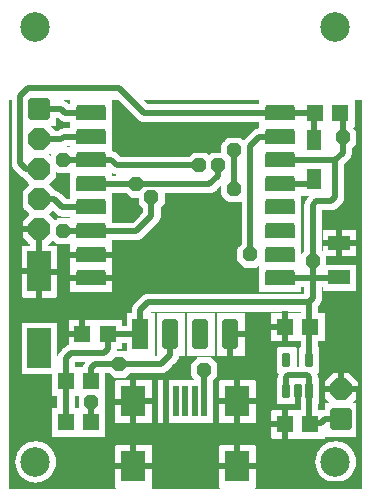
<source format=gbl>
%FSLAX35Y35*%
%MOIN*%
%IN2=KupferuntenL2(X.Bot)*%
%ADD10C,0.00197*%
%ADD11C,0.00205*%
%ADD12C,0.00256*%
%ADD13C,0.00512*%
%ADD14C,0.00591*%
%ADD15C,0.00768*%
%ADD16C,0.00787*%
%ADD17C,0.01181*%
%ADD18C,0.01575*%
%ADD19C,0.01969*%
%ADD20C,0.02362*%
%ADD21C,0.03150*%
%ADD22C,0.09843*%
%AMR_23*21,1,0.01181,0.01181,0,0,0.000*%
%ADD23R_23*%
%AMR_24*21,1,0.01969,0.01969,0,0,0.000*%
%ADD24R_24*%
%AMR_25*21,1,0.02756,0.04331,0,0,90.000*%
%ADD25R_25*%
%AMR_26*21,1,0.02953,0.04331,0,0,90.000*%
%ADD26R_26*%
%AMR_27*21,1,0.03150,0.04331,0,0,0.000*%
%ADD27R_27*%
%AMR_28*21,1,0.03150,0.04331,0,0,90.000*%
%ADD28R_28*%
%AMR_29*21,1,0.03150,0.04331,0,0,180.000*%
%ADD29R_29*%
%AMR_30*21,1,0.03150,0.04331,0,0,270.000*%
%ADD30R_30*%
%AMR_31*21,1,0.04724,0.04724,0,0,270.000*%
%ADD31R_31*%
%AMR_32*21,1,0.04724,0.07087,0,0,90.000*%
%ADD32R_32*%
%AMR_33*21,1,0.05512,0.05512,0,0,0.000*%
%ADD33R_33*%
%AMR_34*21,1,0.05512,0.05512,0,0,180.000*%
%ADD34R_34*%
%AMR_35*21,1,0.06250,0.06250,0,0,0.000*%
%ADD35R_35*%
%AMR_36*21,1,0.06693,0.04724,0,0,270.000*%
%ADD36R_36*%
%AMR_37*21,1,0.07500,0.07500,0,0,0.000*%
%ADD37R_37*%
%AMR_38*21,1,0.07874,0.03150,0,0,90.000*%
%ADD38R_38*%
%AMR_39*21,1,0.10236,0.05512,0,0,90.000*%
%ADD39R_39*%
%AMR_40*21,1,0.11811,0.08268,0,0,90.000*%
%ADD40R_40*%
%AMR_41*21,1,0.13189,0.07874,0,0,270.000*%
%ADD41R_41*%
%AMR_42*21,1,0.15000,0.11875,0,0,0.000*%
%ADD42R_42*%
%AMR_43*21,1,0.15625,0.15625,0,0,0.000*%
%ADD43R_43*%
%AMR_44*21,1,0.16250,0.19685,0,0,0.000*%
%ADD44R_44*%
%AMR_45*21,1,0.19685,0.19685,0,0,0.000*%
%ADD45R_45*%
%AMOCT_46*4,1,8,0.015748,0.015748,0.007874,0.023622,-0.007874,0.023622,-0.015748,0.015748,-0.015748,-0.015748,-0.007874,-0.023622,0.007874,-0.023622,0.015748,-0.015748,0.015748,0.015748,90.000*%
%ADD46OCT_46*%
%AMOCT_47*4,1,8,0.019685,0.013780,0.009843,0.023622,-0.009843,0.023622,-0.019685,0.013780,-0.019685,-0.013780,-0.009843,-0.023622,0.009843,-0.023622,0.019685,-0.013780,0.019685,0.013780,0.000*%
%ADD47OCT_47*%
%AMOCT_48*4,1,8,0.023622,0.009843,0.013780,0.019685,-0.013780,0.019685,-0.023622,0.009843,-0.023622,-0.009843,-0.013780,-0.019685,0.013780,-0.019685,0.023622,-0.009843,0.023622,0.009843,0.000*%
%ADD48OCT_48*%
%AMOCT_49*4,1,8,0.023622,0.011811,0.011811,0.023622,-0.011811,0.023622,-0.023622,0.011811,-0.023622,-0.011811,-0.011811,-0.023622,0.011811,-0.023622,0.023622,-0.011811,0.023622,0.011811,0.000*%
%ADD49OCT_49*%
%AMOCT_50*4,1,8,0.035433,0.017717,0.017717,0.035433,-0.017717,0.035433,-0.035433,0.017717,-0.035433,-0.017717,-0.017717,-0.035433,0.017717,-0.035433,0.035433,-0.017717,0.035433,0.017717,90.000*%
%ADD50OCT_50*%
%AMOCT_51*4,1,8,0.035433,0.017717,0.017717,0.035433,-0.017717,0.035433,-0.035433,0.017717,-0.035433,-0.017717,-0.017717,-0.035433,0.017717,-0.035433,0.035433,-0.017717,0.035433,0.017717,270.000*%
%ADD51OCT_51*%
%AMRR_52*21,1,0.01969,0.09843,0,0,180.000*21,1,0.01575,0.10236,0,0,180.000*1,1,0.00394,-0.00787,-0.04921*1,1,0.00394,0.00787,0.04921*1,1,0.00394,-0.00787,0.04921*1,1,0.00394,0.00787,-0.04921*%
%ADD52RR_52*%
%AMRR_53*21,1,0.02362,0.00945,0,0,0.000*21,1,0.02126,0.01181,0,0,0.000*1,1,0.00236,0.01063,0.00472*1,1,0.00236,-0.01063,-0.00472*1,1,0.00236,0.01063,-0.00472*1,1,0.00236,-0.01063,0.00472*%
%ADD53RR_53*%
%AMRR_54*21,1,0.02756,0.04173,0,0,180.000*21,1,0.02205,0.04724,0,0,180.000*1,1,0.00551,-0.01102,-0.02087*1,1,0.00551,0.01102,0.02087*1,1,0.00551,-0.01102,0.02087*1,1,0.00551,0.01102,-0.02087*%
%ADD54RR_54*%
%AMRR_55*21,1,0.02756,0.03346,0,0,180.000*21,1,0.01378,0.04724,0,0,180.000*1,1,0.01378,-0.00689,-0.01673*1,1,0.01378,0.00689,0.01673*1,1,0.01378,-0.00689,0.01673*1,1,0.01378,0.00689,-0.01673*%
%ADD55RR_55*%
%AMRR_56*21,1,0.07087,0.05669,0,0,90.000*21,1,0.05669,0.07087,0,0,90.000*1,1,0.01417,-0.02835,0.02835*1,1,0.01417,0.02835,-0.02835*1,1,0.01417,0.02835,0.02835*1,1,0.01417,-0.02835,-0.02835*%
%ADD56RR_56*%
%AMRR_57*21,1,0.07087,0.05669,0,0,270.000*21,1,0.05669,0.07087,0,0,270.000*1,1,0.01417,0.02835,-0.02835*1,1,0.01417,-0.02835,0.02835*1,1,0.01417,-0.02835,-0.02835*1,1,0.01417,0.02835,0.02835*%
%ADD57RR_57*%
%AMRR_58*21,1,0.08268,0.08583,0,0,180.000*21,1,0.06614,0.10236,0,0,180.000*1,1,0.01654,-0.03307,-0.04291*1,1,0.01654,0.03307,0.04291*1,1,0.01654,-0.03307,0.04291*1,1,0.01654,0.03307,-0.04291*%
%ADD58RR_58*%
%AMRR_59*21,1,0.08500,0.03400,0,0,0.000*21,1,0.07650,0.04250,0,0,0.000*1,1,0.00850,0.03825,0.01700*1,1,0.00850,-0.03825,-0.01700*1,1,0.00850,0.03825,-0.01700*1,1,0.00850,-0.03825,0.01700*%
%ADD59RR_59*%
%AMRR_60*21,1,0.10000,0.04000,0,0,0.000*21,1,0.09000,0.05000,0,0,0.000*1,1,0.01000,0.04500,0.02000*1,1,0.01000,-0.04500,-0.02000*1,1,0.01000,0.04500,-0.02000*1,1,0.01000,-0.04500,0.02000*%
%ADD60RR_60*%
%AMRR_61*21,1,0.10236,0.02756,0,0,90.000*21,1,0.07480,0.05512,0,0,90.000*1,1,0.02756,-0.01378,0.03740*1,1,0.02756,0.01378,-0.03740*1,1,0.02756,0.01378,0.03740*1,1,0.02756,-0.01378,-0.03740*%
%ADD61RR_61*%
G54D17*
X52500Y28809D02*
X52450Y28858D01*
X41318Y28750D02*
X41427Y28858D01*
X41535Y28750D01*
X41318Y28750D01*
X25000Y51700D02*
X24550Y51250D01*
X24375Y51425D02*
X24550Y51250D01*
X27421Y70000D02*
X27253Y69832D01*
X27500Y69586D02*
X27253Y69832D01*
X10000Y72170D02*
X10295Y71875D01*
X110000Y81562D02*
X110000Y81646D01*
X44375Y70000D02*
X56250Y70000D01*
X56562Y96562D01*
X101250Y70000D02*
X101250Y75625D01*
X99990Y54209D02*
X100450Y53750D01*
X99990Y53290D02*
X100450Y53750D01*
X90295Y125000D02*
X90246Y124950D01*
X101875Y124825D02*
X102050Y125000D01*
X65000Y28858D02*
X65049Y28858D01*
X100450Y21562D02*
X100450Y21250D01*
X27081Y109375D02*
X27253Y109202D01*
X18169Y85580D02*
X18125Y85625D01*
X28750Y41250D02*
X36875Y41250D01*
X27332Y101250D02*
X27253Y101328D01*
X101515Y101328D02*
X101875Y102937D01*
X27500Y22050D02*
X27325Y21875D01*
X10000Y46579D02*
X10000Y42500D01*
X90140Y77812D02*
X87812Y77812D01*
X90140Y77812D02*
X90246Y77706D01*
X90228Y93437D02*
X87812Y93437D01*
X90228Y93437D02*
X90246Y93454D01*
G54D19*
X10000Y72170D02*
X10000Y86250D01*
X41427Y7204D02*
X41427Y28858D01*
X76072Y28858D02*
X76072Y7204D01*
X41427Y7204D02*
X55625Y7204D01*
X76072Y7204D02*
X92050Y7204D01*
X92050Y21250D01*
X83750Y21250D01*
X83750Y28858D01*
X83750Y51250D02*
X73750Y51250D01*
X83750Y53750D02*
X83750Y51250D01*
X10000Y19375D02*
X22170Y7204D01*
X41427Y7204D01*
X52450Y21299D02*
X52450Y28858D01*
X52450Y21299D02*
X55625Y18125D01*
X55625Y7204D01*
X76072Y7204D01*
X52450Y28858D02*
X52450Y36825D01*
X41318Y28750D02*
X33750Y28750D01*
X41427Y28858D02*
X41427Y37052D01*
X41427Y28858D02*
X48641Y28858D01*
X96250Y32381D02*
X96250Y26875D01*
X92050Y26875D01*
X92050Y21250D01*
X76072Y28858D02*
X83750Y28858D01*
X83750Y51250D01*
X76072Y28858D02*
X69266Y28858D01*
X76072Y28858D02*
X76072Y39822D01*
X24375Y51425D02*
X24375Y58750D01*
X27421Y70000D02*
X44375Y70000D01*
X10000Y86250D02*
X2500Y86250D01*
X73750Y51250D02*
X73750Y41875D01*
X110625Y32812D02*
X116875Y32812D01*
X116875Y1250D01*
X92050Y1250D01*
X92050Y7204D01*
X110625Y32812D02*
X105000Y32812D01*
X110625Y32812D02*
X110625Y39375D01*
X27253Y77706D02*
X39375Y77706D01*
X10000Y19375D02*
X3125Y26250D01*
X3125Y35625D01*
X10000Y72170D02*
X10000Y61250D01*
X10295Y71875D02*
X17500Y71875D01*
X24550Y51250D02*
X17500Y51250D01*
X27421Y70000D02*
X19375Y70000D01*
X10000Y72170D02*
X2829Y72170D01*
X110000Y81646D02*
X110000Y89375D01*
X114375Y89375D01*
X110000Y81562D02*
X115937Y81562D01*
X110000Y81646D02*
X110000Y81562D01*
X110000Y75937D01*
X27253Y77706D02*
X18331Y77706D01*
X92050Y53750D02*
X83750Y53750D01*
X92050Y53750D02*
X92050Y48575D01*
X43750Y51250D02*
X32950Y51250D01*
X32950Y46387D02*
X32950Y51250D01*
X32950Y46387D02*
X31562Y45000D01*
X20625Y45000D01*
X18925Y43300D01*
X18925Y35625D01*
X18925Y21875D01*
X43750Y59375D02*
X43750Y51250D01*
X46250Y61875D02*
X43750Y59375D01*
X90413Y70000D02*
X101250Y70000D01*
X90413Y70000D02*
X90246Y69832D01*
X111250Y116875D02*
X111250Y117050D01*
X46250Y61875D02*
X99990Y61875D01*
X101250Y63134D01*
X101250Y70000D01*
X111250Y116875D02*
X111250Y124200D01*
X110450Y125000D01*
X90246Y109202D02*
X108750Y109202D01*
X111250Y111702D01*
X111250Y116875D01*
X101250Y70000D02*
X101250Y75625D01*
X101250Y94375D02*
X102500Y95625D01*
X107500Y95625D01*
X108750Y96875D01*
X108750Y109202D01*
X101250Y70000D02*
X110000Y70000D01*
X110000Y70228D01*
X101250Y75625D02*
X101250Y94375D01*
X99990Y61875D02*
X99990Y54209D01*
X99990Y42618D02*
X99990Y53290D01*
X80625Y125000D02*
X90246Y124950D01*
X5625Y106250D02*
X10000Y106250D01*
X3750Y108125D02*
X5625Y106250D01*
X3750Y130625D02*
X3750Y108125D01*
X3750Y130625D02*
X6250Y133125D01*
X36875Y133125D02*
X6250Y133125D01*
X36875Y133125D02*
X45000Y125000D01*
X80625Y125000D01*
X90295Y125000D02*
X102050Y125000D01*
X101875Y115812D02*
X101875Y124825D01*
X27253Y124950D02*
X18799Y124950D01*
X17500Y126250D01*
X10000Y126250D01*
X17500Y116250D02*
X10000Y116250D01*
X17500Y116250D02*
X18326Y117076D01*
X27253Y117076D01*
X99990Y36884D02*
X99990Y32381D01*
X99375Y37500D02*
X99990Y36884D01*
X93125Y37500D02*
X99375Y37500D01*
X93125Y37500D02*
X92509Y36884D01*
X92509Y32381D01*
X65000Y28858D02*
X65000Y39375D01*
X100450Y21562D02*
X99990Y21709D01*
X99990Y32381D02*
X99990Y21709D01*
X100450Y21562D02*
X104062Y21562D01*
X105312Y22812D01*
X110625Y22812D01*
X27081Y109375D02*
X18125Y109375D01*
X34062Y109375D02*
X27081Y109375D01*
X34062Y109375D02*
X35937Y107500D01*
X63437Y107500D01*
X18169Y85580D02*
X27253Y85580D01*
X28750Y41250D02*
X36875Y41250D01*
X27325Y39825D02*
X27325Y35625D01*
X28750Y41250D02*
X27325Y39825D01*
X50625Y41250D02*
X36875Y41250D01*
X53750Y44375D02*
X50625Y41250D01*
X53750Y51250D02*
X53750Y44375D01*
X27253Y85580D02*
X42455Y85580D01*
X47500Y90625D01*
X47500Y96875D01*
X27332Y101250D02*
X42500Y101250D01*
X66875Y101250D02*
X42500Y101250D01*
X66875Y101250D02*
X69687Y104062D01*
X69687Y107500D01*
X90246Y101328D02*
X101515Y101328D01*
X27500Y22050D02*
X27500Y28750D01*
X17795Y93454D02*
X27253Y93454D01*
X15000Y96250D02*
X17795Y93454D01*
X10000Y96250D02*
X15000Y96250D01*
X83326Y117076D02*
X90246Y117076D01*
X80312Y114062D02*
X83326Y117076D01*
X80312Y114062D02*
X80312Y77812D01*
X75000Y99687D02*
X75000Y112500D01*
G54D22*
X108750Y153750D03*
X8750Y153750D03*
X8750Y8750D03*
X108750Y8750D03*
G54D32*
X110000Y81646D03*
X110000Y70228D03*
G54D33*
X27325Y35625D03*
X18925Y35625D03*
X110450Y125000D03*
X102050Y125000D03*
G54D34*
X92050Y21250D03*
X100450Y21250D03*
X92050Y53750D03*
X100450Y53750D03*
X24550Y51250D03*
X32950Y51250D03*
X18925Y21875D03*
X27325Y21875D03*
G54D36*
X101875Y115812D03*
X101875Y102937D03*
G54D39*
X43750Y51250D03*
G54D41*
X10000Y72170D03*
X10000Y46579D03*
G54D46*
X56562Y96562D03*
G54D47*
X36875Y69375D03*
X36875Y123125D03*
X65937Y116562D03*
G54D48*
X114375Y89375D03*
G54D49*
X96250Y5625D03*
X21250Y5625D03*
X114375Y106875D03*
X114375Y41562D03*
X3125Y35625D03*
X3125Y61250D03*
X114375Y61875D03*
X75312Y69375D03*
X57187Y39375D03*
X111250Y116875D03*
X101250Y75625D03*
X65000Y39375D03*
X18125Y109375D03*
X63437Y107500D03*
X18125Y85625D03*
X36875Y41250D03*
X47500Y96875D03*
X42500Y101250D03*
X69687Y107500D03*
X27500Y28750D03*
X10000Y42500D03*
X80312Y77812D03*
X87812Y77812D03*
X87812Y93437D03*
X75000Y99687D03*
X75000Y112500D03*
G54D50*
X110625Y32812D03*
G54D51*
X10000Y116250D03*
X10000Y106250D03*
X10000Y96250D03*
X10000Y86250D03*
G54D52*
X65049Y28858D03*
X61899Y28858D03*
X58750Y28858D03*
X55600Y28858D03*
X52450Y28858D03*
G54D54*
X99990Y32381D03*
G54D55*
X92509Y42618D03*
X99990Y42618D03*
X92509Y32381D03*
X96250Y32381D03*
G54D56*
X110625Y22812D03*
G54D57*
X10000Y126250D03*
G54D58*
X76072Y7204D03*
X76072Y28858D03*
X41427Y28858D03*
X41427Y7204D03*
G54D60*
X90246Y124950D03*
X90246Y117076D03*
X90246Y109202D03*
X90246Y101328D03*
X90246Y93454D03*
X90246Y85580D03*
X90246Y77706D03*
X90246Y69832D03*
X27253Y69832D03*
X27253Y77706D03*
X27253Y85580D03*
X27253Y93454D03*
X27253Y101328D03*
X27253Y109202D03*
X27253Y117076D03*
X27253Y124950D03*
G54D61*
X53750Y51250D03*
X63750Y51250D03*
X73750Y51250D03*
G36*
X104375Y80578D02*
X104375Y82546D01*
X110000Y82546D01*
X110000Y80578D01*
X104375Y80578D01*
D02*G37*
G36*
X91065Y53750D02*
X91065Y58809D01*
X93034Y58809D01*
X93034Y53750D01*
X91065Y53750D01*
D02*G37*
G54D10*
X98Y0D02*
X35283Y0D01*
X47570Y0D02*
X69929Y0D01*
X82216Y0D02*
X117401Y0D01*
X82216Y0D02*
X82257Y39D01*
X69929Y0D02*
X69887Y39D01*
X47570Y0D02*
X47612Y39D01*
X35283Y0D02*
X35242Y39D01*
X82257Y39D02*
X82283Y78D01*
X69887Y39D02*
X69861Y78D01*
X47612Y39D02*
X47638Y78D01*
X35242Y39D02*
X35216Y78D01*
X98Y157D02*
X35190Y157D01*
X47664Y157D02*
X69835Y157D01*
X82309Y157D02*
X117401Y157D01*
X82283Y78D02*
X82300Y118D01*
X69861Y78D02*
X69845Y118D01*
X47638Y78D02*
X47654Y118D01*
X35216Y78D02*
X35199Y118D01*
X82300Y118D02*
X82309Y157D01*
X69845Y118D02*
X69835Y157D01*
X47654Y118D02*
X47664Y157D01*
X35199Y118D02*
X35190Y157D01*
X82309Y157D02*
X82312Y236D01*
X69835Y157D02*
X69832Y236D01*
X47664Y157D02*
X47667Y236D01*
X35190Y157D02*
X35187Y236D01*
X98Y314D02*
X35187Y314D01*
X47667Y314D02*
X69832Y314D01*
X82312Y314D02*
X117401Y314D01*
X98Y472D02*
X35187Y472D01*
X47667Y472D02*
X69832Y472D01*
X82312Y472D02*
X117401Y472D01*
X98Y629D02*
X35187Y629D01*
X47667Y629D02*
X69832Y629D01*
X82312Y629D02*
X117401Y629D01*
X98Y787D02*
X35187Y787D01*
X47667Y787D02*
X69832Y787D01*
X82312Y787D02*
X117401Y787D01*
X98Y944D02*
X35187Y944D01*
X47667Y944D02*
X69832Y944D01*
X82312Y944D02*
X117401Y944D01*
X98Y1102D02*
X35187Y1102D01*
X47667Y1102D02*
X69832Y1102D01*
X82312Y1102D02*
X117401Y1102D01*
X98Y1259D02*
X35187Y1259D01*
X47667Y1259D02*
X69832Y1259D01*
X82312Y1259D02*
X117401Y1259D01*
X98Y1417D02*
X35187Y1417D01*
X47667Y1417D02*
X69832Y1417D01*
X82312Y1417D02*
X117401Y1417D01*
X98Y1574D02*
X35187Y1574D01*
X47667Y1574D02*
X69832Y1574D01*
X82312Y1574D02*
X117401Y1574D01*
X98Y1732D02*
X35187Y1732D01*
X47667Y1732D02*
X69832Y1732D01*
X82312Y1732D02*
X117401Y1732D01*
X109143Y1732D02*
X109537Y1771D01*
X108395Y1732D02*
X108001Y1771D01*
X9143Y1732D02*
X9537Y1771D01*
X8395Y1732D02*
X8001Y1771D01*
X98Y1889D02*
X7446Y1889D01*
X10093Y1889D02*
X35187Y1889D01*
X47667Y1889D02*
X69832Y1889D01*
X82312Y1889D02*
X107446Y1889D01*
X110093Y1889D02*
X117401Y1889D01*
X98Y2047D02*
X6664Y2047D01*
X10874Y2047D02*
X35187Y2047D01*
X47667Y2047D02*
X69832Y2047D01*
X82312Y2047D02*
X106664Y2047D01*
X110874Y2047D02*
X117401Y2047D01*
X109537Y1771D02*
X110648Y2007D01*
X108001Y1771D02*
X106890Y2007D01*
X9537Y1771D02*
X10648Y2007D01*
X8001Y1771D02*
X6890Y2007D01*
X110648Y2007D02*
X110874Y2047D01*
X106890Y2007D02*
X106664Y2047D01*
X10648Y2007D02*
X10874Y2047D01*
X6890Y2007D02*
X6664Y2047D01*
X110874Y2047D02*
X110994Y2086D01*
X106664Y2047D02*
X106545Y2086D01*
X10874Y2047D02*
X10994Y2086D01*
X6664Y2047D02*
X6545Y2086D01*
X110994Y2086D02*
X111063Y2125D01*
X106545Y2086D02*
X106476Y2125D01*
X10994Y2086D02*
X11063Y2125D01*
X6545Y2086D02*
X6476Y2125D01*
X98Y2204D02*
X6299Y2204D01*
X11240Y2204D02*
X35187Y2204D01*
X47667Y2204D02*
X69832Y2204D01*
X82312Y2204D02*
X106299Y2204D01*
X111240Y2204D02*
X117401Y2204D01*
X98Y2362D02*
X5945Y2362D01*
X11593Y2362D02*
X35187Y2362D01*
X47667Y2362D02*
X69832Y2362D01*
X82312Y2362D02*
X105945Y2362D01*
X111593Y2362D02*
X117401Y2362D01*
X98Y2519D02*
X5591Y2519D01*
X11947Y2519D02*
X35187Y2519D01*
X47667Y2519D02*
X69832Y2519D01*
X82312Y2519D02*
X105591Y2519D01*
X111947Y2519D02*
X117401Y2519D01*
X98Y2677D02*
X5240Y2677D01*
X12298Y2677D02*
X35187Y2677D01*
X47667Y2677D02*
X69832Y2677D01*
X82312Y2677D02*
X105240Y2677D01*
X112298Y2677D02*
X117401Y2677D01*
X111063Y2125D02*
X112298Y2677D01*
X106476Y2125D02*
X105240Y2677D01*
X11063Y2125D02*
X12298Y2677D01*
X6476Y2125D02*
X5240Y2677D01*
X98Y2834D02*
X5023Y2834D01*
X12515Y2834D02*
X35187Y2834D01*
X47667Y2834D02*
X69832Y2834D01*
X82312Y2834D02*
X105023Y2834D01*
X112515Y2834D02*
X117401Y2834D01*
X98Y2992D02*
X4807Y2992D01*
X12732Y2992D02*
X35187Y2992D01*
X47667Y2992D02*
X69832Y2992D01*
X82312Y2992D02*
X104807Y2992D01*
X112732Y2992D02*
X117401Y2992D01*
X98Y3149D02*
X4590Y3149D01*
X12949Y3149D02*
X35187Y3149D01*
X47667Y3149D02*
X69832Y3149D01*
X82312Y3149D02*
X104590Y3149D01*
X112949Y3149D02*
X117401Y3149D01*
X98Y3307D02*
X4373Y3307D01*
X13165Y3307D02*
X35187Y3307D01*
X47667Y3307D02*
X69832Y3307D01*
X82312Y3307D02*
X104373Y3307D01*
X113165Y3307D02*
X117401Y3307D01*
X98Y3464D02*
X4156Y3464D01*
X13382Y3464D02*
X35187Y3464D01*
X47667Y3464D02*
X69832Y3464D01*
X82312Y3464D02*
X104156Y3464D01*
X113382Y3464D02*
X117401Y3464D01*
X112298Y2677D02*
X113382Y3464D01*
X105240Y2677D02*
X104156Y3464D01*
X12298Y2677D02*
X13382Y3464D01*
X5240Y2677D02*
X4156Y3464D01*
X113382Y3464D02*
X113446Y3503D01*
X104156Y3464D02*
X104092Y3503D01*
X13382Y3464D02*
X13446Y3503D01*
X4156Y3464D02*
X4092Y3503D01*
X113446Y3503D02*
X113488Y3543D01*
X104092Y3503D02*
X104050Y3543D01*
X13446Y3503D02*
X13488Y3543D01*
X4092Y3503D02*
X4050Y3543D01*
X98Y3622D02*
X3986Y3622D01*
X13552Y3622D02*
X35187Y3622D01*
X47667Y3622D02*
X69832Y3622D01*
X82312Y3622D02*
X103986Y3622D01*
X113552Y3622D02*
X117401Y3622D01*
X113488Y3543D02*
X113517Y3582D01*
X104050Y3543D02*
X104021Y3582D01*
X13488Y3543D02*
X13517Y3582D01*
X4050Y3543D02*
X4021Y3582D01*
X98Y3779D02*
X3844Y3779D01*
X13694Y3779D02*
X35187Y3779D01*
X47667Y3779D02*
X69832Y3779D01*
X82312Y3779D02*
X103844Y3779D01*
X113694Y3779D02*
X117401Y3779D01*
X98Y3937D02*
X3702Y3937D01*
X13836Y3937D02*
X35187Y3937D01*
X47667Y3937D02*
X69832Y3937D01*
X82312Y3937D02*
X103702Y3937D01*
X113836Y3937D02*
X117401Y3937D01*
X98Y4094D02*
X3561Y4094D01*
X13978Y4094D02*
X35187Y4094D01*
X47667Y4094D02*
X69832Y4094D01*
X82312Y4094D02*
X103561Y4094D01*
X113978Y4094D02*
X117401Y4094D01*
X98Y4251D02*
X3419Y4251D01*
X14120Y4251D02*
X35187Y4251D01*
X47667Y4251D02*
X69832Y4251D01*
X82312Y4251D02*
X103419Y4251D01*
X114120Y4251D02*
X117401Y4251D01*
X98Y4409D02*
X3277Y4409D01*
X14261Y4409D02*
X35187Y4409D01*
X47667Y4409D02*
X69832Y4409D01*
X82312Y4409D02*
X103277Y4409D01*
X114261Y4409D02*
X117401Y4409D01*
X98Y4566D02*
X3135Y4566D01*
X14403Y4566D02*
X35187Y4566D01*
X47667Y4566D02*
X69832Y4566D01*
X82312Y4566D02*
X103135Y4566D01*
X114403Y4566D02*
X117401Y4566D01*
X113517Y3582D02*
X114441Y4606D01*
X104021Y3582D02*
X103098Y4606D01*
X13517Y3582D02*
X14441Y4606D01*
X4021Y3582D02*
X3098Y4606D01*
X114441Y4606D02*
X114467Y4645D01*
X103098Y4606D02*
X103071Y4645D01*
X14441Y4606D02*
X14467Y4645D01*
X3098Y4606D02*
X3071Y4645D01*
X98Y4724D02*
X3027Y4724D01*
X14511Y4724D02*
X35187Y4724D01*
X47667Y4724D02*
X69832Y4724D01*
X82312Y4724D02*
X103027Y4724D01*
X114511Y4724D02*
X117401Y4724D01*
X114467Y4645D02*
X114534Y4763D01*
X103071Y4645D02*
X103005Y4763D01*
X14467Y4645D02*
X14534Y4763D01*
X3071Y4645D02*
X3005Y4763D01*
X98Y4881D02*
X2936Y4881D01*
X14602Y4881D02*
X35187Y4881D01*
X47667Y4881D02*
X69832Y4881D01*
X82312Y4881D02*
X102936Y4881D01*
X114602Y4881D02*
X117401Y4881D01*
X98Y5039D02*
X2846Y5039D01*
X14693Y5039D02*
X35187Y5039D01*
X47667Y5039D02*
X69832Y5039D01*
X82312Y5039D02*
X102846Y5039D01*
X114693Y5039D02*
X117401Y5039D01*
X98Y5196D02*
X2755Y5196D01*
X14784Y5196D02*
X35187Y5196D01*
X47667Y5196D02*
X69832Y5196D01*
X82312Y5196D02*
X102755Y5196D01*
X114784Y5196D02*
X117401Y5196D01*
X98Y5354D02*
X2664Y5354D01*
X14875Y5354D02*
X35187Y5354D01*
X47667Y5354D02*
X69832Y5354D01*
X82312Y5354D02*
X102664Y5354D01*
X114875Y5354D02*
X117401Y5354D01*
X98Y5511D02*
X2573Y5511D01*
X14966Y5511D02*
X35187Y5511D01*
X47667Y5511D02*
X69832Y5511D01*
X82312Y5511D02*
X102573Y5511D01*
X114966Y5511D02*
X117401Y5511D01*
X98Y5669D02*
X2482Y5669D01*
X15056Y5669D02*
X35187Y5669D01*
X47667Y5669D02*
X69832Y5669D01*
X82312Y5669D02*
X102482Y5669D01*
X115056Y5669D02*
X117401Y5669D01*
X98Y5826D02*
X2386Y5826D01*
X15153Y5826D02*
X35187Y5826D01*
X47667Y5826D02*
X69832Y5826D01*
X82312Y5826D02*
X102386Y5826D01*
X115153Y5826D02*
X117401Y5826D01*
X114534Y4763D02*
X115125Y5787D01*
X103005Y4763D02*
X102414Y5787D01*
X14534Y4763D02*
X15125Y5787D01*
X3005Y4763D02*
X2414Y5787D01*
X115125Y5787D02*
X115179Y5866D01*
X102414Y5787D02*
X102359Y5866D01*
X15125Y5787D02*
X15179Y5866D01*
X2414Y5787D02*
X2359Y5866D01*
X115179Y5866D02*
X115196Y5905D01*
X102359Y5866D02*
X102343Y5905D01*
X15179Y5866D02*
X15196Y5905D01*
X2359Y5866D02*
X2343Y5905D01*
X98Y5984D02*
X2322Y5984D01*
X15216Y5984D02*
X35187Y5984D01*
X47667Y5984D02*
X69832Y5984D01*
X82312Y5984D02*
X102322Y5984D01*
X115216Y5984D02*
X117401Y5984D01*
X115196Y5905D02*
X115216Y5984D01*
X102343Y5905D02*
X102322Y5984D01*
X15196Y5905D02*
X15216Y5984D01*
X2343Y5905D02*
X2322Y5984D01*
X98Y6141D02*
X2271Y6141D01*
X15267Y6141D02*
X35187Y6141D01*
X47667Y6141D02*
X69832Y6141D01*
X82312Y6141D02*
X102271Y6141D01*
X115267Y6141D02*
X117401Y6141D01*
X98Y6299D02*
X2220Y6299D01*
X15319Y6299D02*
X35187Y6299D01*
X47667Y6299D02*
X69832Y6299D01*
X82312Y6299D02*
X102220Y6299D01*
X115319Y6299D02*
X117401Y6299D01*
X98Y6456D02*
X2169Y6456D01*
X15370Y6456D02*
X35187Y6456D01*
X47667Y6456D02*
X69832Y6456D01*
X82312Y6456D02*
X102169Y6456D01*
X115370Y6456D02*
X117401Y6456D01*
X98Y6614D02*
X2118Y6614D01*
X15421Y6614D02*
X35187Y6614D01*
X47667Y6614D02*
X69832Y6614D01*
X82312Y6614D02*
X102118Y6614D01*
X115421Y6614D02*
X117401Y6614D01*
X98Y6771D02*
X2066Y6771D01*
X15472Y6771D02*
X35187Y6771D01*
X47667Y6771D02*
X69832Y6771D01*
X82312Y6771D02*
X102066Y6771D01*
X115472Y6771D02*
X117401Y6771D01*
X98Y6929D02*
X2015Y6929D01*
X15523Y6929D02*
X35187Y6929D01*
X47667Y6929D02*
X69832Y6929D01*
X82312Y6929D02*
X102015Y6929D01*
X115523Y6929D02*
X117401Y6929D01*
X98Y7086D02*
X1964Y7086D01*
X15574Y7086D02*
X35187Y7086D01*
X47667Y7086D02*
X69832Y7086D01*
X82312Y7086D02*
X101964Y7086D01*
X115574Y7086D02*
X117401Y7086D01*
X98Y7244D02*
X1913Y7244D01*
X15626Y7244D02*
X35187Y7244D01*
X47667Y7244D02*
X69832Y7244D01*
X82312Y7244D02*
X101913Y7244D01*
X115626Y7244D02*
X117401Y7244D01*
X115216Y5984D02*
X115636Y7283D01*
X102322Y5984D02*
X101902Y7283D01*
X15216Y5984D02*
X15636Y7283D01*
X2322Y5984D02*
X1902Y7283D01*
X115636Y7283D02*
X115646Y7322D01*
X101902Y7283D02*
X101893Y7322D01*
X15636Y7283D02*
X15646Y7322D01*
X1902Y7283D02*
X1893Y7322D01*
X98Y7401D02*
X1884Y7401D01*
X15654Y7401D02*
X35187Y7401D01*
X47667Y7401D02*
X69832Y7401D01*
X82312Y7401D02*
X101884Y7401D01*
X115654Y7401D02*
X117401Y7401D01*
X98Y7559D02*
X1868Y7559D01*
X15671Y7559D02*
X35187Y7559D01*
X47667Y7559D02*
X69832Y7559D01*
X82312Y7559D02*
X101868Y7559D01*
X115671Y7559D02*
X117401Y7559D01*
X98Y7716D02*
X1851Y7716D01*
X15687Y7716D02*
X35187Y7716D01*
X47667Y7716D02*
X69832Y7716D01*
X82312Y7716D02*
X101851Y7716D01*
X115687Y7716D02*
X117401Y7716D01*
X98Y7874D02*
X1835Y7874D01*
X15704Y7874D02*
X35187Y7874D01*
X47667Y7874D02*
X69832Y7874D01*
X82312Y7874D02*
X101835Y7874D01*
X115704Y7874D02*
X117401Y7874D01*
X98Y8031D02*
X1818Y8031D01*
X15720Y8031D02*
X35187Y8031D01*
X47667Y8031D02*
X69832Y8031D01*
X82312Y8031D02*
X101818Y8031D01*
X115720Y8031D02*
X117401Y8031D01*
X98Y8188D02*
X1802Y8188D01*
X15737Y8188D02*
X35187Y8188D01*
X47667Y8188D02*
X69832Y8188D01*
X82312Y8188D02*
X101802Y8188D01*
X115737Y8188D02*
X117401Y8188D01*
X98Y8346D02*
X1785Y8346D01*
X15753Y8346D02*
X35187Y8346D01*
X47667Y8346D02*
X69832Y8346D01*
X82312Y8346D02*
X101785Y8346D01*
X115753Y8346D02*
X117401Y8346D01*
X98Y8503D02*
X1768Y8503D01*
X15770Y8503D02*
X35187Y8503D01*
X47667Y8503D02*
X69832Y8503D01*
X82312Y8503D02*
X101768Y8503D01*
X115770Y8503D02*
X117401Y8503D01*
X98Y8661D02*
X1752Y8661D01*
X15786Y8661D02*
X35187Y8661D01*
X47667Y8661D02*
X69832Y8661D01*
X82312Y8661D02*
X101752Y8661D01*
X115786Y8661D02*
X117401Y8661D01*
X98Y8818D02*
X1745Y8818D01*
X15794Y8818D02*
X35187Y8818D01*
X47667Y8818D02*
X69832Y8818D01*
X82312Y8818D02*
X101745Y8818D01*
X115794Y8818D02*
X117401Y8818D01*
X115646Y7322D02*
X115797Y8779D01*
X101893Y7322D02*
X101742Y8779D01*
X15646Y7322D02*
X15797Y8779D01*
X1893Y7322D02*
X1742Y8779D01*
X115797Y8779D02*
X115784Y8897D01*
X101742Y8779D02*
X101754Y8897D01*
X15797Y8779D02*
X15784Y8897D01*
X1742Y8779D02*
X1754Y8897D01*
X98Y8976D02*
X1762Y8976D01*
X15776Y8976D02*
X35187Y8976D01*
X47667Y8976D02*
X69832Y8976D01*
X82312Y8976D02*
X101762Y8976D01*
X115776Y8976D02*
X117401Y8976D01*
X98Y9133D02*
X1779Y9133D01*
X15760Y9133D02*
X35187Y9133D01*
X47667Y9133D02*
X69832Y9133D01*
X82312Y9133D02*
X101779Y9133D01*
X115760Y9133D02*
X117401Y9133D01*
X98Y9291D02*
X1795Y9291D01*
X15743Y9291D02*
X35187Y9291D01*
X47667Y9291D02*
X69832Y9291D01*
X82312Y9291D02*
X101795Y9291D01*
X115743Y9291D02*
X117401Y9291D01*
X98Y9448D02*
X1812Y9448D01*
X15726Y9448D02*
X35187Y9448D01*
X47667Y9448D02*
X69832Y9448D01*
X82312Y9448D02*
X101812Y9448D01*
X115726Y9448D02*
X117401Y9448D01*
X98Y9606D02*
X1828Y9606D01*
X15710Y9606D02*
X35187Y9606D01*
X47667Y9606D02*
X69832Y9606D01*
X82312Y9606D02*
X101828Y9606D01*
X115710Y9606D02*
X117401Y9606D01*
X98Y9763D02*
X1845Y9763D01*
X15693Y9763D02*
X35187Y9763D01*
X47667Y9763D02*
X69832Y9763D01*
X82312Y9763D02*
X101845Y9763D01*
X115693Y9763D02*
X117401Y9763D01*
X98Y9921D02*
X1862Y9921D01*
X15677Y9921D02*
X35187Y9921D01*
X47667Y9921D02*
X69832Y9921D01*
X82312Y9921D02*
X101862Y9921D01*
X115677Y9921D02*
X117401Y9921D01*
X98Y10078D02*
X1878Y10078D01*
X15660Y10078D02*
X35187Y10078D01*
X47667Y10078D02*
X69832Y10078D01*
X82312Y10078D02*
X101878Y10078D01*
X115660Y10078D02*
X117401Y10078D01*
X98Y10236D02*
X1893Y10236D01*
X15645Y10236D02*
X35187Y10236D01*
X47667Y10236D02*
X69832Y10236D01*
X82312Y10236D02*
X101893Y10236D01*
X115645Y10236D02*
X117401Y10236D01*
X115784Y8897D02*
X115645Y10236D01*
X101754Y8897D02*
X101893Y10236D01*
X15784Y8897D02*
X15645Y10236D01*
X1754Y8897D02*
X1893Y10236D01*
X115645Y10236D02*
X115636Y10275D01*
X101893Y10236D02*
X101903Y10275D01*
X15645Y10236D02*
X15636Y10275D01*
X1893Y10236D02*
X1903Y10275D01*
X98Y10393D02*
X1945Y10393D01*
X15594Y10393D02*
X35187Y10393D01*
X47667Y10393D02*
X69832Y10393D01*
X82312Y10393D02*
X101945Y10393D01*
X115594Y10393D02*
X117401Y10393D01*
X115636Y10275D02*
X115606Y10354D01*
X101903Y10275D02*
X101932Y10354D01*
X15636Y10275D02*
X15606Y10354D01*
X1903Y10275D02*
X1932Y10354D01*
X98Y10551D02*
X1996Y10551D01*
X15542Y10551D02*
X35187Y10551D01*
X47667Y10551D02*
X69832Y10551D01*
X82312Y10551D02*
X101996Y10551D01*
X115542Y10551D02*
X117401Y10551D01*
X98Y10708D02*
X2047Y10708D01*
X15491Y10708D02*
X35187Y10708D01*
X47667Y10708D02*
X69832Y10708D01*
X82312Y10708D02*
X102047Y10708D01*
X115491Y10708D02*
X117401Y10708D01*
X98Y10866D02*
X2098Y10866D01*
X15440Y10866D02*
X35187Y10866D01*
X47667Y10866D02*
X69832Y10866D01*
X82312Y10866D02*
X102098Y10866D01*
X115440Y10866D02*
X117401Y10866D01*
X98Y11023D02*
X2149Y11023D01*
X15389Y11023D02*
X35187Y11023D01*
X47667Y11023D02*
X69832Y11023D01*
X82312Y11023D02*
X102149Y11023D01*
X115389Y11023D02*
X117401Y11023D01*
X98Y11181D02*
X2201Y11181D01*
X15338Y11181D02*
X35187Y11181D01*
X47667Y11181D02*
X69832Y11181D01*
X82312Y11181D02*
X102201Y11181D01*
X115338Y11181D02*
X117401Y11181D01*
X98Y11338D02*
X2252Y11338D01*
X15287Y11338D02*
X35187Y11338D01*
X47667Y11338D02*
X69832Y11338D01*
X82312Y11338D02*
X102252Y11338D01*
X115287Y11338D02*
X117401Y11338D01*
X98Y11496D02*
X2303Y11496D01*
X15235Y11496D02*
X35187Y11496D01*
X47667Y11496D02*
X69832Y11496D01*
X82312Y11496D02*
X102303Y11496D01*
X115235Y11496D02*
X117401Y11496D01*
X98Y11653D02*
X2358Y11653D01*
X15180Y11653D02*
X35187Y11653D01*
X47667Y11653D02*
X69832Y11653D01*
X82312Y11653D02*
X102358Y11653D01*
X115180Y11653D02*
X117401Y11653D01*
X115606Y10354D02*
X115180Y11653D01*
X101932Y10354D02*
X102358Y11653D01*
X15606Y10354D02*
X15180Y11653D01*
X1932Y10354D02*
X2358Y11653D01*
X98Y11811D02*
X2448Y11811D01*
X15091Y11811D02*
X35187Y11811D01*
X47667Y11811D02*
X69832Y11811D01*
X82312Y11811D02*
X102448Y11811D01*
X115091Y11811D02*
X117401Y11811D01*
X115180Y11653D02*
X115091Y11811D01*
X102358Y11653D02*
X102448Y11811D01*
X15180Y11653D02*
X15091Y11811D01*
X2358Y11653D02*
X2448Y11811D01*
X98Y11968D02*
X2539Y11968D01*
X15000Y11968D02*
X35187Y11968D01*
X47667Y11968D02*
X69832Y11968D01*
X82312Y11968D02*
X102539Y11968D01*
X115000Y11968D02*
X117401Y11968D01*
X98Y12125D02*
X2630Y12125D01*
X14909Y12125D02*
X35187Y12125D01*
X47667Y12125D02*
X69832Y12125D01*
X82312Y12125D02*
X102630Y12125D01*
X114909Y12125D02*
X117401Y12125D01*
X98Y12283D02*
X2721Y12283D01*
X14818Y12283D02*
X35187Y12283D01*
X47667Y12283D02*
X69832Y12283D01*
X82312Y12283D02*
X102721Y12283D01*
X114818Y12283D02*
X117401Y12283D01*
X98Y12440D02*
X2811Y12440D01*
X14727Y12440D02*
X35187Y12440D01*
X47667Y12440D02*
X69832Y12440D01*
X82312Y12440D02*
X102811Y12440D01*
X114727Y12440D02*
X117401Y12440D01*
X98Y12598D02*
X2902Y12598D01*
X14636Y12598D02*
X35187Y12598D01*
X47667Y12598D02*
X69832Y12598D01*
X82312Y12598D02*
X102902Y12598D01*
X114636Y12598D02*
X117401Y12598D01*
X98Y12755D02*
X2993Y12755D01*
X14545Y12755D02*
X35187Y12755D01*
X47667Y12755D02*
X69832Y12755D01*
X82312Y12755D02*
X102993Y12755D01*
X114545Y12755D02*
X117401Y12755D01*
X98Y12913D02*
X3088Y12913D01*
X14451Y12913D02*
X35187Y12913D01*
X47667Y12913D02*
X69832Y12913D01*
X82312Y12913D02*
X103088Y12913D01*
X114451Y12913D02*
X117401Y12913D01*
X115091Y11811D02*
X114451Y12913D01*
X102448Y11811D02*
X103088Y12913D01*
X15091Y11811D02*
X14451Y12913D01*
X2448Y11811D02*
X3088Y12913D01*
X114451Y12913D02*
X114421Y12952D01*
X103088Y12913D02*
X103118Y12952D01*
X14451Y12913D02*
X14421Y12952D01*
X3088Y12913D02*
X3118Y12952D01*
X98Y13070D02*
X3224Y13070D01*
X14315Y13070D02*
X35187Y13070D01*
X47667Y13070D02*
X69832Y13070D01*
X82312Y13070D02*
X103224Y13070D01*
X114315Y13070D02*
X117401Y13070D01*
X98Y13228D02*
X3366Y13228D01*
X14173Y13228D02*
X35187Y13228D01*
X47667Y13228D02*
X69832Y13228D01*
X82312Y13228D02*
X103366Y13228D01*
X114173Y13228D02*
X117401Y13228D01*
X98Y13385D02*
X3507Y13385D01*
X14031Y13385D02*
X35187Y13385D01*
X47667Y13385D02*
X69832Y13385D01*
X82312Y13385D02*
X103507Y13385D01*
X114031Y13385D02*
X117401Y13385D01*
X98Y13543D02*
X3649Y13543D01*
X13889Y13543D02*
X35187Y13543D01*
X47667Y13543D02*
X69832Y13543D01*
X82312Y13543D02*
X103649Y13543D01*
X113889Y13543D02*
X117401Y13543D01*
X98Y13700D02*
X3791Y13700D01*
X13747Y13700D02*
X35187Y13700D01*
X47667Y13700D02*
X69832Y13700D01*
X82312Y13700D02*
X103791Y13700D01*
X113747Y13700D02*
X117401Y13700D01*
X98Y13858D02*
X3933Y13858D01*
X13606Y13858D02*
X35187Y13858D01*
X47667Y13858D02*
X69832Y13858D01*
X82312Y13858D02*
X103933Y13858D01*
X113606Y13858D02*
X117401Y13858D01*
X98Y14015D02*
X4081Y14015D01*
X13457Y14015D02*
X35187Y14015D01*
X47667Y14015D02*
X69832Y14015D01*
X82312Y14015D02*
X104081Y14015D01*
X113457Y14015D02*
X117401Y14015D01*
X114421Y12952D02*
X113499Y13976D01*
X103118Y12952D02*
X104039Y13976D01*
X14421Y12952D02*
X13499Y13976D01*
X3118Y12952D02*
X4039Y13976D01*
X113499Y13976D02*
X113457Y14015D01*
X104039Y13976D02*
X104081Y14015D01*
X13499Y13976D02*
X13457Y14015D01*
X4039Y13976D02*
X4081Y14015D01*
X113457Y14015D02*
X113409Y14055D01*
X104081Y14015D02*
X104129Y14055D01*
X13457Y14015D02*
X13409Y14055D01*
X4081Y14015D02*
X4129Y14055D01*
X98Y14173D02*
X4292Y14173D01*
X13247Y14173D02*
X35187Y14173D01*
X47667Y14173D02*
X69832Y14173D01*
X82312Y14173D02*
X104292Y14173D01*
X113247Y14173D02*
X117401Y14173D01*
X82312Y236D02*
X82309Y14251D01*
X69832Y236D02*
X69835Y14251D01*
X47667Y236D02*
X47664Y14251D01*
X35187Y236D02*
X35190Y14251D01*
X98Y14330D02*
X4509Y14330D01*
X13030Y14330D02*
X35216Y14330D01*
X47638Y14330D02*
X69861Y14330D01*
X82283Y14330D02*
X104509Y14330D01*
X113030Y14330D02*
X117401Y14330D01*
X82309Y14251D02*
X82300Y14291D01*
X69835Y14251D02*
X69845Y14291D01*
X47664Y14251D02*
X47654Y14291D01*
X35190Y14251D02*
X35199Y14291D01*
X82300Y14291D02*
X82283Y14330D01*
X69845Y14291D02*
X69861Y14330D01*
X47654Y14291D02*
X47638Y14330D01*
X35199Y14291D02*
X35216Y14330D01*
X82283Y14330D02*
X82257Y14370D01*
X69861Y14330D02*
X69887Y14370D01*
X47638Y14330D02*
X47612Y14370D01*
X35216Y14330D02*
X35242Y14370D01*
X82257Y14370D02*
X82216Y14409D01*
X69887Y14370D02*
X69929Y14409D01*
X47612Y14370D02*
X47570Y14409D01*
X35242Y14370D02*
X35283Y14409D01*
X98Y14488D02*
X4725Y14488D01*
X12813Y14488D02*
X104725Y14488D01*
X112813Y14488D02*
X117401Y14488D01*
X82216Y14409D02*
X82096Y14448D01*
X69929Y14409D02*
X70049Y14448D01*
X47570Y14409D02*
X47450Y14448D01*
X35283Y14409D02*
X35403Y14448D01*
X82096Y14448D02*
X81702Y14488D01*
X70049Y14448D02*
X70442Y14488D01*
X47450Y14448D02*
X47057Y14488D01*
X35403Y14448D02*
X35797Y14488D01*
X98Y14645D02*
X4942Y14645D01*
X12596Y14645D02*
X104942Y14645D01*
X112596Y14645D02*
X117401Y14645D01*
X98Y14803D02*
X5159Y14803D01*
X12380Y14803D02*
X105159Y14803D01*
X112380Y14803D02*
X117401Y14803D01*
X113409Y14055D02*
X112380Y14803D01*
X104129Y14055D02*
X105159Y14803D01*
X13409Y14055D02*
X12380Y14803D01*
X4129Y14055D02*
X5159Y14803D01*
X112380Y14803D02*
X112294Y14881D01*
X105159Y14803D02*
X105244Y14881D01*
X12380Y14803D02*
X12294Y14881D01*
X5159Y14803D02*
X5244Y14881D01*
X98Y14960D02*
X5459Y14960D01*
X12080Y14960D02*
X105459Y14960D01*
X112080Y14960D02*
X117401Y14960D01*
X112294Y14881D02*
X112175Y14921D01*
X105244Y14881D02*
X105364Y14921D01*
X12294Y14881D02*
X12175Y14921D01*
X5244Y14881D02*
X5364Y14921D01*
X112175Y14921D02*
X112080Y14960D01*
X105364Y14921D02*
X105459Y14960D01*
X12175Y14921D02*
X12080Y14960D01*
X5364Y14921D02*
X5459Y14960D01*
X98Y15118D02*
X5812Y15118D01*
X11726Y15118D02*
X105812Y15118D01*
X111726Y15118D02*
X117401Y15118D01*
X98Y15275D02*
X6166Y15275D01*
X11372Y15275D02*
X106166Y15275D01*
X111372Y15275D02*
X117401Y15275D01*
X98Y15433D02*
X6520Y15433D01*
X11019Y15433D02*
X106520Y15433D01*
X111019Y15433D02*
X117401Y15433D01*
X112080Y14960D02*
X111019Y15433D01*
X105459Y14960D02*
X106520Y15433D01*
X12080Y14960D02*
X11019Y15433D01*
X5459Y14960D02*
X6520Y15433D01*
X111019Y15433D02*
X110899Y15472D01*
X106520Y15433D02*
X106639Y15472D01*
X11019Y15433D02*
X10899Y15472D01*
X6520Y15433D02*
X6639Y15472D01*
X110899Y15472D02*
X110741Y15511D01*
X106639Y15472D02*
X106797Y15511D01*
X10899Y15472D02*
X10741Y15511D01*
X6639Y15472D02*
X6797Y15511D01*
X98Y15590D02*
X7168Y15590D01*
X10371Y15590D02*
X107168Y15590D01*
X110371Y15590D02*
X117401Y15590D01*
X98Y15748D02*
X7909Y15748D01*
X9630Y15748D02*
X107909Y15748D01*
X109630Y15748D02*
X117401Y15748D01*
X110741Y15511D02*
X109630Y15748D01*
X106797Y15511D02*
X107909Y15748D01*
X10741Y15511D02*
X9630Y15748D01*
X6797Y15511D02*
X7909Y15748D01*
X8451Y15826D02*
X9087Y15826D01*
X108451Y15826D02*
X109087Y15826D01*
X109630Y15748D02*
X109481Y15787D01*
X107909Y15748D02*
X108057Y15787D01*
X9630Y15748D02*
X9481Y15787D01*
X7909Y15748D02*
X8057Y15787D01*
X109481Y15787D02*
X109087Y15826D01*
X108057Y15787D02*
X108451Y15826D01*
X9481Y15787D02*
X9087Y15826D01*
X8057Y15787D02*
X8451Y15826D01*
X98Y15905D02*
X117401Y15905D01*
X98Y16062D02*
X117401Y16062D01*
X98Y16220D02*
X117401Y16220D01*
X87798Y16338D02*
X104701Y16338D01*
X98Y16377D02*
X87404Y16377D01*
X105095Y16377D02*
X117401Y16377D01*
X104701Y16338D02*
X105095Y16377D01*
X87798Y16338D02*
X87404Y16377D01*
X105095Y16377D02*
X105215Y16417D01*
X87404Y16377D02*
X87284Y16417D01*
X105215Y16417D02*
X105257Y16456D01*
X87284Y16417D02*
X87242Y16456D01*
X98Y16535D02*
X87200Y16535D01*
X105299Y16535D02*
X117401Y16535D01*
X105257Y16456D02*
X105283Y16496D01*
X87242Y16456D02*
X87216Y16496D01*
X105283Y16496D02*
X105299Y16535D01*
X87216Y16496D02*
X87200Y16535D01*
X105299Y16535D02*
X105309Y16574D01*
X87200Y16535D02*
X87190Y16574D01*
X98Y16692D02*
X87187Y16692D01*
X105312Y16692D02*
X117401Y16692D01*
X105309Y16574D02*
X105312Y16653D01*
X87190Y16574D02*
X87187Y16653D01*
X98Y16850D02*
X87187Y16850D01*
X105312Y16850D02*
X117401Y16850D01*
X14673Y16968D02*
X31576Y16968D01*
X98Y17007D02*
X14279Y17007D01*
X31970Y17007D02*
X87187Y17007D01*
X105312Y17007D02*
X117401Y17007D01*
X31576Y16968D02*
X31970Y17007D01*
X14673Y16968D02*
X14279Y17007D01*
X105705Y17086D02*
X115664Y17086D01*
X31970Y17007D02*
X32090Y17047D01*
X14279Y17007D02*
X14159Y17047D01*
X32090Y17047D02*
X32132Y17086D01*
X14159Y17047D02*
X14117Y17086D01*
X105312Y16653D02*
X105312Y17086D01*
X98Y17165D02*
X14075Y17165D01*
X32174Y17165D02*
X87187Y17165D01*
X116177Y17165D02*
X117401Y17165D01*
X115664Y17086D02*
X116058Y17125D01*
X32132Y17086D02*
X32158Y17125D01*
X14117Y17086D02*
X14091Y17125D01*
X116058Y17125D02*
X116177Y17165D01*
X32158Y17125D02*
X32174Y17165D01*
X14091Y17125D02*
X14075Y17165D01*
X116177Y17165D02*
X116219Y17204D01*
X32174Y17165D02*
X32184Y17204D01*
X14075Y17165D02*
X14065Y17204D01*
X116219Y17204D02*
X116245Y17244D01*
X98Y17322D02*
X14062Y17322D01*
X32187Y17322D02*
X87187Y17322D01*
X116271Y17322D02*
X117401Y17322D01*
X116245Y17244D02*
X116262Y17283D01*
X32184Y17204D02*
X32187Y17283D01*
X14065Y17204D02*
X14062Y17283D01*
X116262Y17283D02*
X116271Y17322D01*
X116271Y17322D02*
X116274Y17401D01*
X98Y17480D02*
X14062Y17480D01*
X32187Y17480D02*
X87187Y17480D01*
X116274Y17480D02*
X117401Y17480D01*
X98Y17637D02*
X14062Y17637D01*
X32187Y17637D02*
X87187Y17637D01*
X116274Y17637D02*
X117401Y17637D01*
X98Y17795D02*
X14062Y17795D01*
X32187Y17795D02*
X87187Y17795D01*
X116274Y17795D02*
X117401Y17795D01*
X98Y17952D02*
X14062Y17952D01*
X32187Y17952D02*
X87187Y17952D01*
X116274Y17952D02*
X117401Y17952D01*
X98Y18110D02*
X14062Y18110D01*
X32187Y18110D02*
X87187Y18110D01*
X116274Y18110D02*
X117401Y18110D01*
X98Y18267D02*
X14062Y18267D01*
X32187Y18267D02*
X87187Y18267D01*
X116274Y18267D02*
X117401Y18267D01*
X98Y18425D02*
X14062Y18425D01*
X32187Y18425D02*
X87187Y18425D01*
X116274Y18425D02*
X117401Y18425D01*
X98Y18582D02*
X14062Y18582D01*
X32187Y18582D02*
X87187Y18582D01*
X116274Y18582D02*
X117401Y18582D01*
X98Y18740D02*
X14062Y18740D01*
X32187Y18740D02*
X87187Y18740D01*
X116274Y18740D02*
X117401Y18740D01*
X98Y18897D02*
X14062Y18897D01*
X32187Y18897D02*
X87187Y18897D01*
X116274Y18897D02*
X117401Y18897D01*
X98Y19055D02*
X14062Y19055D01*
X32187Y19055D02*
X87187Y19055D01*
X116274Y19055D02*
X117401Y19055D01*
X98Y19212D02*
X14062Y19212D01*
X32187Y19212D02*
X87187Y19212D01*
X116274Y19212D02*
X117401Y19212D01*
X98Y19370D02*
X14062Y19370D01*
X32187Y19370D02*
X87187Y19370D01*
X116274Y19370D02*
X117401Y19370D01*
X98Y19527D02*
X14062Y19527D01*
X32187Y19527D02*
X87187Y19527D01*
X116274Y19527D02*
X117401Y19527D01*
X98Y19685D02*
X14062Y19685D01*
X32187Y19685D02*
X87187Y19685D01*
X116274Y19685D02*
X117401Y19685D01*
X98Y19842D02*
X14062Y19842D01*
X32187Y19842D02*
X87187Y19842D01*
X116274Y19842D02*
X117401Y19842D01*
X98Y20000D02*
X14062Y20000D01*
X32187Y20000D02*
X87187Y20000D01*
X116274Y20000D02*
X117401Y20000D01*
X98Y20157D02*
X14062Y20157D01*
X32187Y20157D02*
X87187Y20157D01*
X116274Y20157D02*
X117401Y20157D01*
X98Y20314D02*
X14062Y20314D01*
X32187Y20314D02*
X87187Y20314D01*
X116274Y20314D02*
X117401Y20314D01*
X98Y20472D02*
X14062Y20472D01*
X32187Y20472D02*
X87187Y20472D01*
X116274Y20472D02*
X117401Y20472D01*
X98Y20629D02*
X14062Y20629D01*
X32187Y20629D02*
X87187Y20629D01*
X116274Y20629D02*
X117401Y20629D01*
X98Y20787D02*
X14062Y20787D01*
X32187Y20787D02*
X87187Y20787D01*
X116274Y20787D02*
X117401Y20787D01*
X98Y20944D02*
X14062Y20944D01*
X32187Y20944D02*
X87187Y20944D01*
X116274Y20944D02*
X117401Y20944D01*
X98Y21102D02*
X14062Y21102D01*
X32187Y21102D02*
X87187Y21102D01*
X116274Y21102D02*
X117401Y21102D01*
X98Y21259D02*
X14062Y21259D01*
X32187Y21259D02*
X87187Y21259D01*
X116274Y21259D02*
X117401Y21259D01*
X98Y21417D02*
X14062Y21417D01*
X32187Y21417D02*
X87187Y21417D01*
X116274Y21417D02*
X117401Y21417D01*
X98Y21574D02*
X14062Y21574D01*
X32187Y21574D02*
X87187Y21574D01*
X116274Y21574D02*
X117401Y21574D01*
X81702Y21574D02*
X82096Y21614D01*
X70442Y21574D02*
X70049Y21614D01*
X67529Y21574D02*
X67923Y21614D01*
X49970Y21574D02*
X49576Y21614D01*
X47057Y21574D02*
X47450Y21614D01*
X35797Y21574D02*
X35403Y21614D01*
X82096Y21614D02*
X82216Y21653D01*
X70049Y21614D02*
X69929Y21653D01*
X67923Y21614D02*
X68042Y21653D01*
X49576Y21614D02*
X49457Y21653D01*
X47450Y21614D02*
X47570Y21653D01*
X35403Y21614D02*
X35283Y21653D01*
X98Y21732D02*
X14062Y21732D01*
X32187Y21732D02*
X35216Y21732D01*
X47638Y21732D02*
X49389Y21732D01*
X68110Y21732D02*
X69861Y21732D01*
X82283Y21732D02*
X87187Y21732D01*
X116274Y21732D02*
X117401Y21732D01*
X82216Y21653D02*
X82257Y21692D01*
X69929Y21653D02*
X69887Y21692D01*
X68042Y21653D02*
X68084Y21692D01*
X49457Y21653D02*
X49415Y21692D01*
X47570Y21653D02*
X47612Y21692D01*
X35283Y21653D02*
X35242Y21692D01*
X82257Y21692D02*
X82283Y21732D01*
X69887Y21692D02*
X69861Y21732D01*
X68084Y21692D02*
X68110Y21732D01*
X49415Y21692D02*
X49389Y21732D01*
X47612Y21692D02*
X47638Y21732D01*
X35242Y21692D02*
X35216Y21732D01*
X82283Y21732D02*
X82300Y21771D01*
X69861Y21732D02*
X69845Y21771D01*
X68110Y21732D02*
X68127Y21771D01*
X49389Y21732D02*
X49372Y21771D01*
X47638Y21732D02*
X47654Y21771D01*
X35216Y21732D02*
X35199Y21771D01*
X82300Y21771D02*
X82309Y21811D01*
X69845Y21771D02*
X69835Y21811D01*
X68127Y21771D02*
X68136Y21811D01*
X49372Y21771D02*
X49363Y21811D01*
X47654Y21771D02*
X47664Y21811D01*
X35199Y21771D02*
X35190Y21811D01*
X98Y21889D02*
X14062Y21889D01*
X32187Y21889D02*
X35187Y21889D01*
X47667Y21889D02*
X49360Y21889D01*
X68139Y21889D02*
X69832Y21889D01*
X82312Y21889D02*
X87187Y21889D01*
X116274Y21889D02*
X117401Y21889D01*
X82309Y21811D02*
X82312Y21889D01*
X69835Y21811D02*
X69832Y21889D01*
X68136Y21811D02*
X68139Y21889D01*
X49363Y21811D02*
X49360Y21889D01*
X47664Y21811D02*
X47667Y21889D01*
X35190Y21811D02*
X35187Y21889D01*
X98Y22047D02*
X14062Y22047D01*
X32187Y22047D02*
X35187Y22047D01*
X47667Y22047D02*
X49360Y22047D01*
X68139Y22047D02*
X69832Y22047D01*
X82312Y22047D02*
X87187Y22047D01*
X116274Y22047D02*
X117401Y22047D01*
X98Y22204D02*
X14062Y22204D01*
X32187Y22204D02*
X35187Y22204D01*
X47667Y22204D02*
X49360Y22204D01*
X68139Y22204D02*
X69832Y22204D01*
X82312Y22204D02*
X87187Y22204D01*
X116274Y22204D02*
X117401Y22204D01*
X98Y22362D02*
X14062Y22362D01*
X32187Y22362D02*
X35187Y22362D01*
X47667Y22362D02*
X49360Y22362D01*
X68139Y22362D02*
X69832Y22362D01*
X82312Y22362D02*
X87187Y22362D01*
X116274Y22362D02*
X117401Y22362D01*
X98Y22519D02*
X14062Y22519D01*
X32187Y22519D02*
X35187Y22519D01*
X47667Y22519D02*
X49360Y22519D01*
X68139Y22519D02*
X69832Y22519D01*
X82312Y22519D02*
X87187Y22519D01*
X116274Y22519D02*
X117401Y22519D01*
X98Y22677D02*
X14062Y22677D01*
X32187Y22677D02*
X35187Y22677D01*
X47667Y22677D02*
X49360Y22677D01*
X68139Y22677D02*
X69832Y22677D01*
X82312Y22677D02*
X87187Y22677D01*
X116274Y22677D02*
X117401Y22677D01*
X98Y22834D02*
X14062Y22834D01*
X32187Y22834D02*
X35187Y22834D01*
X47667Y22834D02*
X49360Y22834D01*
X68139Y22834D02*
X69832Y22834D01*
X82312Y22834D02*
X87187Y22834D01*
X116274Y22834D02*
X117401Y22834D01*
X98Y22992D02*
X14062Y22992D01*
X32187Y22992D02*
X35187Y22992D01*
X47667Y22992D02*
X49360Y22992D01*
X68139Y22992D02*
X69832Y22992D01*
X82312Y22992D02*
X87187Y22992D01*
X116274Y22992D02*
X117401Y22992D01*
X98Y23149D02*
X14062Y23149D01*
X32187Y23149D02*
X35187Y23149D01*
X47667Y23149D02*
X49360Y23149D01*
X68139Y23149D02*
X69832Y23149D01*
X82312Y23149D02*
X87187Y23149D01*
X116274Y23149D02*
X117401Y23149D01*
X98Y23307D02*
X14062Y23307D01*
X32187Y23307D02*
X35187Y23307D01*
X47667Y23307D02*
X49360Y23307D01*
X68139Y23307D02*
X69832Y23307D01*
X82312Y23307D02*
X87187Y23307D01*
X116274Y23307D02*
X117401Y23307D01*
X98Y23464D02*
X14062Y23464D01*
X32187Y23464D02*
X35187Y23464D01*
X47667Y23464D02*
X49360Y23464D01*
X68139Y23464D02*
X69832Y23464D01*
X82312Y23464D02*
X87187Y23464D01*
X116274Y23464D02*
X117401Y23464D01*
X98Y23622D02*
X14062Y23622D01*
X32187Y23622D02*
X35187Y23622D01*
X47667Y23622D02*
X49360Y23622D01*
X68139Y23622D02*
X69832Y23622D01*
X82312Y23622D02*
X87187Y23622D01*
X116274Y23622D02*
X117401Y23622D01*
X98Y23779D02*
X14062Y23779D01*
X32187Y23779D02*
X35187Y23779D01*
X47667Y23779D02*
X49360Y23779D01*
X68139Y23779D02*
X69832Y23779D01*
X82312Y23779D02*
X87187Y23779D01*
X116274Y23779D02*
X117401Y23779D01*
X98Y23937D02*
X14062Y23937D01*
X32187Y23937D02*
X35187Y23937D01*
X47667Y23937D02*
X49360Y23937D01*
X68139Y23937D02*
X69832Y23937D01*
X82312Y23937D02*
X87187Y23937D01*
X116274Y23937D02*
X117401Y23937D01*
X98Y24094D02*
X14062Y24094D01*
X32187Y24094D02*
X35187Y24094D01*
X47667Y24094D02*
X49360Y24094D01*
X68139Y24094D02*
X69832Y24094D01*
X82312Y24094D02*
X87187Y24094D01*
X116274Y24094D02*
X117401Y24094D01*
X98Y24251D02*
X14062Y24251D01*
X32187Y24251D02*
X35187Y24251D01*
X47667Y24251D02*
X49360Y24251D01*
X68139Y24251D02*
X69832Y24251D01*
X82312Y24251D02*
X87187Y24251D01*
X116274Y24251D02*
X117401Y24251D01*
X98Y24409D02*
X14062Y24409D01*
X32187Y24409D02*
X35187Y24409D01*
X47667Y24409D02*
X49360Y24409D01*
X68139Y24409D02*
X69832Y24409D01*
X82312Y24409D02*
X87187Y24409D01*
X116274Y24409D02*
X117401Y24409D01*
X98Y24566D02*
X14062Y24566D01*
X32187Y24566D02*
X35187Y24566D01*
X47667Y24566D02*
X49360Y24566D01*
X68139Y24566D02*
X69832Y24566D01*
X82312Y24566D02*
X87187Y24566D01*
X116274Y24566D02*
X117401Y24566D01*
X98Y24724D02*
X14062Y24724D01*
X32187Y24724D02*
X35187Y24724D01*
X47667Y24724D02*
X49360Y24724D01*
X68139Y24724D02*
X69832Y24724D01*
X82312Y24724D02*
X87187Y24724D01*
X116274Y24724D02*
X117401Y24724D01*
X98Y24881D02*
X14062Y24881D01*
X32187Y24881D02*
X35187Y24881D01*
X47667Y24881D02*
X49360Y24881D01*
X68139Y24881D02*
X69832Y24881D01*
X82312Y24881D02*
X87187Y24881D01*
X116274Y24881D02*
X117401Y24881D01*
X98Y25039D02*
X14062Y25039D01*
X32187Y25039D02*
X35187Y25039D01*
X47667Y25039D02*
X49360Y25039D01*
X68139Y25039D02*
X69832Y25039D01*
X82312Y25039D02*
X87187Y25039D01*
X116274Y25039D02*
X117401Y25039D01*
X98Y25196D02*
X14062Y25196D01*
X32187Y25196D02*
X35187Y25196D01*
X47667Y25196D02*
X49360Y25196D01*
X68139Y25196D02*
X69832Y25196D01*
X82312Y25196D02*
X87187Y25196D01*
X116274Y25196D02*
X117401Y25196D01*
X98Y25354D02*
X14062Y25354D01*
X32187Y25354D02*
X35187Y25354D01*
X47667Y25354D02*
X49360Y25354D01*
X68139Y25354D02*
X69832Y25354D01*
X82312Y25354D02*
X87187Y25354D01*
X116274Y25354D02*
X117401Y25354D01*
X98Y25511D02*
X14062Y25511D01*
X32187Y25511D02*
X35187Y25511D01*
X47667Y25511D02*
X49360Y25511D01*
X68139Y25511D02*
X69832Y25511D01*
X82312Y25511D02*
X87187Y25511D01*
X116274Y25511D02*
X117401Y25511D01*
X98Y25669D02*
X14062Y25669D01*
X32187Y25669D02*
X35187Y25669D01*
X47667Y25669D02*
X49360Y25669D01*
X68139Y25669D02*
X69832Y25669D01*
X82312Y25669D02*
X87187Y25669D01*
X116274Y25669D02*
X117401Y25669D01*
X98Y25826D02*
X14062Y25826D01*
X32187Y25826D02*
X35187Y25826D01*
X47667Y25826D02*
X49360Y25826D01*
X68139Y25826D02*
X69832Y25826D01*
X82312Y25826D02*
X87187Y25826D01*
X116274Y25826D02*
X117401Y25826D01*
X98Y25984D02*
X14062Y25984D01*
X32187Y25984D02*
X35187Y25984D01*
X47667Y25984D02*
X49360Y25984D01*
X68139Y25984D02*
X69832Y25984D01*
X82312Y25984D02*
X87200Y25984D01*
X116274Y25984D02*
X117401Y25984D01*
X87187Y16653D02*
X87190Y25944D01*
X87190Y25944D02*
X87200Y25984D01*
X87200Y25984D02*
X87216Y26023D01*
X87216Y26023D02*
X87242Y26062D01*
X98Y26141D02*
X14062Y26141D01*
X32187Y26141D02*
X35187Y26141D01*
X47667Y26141D02*
X49360Y26141D01*
X68139Y26141D02*
X69832Y26141D01*
X82312Y26141D02*
X87404Y26141D01*
X116274Y26141D02*
X117401Y26141D01*
X87242Y26062D02*
X87284Y26102D01*
X87798Y26181D02*
X96505Y26181D01*
X103080Y26181D02*
X104975Y26181D01*
X87284Y26102D02*
X87404Y26141D01*
X87404Y26141D02*
X87798Y26181D01*
X98Y26299D02*
X14062Y26299D01*
X32187Y26299D02*
X35187Y26299D01*
X47667Y26299D02*
X49360Y26299D01*
X68139Y26299D02*
X69832Y26299D01*
X82312Y26299D02*
X96899Y26299D01*
X103080Y26299D02*
X104975Y26299D01*
X116274Y26299D02*
X117401Y26299D01*
X98Y26456D02*
X14062Y26456D01*
X32187Y26456D02*
X35187Y26456D01*
X47667Y26456D02*
X49360Y26456D01*
X68139Y26456D02*
X69832Y26456D01*
X82312Y26456D02*
X96899Y26456D01*
X103080Y26456D02*
X104975Y26456D01*
X116274Y26456D02*
X117401Y26456D01*
X98Y26614D02*
X14075Y26614D01*
X32174Y26614D02*
X35187Y26614D01*
X47667Y26614D02*
X49360Y26614D01*
X68139Y26614D02*
X69832Y26614D01*
X82312Y26614D02*
X96899Y26614D01*
X103080Y26614D02*
X104975Y26614D01*
X116274Y26614D02*
X117401Y26614D01*
X32187Y17283D02*
X32184Y26574D01*
X14062Y17283D02*
X14065Y26574D01*
X32184Y26574D02*
X32174Y26614D01*
X14065Y26574D02*
X14075Y26614D01*
X32174Y26614D02*
X32158Y26653D01*
X14075Y26614D02*
X14091Y26653D01*
X32158Y26653D02*
X32132Y26692D01*
X14091Y26653D02*
X14117Y26692D01*
X98Y26771D02*
X14279Y26771D01*
X31970Y26771D02*
X35187Y26771D01*
X47667Y26771D02*
X49360Y26771D01*
X68139Y26771D02*
X69832Y26771D01*
X82312Y26771D02*
X96899Y26771D01*
X103080Y26771D02*
X104975Y26771D01*
X116274Y26771D02*
X117401Y26771D01*
X32132Y26692D02*
X32090Y26732D01*
X14117Y26692D02*
X14159Y26732D01*
X14673Y26811D02*
X15440Y26811D01*
X22015Y26811D02*
X23031Y26811D01*
X32090Y26732D02*
X31970Y26771D01*
X14159Y26732D02*
X14279Y26771D01*
X14279Y26771D02*
X14673Y26811D01*
X31970Y26771D02*
X31968Y26850D01*
X98Y26929D02*
X15834Y26929D01*
X22015Y26929D02*
X23031Y26929D01*
X31968Y26929D02*
X35187Y26929D01*
X47667Y26929D02*
X49360Y26929D01*
X68139Y26929D02*
X69832Y26929D01*
X82312Y26929D02*
X96899Y26929D01*
X103080Y26929D02*
X104975Y26929D01*
X116274Y26929D02*
X117401Y26929D01*
X98Y27086D02*
X15834Y27086D01*
X22015Y27086D02*
X23031Y27086D01*
X31968Y27086D02*
X35187Y27086D01*
X47667Y27086D02*
X49360Y27086D01*
X68139Y27086D02*
X69832Y27086D01*
X82312Y27086D02*
X96899Y27086D01*
X103080Y27086D02*
X104975Y27086D01*
X116274Y27086D02*
X117401Y27086D01*
X98Y27244D02*
X15834Y27244D01*
X22015Y27244D02*
X23031Y27244D01*
X31968Y27244D02*
X35187Y27244D01*
X47667Y27244D02*
X49360Y27244D01*
X68139Y27244D02*
X69832Y27244D01*
X82312Y27244D02*
X96899Y27244D01*
X103080Y27244D02*
X104975Y27244D01*
X116274Y27244D02*
X117401Y27244D01*
X98Y27401D02*
X15834Y27401D01*
X22015Y27401D02*
X23031Y27401D01*
X31968Y27401D02*
X35187Y27401D01*
X47667Y27401D02*
X49360Y27401D01*
X68139Y27401D02*
X69832Y27401D01*
X82312Y27401D02*
X96899Y27401D01*
X103080Y27401D02*
X104975Y27401D01*
X116274Y27401D02*
X117401Y27401D01*
X98Y27559D02*
X15834Y27559D01*
X22015Y27559D02*
X23031Y27559D01*
X31968Y27559D02*
X35187Y27559D01*
X47667Y27559D02*
X49360Y27559D01*
X68139Y27559D02*
X69832Y27559D01*
X82312Y27559D02*
X96899Y27559D01*
X103080Y27559D02*
X104975Y27559D01*
X116274Y27559D02*
X117401Y27559D01*
X98Y27716D02*
X15834Y27716D01*
X22015Y27716D02*
X23031Y27716D01*
X31968Y27716D02*
X35187Y27716D01*
X47667Y27716D02*
X49360Y27716D01*
X68139Y27716D02*
X69832Y27716D01*
X82312Y27716D02*
X96899Y27716D01*
X103080Y27716D02*
X104975Y27716D01*
X116274Y27716D02*
X117401Y27716D01*
X89635Y27834D02*
X96505Y27834D01*
X98Y27874D02*
X15834Y27874D01*
X22015Y27874D02*
X23031Y27874D01*
X31968Y27874D02*
X35187Y27874D01*
X47667Y27874D02*
X49360Y27874D01*
X68139Y27874D02*
X69832Y27874D01*
X82312Y27874D02*
X89242Y27874D01*
X103257Y27874D02*
X104975Y27874D01*
X116274Y27874D02*
X117401Y27874D01*
X103080Y26181D02*
X103080Y27834D01*
X96899Y26181D02*
X96899Y27834D01*
X103080Y27834D02*
X103257Y27874D01*
X89635Y27834D02*
X89242Y27874D01*
X103257Y27874D02*
X103377Y27913D01*
X89242Y27874D02*
X89122Y27913D01*
X103377Y27913D02*
X103419Y27952D01*
X89122Y27913D02*
X89080Y27952D01*
X98Y28031D02*
X15834Y28031D01*
X22015Y28031D02*
X23031Y28031D01*
X31968Y28031D02*
X35187Y28031D01*
X47667Y28031D02*
X49360Y28031D01*
X68139Y28031D02*
X69832Y28031D01*
X82312Y28031D02*
X89037Y28031D01*
X103462Y28031D02*
X104975Y28031D01*
X116274Y28031D02*
X117401Y28031D01*
X103419Y27952D02*
X103445Y27992D01*
X89080Y27952D02*
X89054Y27992D01*
X103445Y27992D02*
X103462Y28031D01*
X89054Y27992D02*
X89037Y28031D01*
X103462Y28031D02*
X103471Y28070D01*
X89037Y28031D02*
X89028Y28070D01*
X98Y28188D02*
X15834Y28188D01*
X22015Y28188D02*
X23031Y28188D01*
X31968Y28188D02*
X35187Y28188D01*
X47667Y28188D02*
X49360Y28188D01*
X68139Y28188D02*
X69832Y28188D01*
X82312Y28188D02*
X89025Y28188D01*
X103474Y28188D02*
X104975Y28188D01*
X116274Y28188D02*
X117401Y28188D01*
X103471Y28070D02*
X103474Y28149D01*
X89028Y28070D02*
X89025Y28149D01*
X104975Y26181D02*
X104978Y28267D01*
X116274Y17401D02*
X116271Y28267D01*
X98Y28346D02*
X15834Y28346D01*
X22015Y28346D02*
X23031Y28346D01*
X31968Y28346D02*
X35187Y28346D01*
X47667Y28346D02*
X49360Y28346D01*
X68139Y28346D02*
X69832Y28346D01*
X82312Y28346D02*
X89025Y28346D01*
X103474Y28346D02*
X105004Y28346D01*
X116245Y28346D02*
X117401Y28346D01*
X116271Y28267D02*
X116262Y28307D01*
X104978Y28267D02*
X104987Y28307D01*
X116262Y28307D02*
X116245Y28346D01*
X104987Y28307D02*
X105004Y28346D01*
X116245Y28346D02*
X116219Y28385D01*
X105004Y28346D02*
X105030Y28385D01*
X116219Y28385D02*
X116177Y28425D01*
X105030Y28385D02*
X105072Y28425D01*
X98Y28503D02*
X15834Y28503D01*
X22015Y28503D02*
X23031Y28503D01*
X31968Y28503D02*
X35187Y28503D01*
X47667Y28503D02*
X49360Y28503D01*
X68139Y28503D02*
X69832Y28503D01*
X82312Y28503D02*
X89025Y28503D01*
X103474Y28503D02*
X106465Y28503D01*
X114784Y28503D02*
X117401Y28503D01*
X116177Y28425D02*
X116058Y28464D01*
X105072Y28425D02*
X105191Y28464D01*
X116058Y28464D02*
X115664Y28503D01*
X105191Y28464D02*
X105585Y28503D01*
X98Y28661D02*
X15834Y28661D01*
X22015Y28661D02*
X23031Y28661D01*
X31968Y28661D02*
X35187Y28661D01*
X47667Y28661D02*
X49360Y28661D01*
X68139Y28661D02*
X69832Y28661D01*
X82312Y28661D02*
X89025Y28661D01*
X103474Y28661D02*
X106307Y28661D01*
X114942Y28661D02*
X117401Y28661D01*
X98Y28818D02*
X15834Y28818D01*
X22015Y28818D02*
X23031Y28818D01*
X31968Y28818D02*
X35187Y28818D01*
X47667Y28818D02*
X49360Y28818D01*
X68139Y28818D02*
X69832Y28818D01*
X82312Y28818D02*
X89025Y28818D01*
X103474Y28818D02*
X106150Y28818D01*
X115099Y28818D02*
X117401Y28818D01*
X98Y28976D02*
X15834Y28976D01*
X22015Y28976D02*
X23031Y28976D01*
X31968Y28976D02*
X35187Y28976D01*
X47667Y28976D02*
X49360Y28976D01*
X68139Y28976D02*
X69832Y28976D01*
X82312Y28976D02*
X89025Y28976D01*
X103474Y28976D02*
X105992Y28976D01*
X115257Y28976D02*
X117401Y28976D01*
X98Y29133D02*
X15834Y29133D01*
X22015Y29133D02*
X23031Y29133D01*
X31968Y29133D02*
X35187Y29133D01*
X47667Y29133D02*
X49360Y29133D01*
X68139Y29133D02*
X69832Y29133D01*
X82312Y29133D02*
X89025Y29133D01*
X103474Y29133D02*
X105835Y29133D01*
X115414Y29133D02*
X117401Y29133D01*
X98Y29291D02*
X15834Y29291D01*
X22015Y29291D02*
X23031Y29291D01*
X31968Y29291D02*
X35187Y29291D01*
X47667Y29291D02*
X49360Y29291D01*
X68139Y29291D02*
X69832Y29291D01*
X82312Y29291D02*
X89025Y29291D01*
X103474Y29291D02*
X105677Y29291D01*
X115572Y29291D02*
X117401Y29291D01*
X98Y29448D02*
X15834Y29448D01*
X22015Y29448D02*
X23031Y29448D01*
X31968Y29448D02*
X35187Y29448D01*
X47667Y29448D02*
X49360Y29448D01*
X68139Y29448D02*
X69832Y29448D01*
X82312Y29448D02*
X89025Y29448D01*
X103474Y29448D02*
X105520Y29448D01*
X115729Y29448D02*
X117401Y29448D01*
X98Y29606D02*
X15834Y29606D01*
X22015Y29606D02*
X23031Y29606D01*
X31968Y29606D02*
X35187Y29606D01*
X47667Y29606D02*
X49360Y29606D01*
X68139Y29606D02*
X69832Y29606D01*
X82312Y29606D02*
X89025Y29606D01*
X103474Y29606D02*
X105362Y29606D01*
X115887Y29606D02*
X117401Y29606D01*
X98Y29763D02*
X15834Y29763D01*
X22015Y29763D02*
X23031Y29763D01*
X31968Y29763D02*
X35187Y29763D01*
X47667Y29763D02*
X49360Y29763D01*
X68139Y29763D02*
X69832Y29763D01*
X82312Y29763D02*
X89025Y29763D01*
X103474Y29763D02*
X105205Y29763D01*
X116044Y29763D02*
X117401Y29763D01*
X114784Y28503D02*
X116123Y29842D01*
X106465Y28503D02*
X105126Y29842D01*
X98Y29921D02*
X15834Y29921D01*
X22015Y29921D02*
X23031Y29921D01*
X31968Y29921D02*
X35187Y29921D01*
X47667Y29921D02*
X49360Y29921D01*
X68139Y29921D02*
X69832Y29921D01*
X82312Y29921D02*
X89025Y29921D01*
X103474Y29921D02*
X105030Y29921D01*
X116219Y29921D02*
X117401Y29921D01*
X116123Y29842D02*
X116177Y29881D01*
X105126Y29842D02*
X105072Y29881D01*
X116177Y29881D02*
X116219Y29921D01*
X105072Y29881D02*
X105030Y29921D01*
X116219Y29921D02*
X116245Y29960D01*
X105030Y29921D02*
X105004Y29960D01*
X116245Y29960D02*
X116262Y30000D01*
X105004Y29960D02*
X104987Y30000D01*
X98Y30078D02*
X15834Y30078D01*
X22015Y30078D02*
X23031Y30078D01*
X31968Y30078D02*
X35187Y30078D01*
X47667Y30078D02*
X49360Y30078D01*
X68139Y30078D02*
X69832Y30078D01*
X82312Y30078D02*
X89025Y30078D01*
X103474Y30078D02*
X104975Y30078D01*
X116274Y30078D02*
X117401Y30078D01*
X116262Y30000D02*
X116271Y30039D01*
X104987Y30000D02*
X104978Y30039D01*
X116271Y30039D02*
X116274Y30118D01*
X104978Y30039D02*
X104975Y30118D01*
X98Y30236D02*
X15834Y30236D01*
X22015Y30236D02*
X23031Y30236D01*
X31968Y30236D02*
X35187Y30236D01*
X47667Y30236D02*
X49360Y30236D01*
X68139Y30236D02*
X69832Y30236D01*
X82312Y30236D02*
X89025Y30236D01*
X103474Y30236D02*
X104975Y30236D01*
X116274Y30236D02*
X117401Y30236D01*
X98Y30393D02*
X15834Y30393D01*
X22015Y30393D02*
X23031Y30393D01*
X31968Y30393D02*
X35187Y30393D01*
X47667Y30393D02*
X49360Y30393D01*
X68139Y30393D02*
X69832Y30393D01*
X82312Y30393D02*
X89025Y30393D01*
X103474Y30393D02*
X104975Y30393D01*
X116274Y30393D02*
X117401Y30393D01*
X98Y30551D02*
X15834Y30551D01*
X22015Y30551D02*
X23031Y30551D01*
X31968Y30551D02*
X35187Y30551D01*
X47667Y30551D02*
X49360Y30551D01*
X68139Y30551D02*
X69832Y30551D01*
X82312Y30551D02*
X89025Y30551D01*
X103474Y30551D02*
X104975Y30551D01*
X116274Y30551D02*
X117401Y30551D01*
X98Y30708D02*
X15834Y30708D01*
X22015Y30708D02*
X23031Y30708D01*
X31968Y30708D02*
X35187Y30708D01*
X47667Y30708D02*
X49360Y30708D01*
X68139Y30708D02*
X69832Y30708D01*
X82312Y30708D02*
X89025Y30708D01*
X103474Y30708D02*
X104975Y30708D01*
X116274Y30708D02*
X117401Y30708D01*
X23031Y26811D02*
X23031Y30708D01*
X22015Y26811D02*
X22015Y30708D01*
X15834Y26811D02*
X15834Y30708D01*
X14673Y30708D02*
X14279Y30748D01*
X31968Y26850D02*
X31970Y30748D01*
X31970Y30748D02*
X32090Y30787D01*
X14279Y30748D02*
X14159Y30787D01*
X98Y30866D02*
X14091Y30866D01*
X32158Y30866D02*
X35187Y30866D01*
X47667Y30866D02*
X49360Y30866D01*
X68139Y30866D02*
X69832Y30866D01*
X82312Y30866D02*
X89025Y30866D01*
X103474Y30866D02*
X104975Y30866D01*
X116274Y30866D02*
X117401Y30866D01*
X32090Y30787D02*
X32132Y30826D01*
X14159Y30787D02*
X14117Y30826D01*
X32132Y30826D02*
X32158Y30866D01*
X14117Y30826D02*
X14091Y30866D01*
X32158Y30866D02*
X32174Y30905D01*
X14091Y30866D02*
X14075Y30905D01*
X32174Y30905D02*
X32184Y30944D01*
X14075Y30905D02*
X14065Y30944D01*
X98Y31023D02*
X14062Y31023D01*
X32187Y31023D02*
X35187Y31023D01*
X47667Y31023D02*
X49360Y31023D01*
X68139Y31023D02*
X69832Y31023D01*
X82312Y31023D02*
X89025Y31023D01*
X103474Y31023D02*
X104975Y31023D01*
X116274Y31023D02*
X117401Y31023D01*
X32184Y30944D02*
X32187Y31023D01*
X14065Y30944D02*
X14062Y31023D01*
X98Y31181D02*
X14062Y31181D01*
X32187Y31181D02*
X35187Y31181D01*
X47667Y31181D02*
X49360Y31181D01*
X68139Y31181D02*
X69832Y31181D01*
X82312Y31181D02*
X89025Y31181D01*
X103474Y31181D02*
X104975Y31181D01*
X116274Y31181D02*
X117401Y31181D01*
X98Y31338D02*
X14062Y31338D01*
X32187Y31338D02*
X35187Y31338D01*
X47667Y31338D02*
X49360Y31338D01*
X68139Y31338D02*
X69832Y31338D01*
X82312Y31338D02*
X89025Y31338D01*
X103474Y31338D02*
X104975Y31338D01*
X116274Y31338D02*
X117401Y31338D01*
X98Y31496D02*
X14062Y31496D01*
X32187Y31496D02*
X35187Y31496D01*
X47667Y31496D02*
X49360Y31496D01*
X68139Y31496D02*
X69832Y31496D01*
X82312Y31496D02*
X89025Y31496D01*
X103474Y31496D02*
X104975Y31496D01*
X116274Y31496D02*
X117401Y31496D01*
X98Y31653D02*
X14062Y31653D01*
X32187Y31653D02*
X35187Y31653D01*
X47667Y31653D02*
X49360Y31653D01*
X68139Y31653D02*
X69832Y31653D01*
X82312Y31653D02*
X89025Y31653D01*
X103474Y31653D02*
X104975Y31653D01*
X116274Y31653D02*
X117401Y31653D01*
X98Y31811D02*
X14062Y31811D01*
X32187Y31811D02*
X35187Y31811D01*
X47667Y31811D02*
X49360Y31811D01*
X68139Y31811D02*
X69832Y31811D01*
X82312Y31811D02*
X89025Y31811D01*
X103474Y31811D02*
X104975Y31811D01*
X116274Y31811D02*
X117401Y31811D01*
X98Y31968D02*
X14062Y31968D01*
X32187Y31968D02*
X35187Y31968D01*
X47667Y31968D02*
X49360Y31968D01*
X68139Y31968D02*
X69832Y31968D01*
X82312Y31968D02*
X89025Y31968D01*
X103474Y31968D02*
X104975Y31968D01*
X116274Y31968D02*
X117401Y31968D01*
X98Y32125D02*
X14062Y32125D01*
X32187Y32125D02*
X35187Y32125D01*
X47667Y32125D02*
X49360Y32125D01*
X68139Y32125D02*
X69832Y32125D01*
X82312Y32125D02*
X89025Y32125D01*
X103474Y32125D02*
X104975Y32125D01*
X116274Y32125D02*
X117401Y32125D01*
X98Y32283D02*
X14062Y32283D01*
X32187Y32283D02*
X35187Y32283D01*
X47667Y32283D02*
X49360Y32283D01*
X68139Y32283D02*
X69832Y32283D01*
X82312Y32283D02*
X89025Y32283D01*
X103474Y32283D02*
X104975Y32283D01*
X116274Y32283D02*
X117401Y32283D01*
X98Y32440D02*
X14062Y32440D01*
X32187Y32440D02*
X35187Y32440D01*
X47667Y32440D02*
X49360Y32440D01*
X68139Y32440D02*
X69832Y32440D01*
X82312Y32440D02*
X89025Y32440D01*
X103474Y32440D02*
X104975Y32440D01*
X116274Y32440D02*
X117401Y32440D01*
X98Y32598D02*
X14062Y32598D01*
X32187Y32598D02*
X35187Y32598D01*
X47667Y32598D02*
X49360Y32598D01*
X68139Y32598D02*
X69832Y32598D01*
X82312Y32598D02*
X89025Y32598D01*
X103474Y32598D02*
X104975Y32598D01*
X116274Y32598D02*
X117401Y32598D01*
X98Y32755D02*
X14062Y32755D01*
X32187Y32755D02*
X35187Y32755D01*
X47667Y32755D02*
X49360Y32755D01*
X68139Y32755D02*
X69832Y32755D01*
X82312Y32755D02*
X89025Y32755D01*
X103474Y32755D02*
X104975Y32755D01*
X116274Y32755D02*
X117401Y32755D01*
X98Y32913D02*
X14062Y32913D01*
X32187Y32913D02*
X35187Y32913D01*
X47667Y32913D02*
X49360Y32913D01*
X68139Y32913D02*
X69832Y32913D01*
X82312Y32913D02*
X89025Y32913D01*
X103474Y32913D02*
X104975Y32913D01*
X116274Y32913D02*
X117401Y32913D01*
X98Y33070D02*
X14062Y33070D01*
X32187Y33070D02*
X35187Y33070D01*
X47667Y33070D02*
X49360Y33070D01*
X68139Y33070D02*
X69832Y33070D01*
X82312Y33070D02*
X89025Y33070D01*
X103474Y33070D02*
X104975Y33070D01*
X116274Y33070D02*
X117401Y33070D01*
X98Y33228D02*
X14062Y33228D01*
X32187Y33228D02*
X35187Y33228D01*
X47667Y33228D02*
X49360Y33228D01*
X68139Y33228D02*
X69832Y33228D01*
X82312Y33228D02*
X89025Y33228D01*
X103474Y33228D02*
X104975Y33228D01*
X116274Y33228D02*
X117401Y33228D01*
X98Y33385D02*
X14062Y33385D01*
X32187Y33385D02*
X35187Y33385D01*
X47667Y33385D02*
X49360Y33385D01*
X68139Y33385D02*
X69832Y33385D01*
X82312Y33385D02*
X89025Y33385D01*
X103474Y33385D02*
X104975Y33385D01*
X116274Y33385D02*
X117401Y33385D01*
X98Y33543D02*
X14062Y33543D01*
X32187Y33543D02*
X35187Y33543D01*
X47667Y33543D02*
X49360Y33543D01*
X68139Y33543D02*
X69832Y33543D01*
X82312Y33543D02*
X89025Y33543D01*
X103474Y33543D02*
X104975Y33543D01*
X116274Y33543D02*
X117401Y33543D01*
X98Y33700D02*
X14062Y33700D01*
X32187Y33700D02*
X35187Y33700D01*
X47667Y33700D02*
X49360Y33700D01*
X68139Y33700D02*
X69832Y33700D01*
X82312Y33700D02*
X89025Y33700D01*
X103474Y33700D02*
X104975Y33700D01*
X116274Y33700D02*
X117401Y33700D01*
X98Y33858D02*
X14062Y33858D01*
X32187Y33858D02*
X35187Y33858D01*
X47667Y33858D02*
X49360Y33858D01*
X68139Y33858D02*
X69832Y33858D01*
X82312Y33858D02*
X89025Y33858D01*
X103474Y33858D02*
X104975Y33858D01*
X116274Y33858D02*
X117401Y33858D01*
X98Y34015D02*
X14062Y34015D01*
X32187Y34015D02*
X35187Y34015D01*
X47667Y34015D02*
X49360Y34015D01*
X68139Y34015D02*
X69832Y34015D01*
X82312Y34015D02*
X89025Y34015D01*
X103474Y34015D02*
X104975Y34015D01*
X116274Y34015D02*
X117401Y34015D01*
X98Y34173D02*
X14062Y34173D01*
X32187Y34173D02*
X35187Y34173D01*
X47667Y34173D02*
X49360Y34173D01*
X68139Y34173D02*
X69832Y34173D01*
X82312Y34173D02*
X89025Y34173D01*
X103474Y34173D02*
X104975Y34173D01*
X116274Y34173D02*
X117401Y34173D01*
X98Y34330D02*
X14062Y34330D01*
X32187Y34330D02*
X35187Y34330D01*
X47667Y34330D02*
X49360Y34330D01*
X68139Y34330D02*
X69832Y34330D01*
X82312Y34330D02*
X89025Y34330D01*
X103474Y34330D02*
X104975Y34330D01*
X116274Y34330D02*
X117401Y34330D01*
X98Y34488D02*
X14062Y34488D01*
X32187Y34488D02*
X35187Y34488D01*
X47667Y34488D02*
X49360Y34488D01*
X68139Y34488D02*
X69832Y34488D01*
X82312Y34488D02*
X89025Y34488D01*
X103474Y34488D02*
X104975Y34488D01*
X116274Y34488D02*
X117401Y34488D01*
X98Y34645D02*
X14062Y34645D01*
X32187Y34645D02*
X35187Y34645D01*
X47667Y34645D02*
X49360Y34645D01*
X68139Y34645D02*
X69832Y34645D01*
X82312Y34645D02*
X89025Y34645D01*
X103474Y34645D02*
X104975Y34645D01*
X116274Y34645D02*
X117401Y34645D01*
X98Y34803D02*
X14062Y34803D01*
X32187Y34803D02*
X35187Y34803D01*
X47667Y34803D02*
X49360Y34803D01*
X68139Y34803D02*
X69832Y34803D01*
X82312Y34803D02*
X89025Y34803D01*
X103474Y34803D02*
X104975Y34803D01*
X116274Y34803D02*
X117401Y34803D01*
X98Y34960D02*
X14062Y34960D01*
X32187Y34960D02*
X35187Y34960D01*
X47667Y34960D02*
X49360Y34960D01*
X68139Y34960D02*
X69832Y34960D01*
X82312Y34960D02*
X89025Y34960D01*
X103474Y34960D02*
X104975Y34960D01*
X116274Y34960D02*
X117401Y34960D01*
X98Y35118D02*
X14062Y35118D01*
X32187Y35118D02*
X35187Y35118D01*
X47667Y35118D02*
X49360Y35118D01*
X68139Y35118D02*
X69832Y35118D01*
X82312Y35118D02*
X89025Y35118D01*
X103474Y35118D02*
X104975Y35118D01*
X116274Y35118D02*
X117401Y35118D01*
X98Y35275D02*
X14062Y35275D01*
X32187Y35275D02*
X35187Y35275D01*
X47667Y35275D02*
X49360Y35275D01*
X68139Y35275D02*
X69832Y35275D01*
X82312Y35275D02*
X89025Y35275D01*
X103474Y35275D02*
X104975Y35275D01*
X116274Y35275D02*
X117401Y35275D01*
X98Y35433D02*
X14062Y35433D01*
X32187Y35433D02*
X35187Y35433D01*
X47667Y35433D02*
X49360Y35433D01*
X68139Y35433D02*
X69832Y35433D01*
X82312Y35433D02*
X89025Y35433D01*
X103474Y35433D02*
X104975Y35433D01*
X116274Y35433D02*
X117401Y35433D01*
X98Y35590D02*
X14062Y35590D01*
X32187Y35590D02*
X35187Y35590D01*
X47667Y35590D02*
X49360Y35590D01*
X68139Y35590D02*
X69832Y35590D01*
X82312Y35590D02*
X89025Y35590D01*
X103474Y35590D02*
X104987Y35590D01*
X116262Y35590D02*
X117401Y35590D01*
X116274Y30118D02*
X116271Y35551D01*
X104975Y30118D02*
X104978Y35551D01*
X116271Y35551D02*
X116262Y35590D01*
X104978Y35551D02*
X104987Y35590D01*
X116262Y35590D02*
X116245Y35629D01*
X104987Y35590D02*
X105004Y35629D01*
X116245Y35629D02*
X116223Y35669D01*
X105004Y35629D02*
X105026Y35669D01*
X98Y35748D02*
X14062Y35748D01*
X32187Y35748D02*
X35187Y35748D01*
X47667Y35748D02*
X49360Y35748D01*
X68139Y35748D02*
X69832Y35748D01*
X82312Y35748D02*
X89025Y35748D01*
X103474Y35748D02*
X105092Y35748D01*
X116157Y35748D02*
X117401Y35748D01*
X116223Y35669D02*
X116197Y35708D01*
X105026Y35669D02*
X105052Y35708D01*
X68139Y21889D02*
X68139Y35787D01*
X68139Y35787D02*
X68148Y35826D01*
X98Y35905D02*
X14062Y35905D01*
X32187Y35905D02*
X35190Y35905D01*
X47664Y35905D02*
X49363Y35905D01*
X68227Y35905D02*
X69835Y35905D01*
X82309Y35905D02*
X89025Y35905D01*
X103474Y35905D02*
X105249Y35905D01*
X116000Y35905D02*
X117401Y35905D01*
X82312Y21889D02*
X82309Y35905D01*
X69832Y21889D02*
X69835Y35905D01*
X49360Y21889D02*
X49363Y35905D01*
X47667Y21889D02*
X47664Y35905D01*
X35187Y21889D02*
X35190Y35905D01*
X82309Y35905D02*
X82300Y35944D01*
X69835Y35905D02*
X69845Y35944D01*
X49363Y35905D02*
X49372Y35944D01*
X47664Y35905D02*
X47654Y35944D01*
X35190Y35905D02*
X35199Y35944D01*
X82300Y35944D02*
X82283Y35984D01*
X69845Y35944D02*
X69861Y35984D01*
X49372Y35944D02*
X49389Y35984D01*
X47654Y35944D02*
X47638Y35984D01*
X35199Y35944D02*
X35216Y35984D01*
X98Y36062D02*
X14062Y36062D01*
X32187Y36062D02*
X35283Y36062D01*
X47570Y36062D02*
X49457Y36062D01*
X68384Y36062D02*
X69929Y36062D01*
X82216Y36062D02*
X89025Y36062D01*
X103474Y36062D02*
X105407Y36062D01*
X115842Y36062D02*
X117401Y36062D01*
X82283Y35984D02*
X82257Y36023D01*
X69861Y35984D02*
X69887Y36023D01*
X49389Y35984D02*
X49415Y36023D01*
X47638Y35984D02*
X47612Y36023D01*
X35216Y35984D02*
X35242Y36023D01*
X82257Y36023D02*
X82216Y36062D01*
X69887Y36023D02*
X69929Y36062D01*
X49415Y36023D02*
X49457Y36062D01*
X47612Y36023D02*
X47570Y36062D01*
X35242Y36023D02*
X35283Y36062D01*
X35797Y36141D02*
X47057Y36141D01*
X49970Y36141D02*
X61142Y36141D01*
X70442Y36141D02*
X81702Y36141D01*
X82216Y36062D02*
X82096Y36102D01*
X69929Y36062D02*
X70049Y36102D01*
X49457Y36062D02*
X49576Y36102D01*
X47570Y36062D02*
X47450Y36102D01*
X35283Y36062D02*
X35403Y36102D01*
X82096Y36102D02*
X81702Y36141D01*
X70049Y36102D02*
X70442Y36141D01*
X49576Y36102D02*
X49970Y36141D01*
X47450Y36102D02*
X47057Y36141D01*
X35403Y36102D02*
X35797Y36141D01*
X98Y36220D02*
X14062Y36220D01*
X32187Y36220D02*
X61457Y36220D01*
X68542Y36220D02*
X89025Y36220D01*
X103474Y36220D02*
X105564Y36220D01*
X115685Y36220D02*
X117401Y36220D01*
X98Y36377D02*
X14062Y36377D01*
X32187Y36377D02*
X61300Y36377D01*
X68699Y36377D02*
X89025Y36377D01*
X103474Y36377D02*
X105721Y36377D01*
X115528Y36377D02*
X117401Y36377D01*
X98Y36535D02*
X14062Y36535D01*
X32187Y36535D02*
X61142Y36535D01*
X68857Y36535D02*
X89025Y36535D01*
X103474Y36535D02*
X105879Y36535D01*
X115370Y36535D02*
X117401Y36535D01*
X98Y36692D02*
X14062Y36692D01*
X32187Y36692D02*
X60985Y36692D01*
X69014Y36692D02*
X89037Y36692D01*
X103462Y36692D02*
X106036Y36692D01*
X115213Y36692D02*
X117401Y36692D01*
X103474Y28149D02*
X103471Y36653D01*
X89025Y28149D02*
X89028Y36653D01*
X35132Y36732D02*
X38617Y36732D01*
X103471Y36653D02*
X103462Y36692D01*
X89028Y36653D02*
X89037Y36692D01*
X103462Y36692D02*
X103445Y36732D01*
X89037Y36692D02*
X89054Y36732D01*
X103445Y36732D02*
X103419Y36771D01*
X89054Y36732D02*
X89080Y36771D01*
X38617Y36732D02*
X39010Y36771D01*
X35132Y36732D02*
X34739Y36771D01*
X98Y36850D02*
X14062Y36850D01*
X32187Y36850D02*
X34577Y36850D01*
X39172Y36850D02*
X60827Y36850D01*
X69172Y36850D02*
X89242Y36850D01*
X103257Y36850D02*
X106194Y36850D01*
X115055Y36850D02*
X117401Y36850D01*
X103419Y36771D02*
X103377Y36811D01*
X89080Y36771D02*
X89122Y36811D01*
X39010Y36771D02*
X39130Y36811D01*
X34739Y36771D02*
X34619Y36811D01*
X103377Y36811D02*
X103257Y36850D01*
X89122Y36811D02*
X89242Y36850D01*
X103257Y36850D02*
X103080Y36889D01*
X89242Y36850D02*
X89419Y36889D01*
X39130Y36811D02*
X39211Y36889D01*
X34619Y36811D02*
X34538Y36889D01*
X103080Y36889D02*
X103077Y36929D01*
X89419Y36889D02*
X89422Y36929D01*
X98Y37007D02*
X14062Y37007D01*
X32187Y37007D02*
X34420Y37007D01*
X39329Y37007D02*
X60670Y37007D01*
X69329Y37007D02*
X89435Y37007D01*
X103064Y37007D02*
X106351Y37007D01*
X114898Y37007D02*
X117401Y37007D01*
X61536Y36141D02*
X60628Y37047D01*
X68148Y35826D02*
X69371Y37047D01*
X69371Y37047D02*
X69413Y37086D01*
X60628Y37047D02*
X60586Y37086D01*
X98Y37165D02*
X14062Y37165D01*
X32187Y37165D02*
X34262Y37165D01*
X39487Y37165D02*
X60543Y37165D01*
X69456Y37165D02*
X89454Y37165D01*
X103045Y37165D02*
X106509Y37165D01*
X114740Y37165D02*
X117401Y37165D01*
X69413Y37086D02*
X69439Y37125D01*
X60586Y37086D02*
X60560Y37125D01*
X103077Y36929D02*
X103045Y37125D01*
X89422Y36929D02*
X89454Y37125D01*
X69439Y37125D02*
X69456Y37165D01*
X60560Y37125D02*
X60543Y37165D01*
X69456Y37165D02*
X69465Y37204D01*
X60543Y37165D02*
X60534Y37204D01*
X98Y37322D02*
X14062Y37322D01*
X32187Y37322D02*
X34105Y37322D01*
X39644Y37322D02*
X60531Y37322D01*
X69468Y37322D02*
X89454Y37322D01*
X103045Y37322D02*
X106666Y37322D01*
X114583Y37322D02*
X117401Y37322D01*
X69465Y37204D02*
X69468Y37283D01*
X60534Y37204D02*
X60531Y37283D01*
X103045Y37125D02*
X103042Y37362D01*
X89454Y37125D02*
X89457Y37362D01*
X98Y37480D02*
X14062Y37480D01*
X32187Y37480D02*
X33947Y37480D01*
X39802Y37480D02*
X60531Y37480D01*
X69468Y37480D02*
X89488Y37480D01*
X103011Y37480D02*
X106824Y37480D01*
X114425Y37480D02*
X117401Y37480D01*
X103042Y37362D02*
X103023Y37440D01*
X89457Y37362D02*
X89476Y37440D01*
X98Y37637D02*
X14062Y37637D01*
X32187Y37637D02*
X33790Y37637D01*
X39959Y37637D02*
X60531Y37637D01*
X69468Y37637D02*
X89535Y37637D01*
X102964Y37637D02*
X106981Y37637D01*
X114268Y37637D02*
X117401Y37637D01*
X103023Y37440D02*
X102972Y37598D01*
X89476Y37440D02*
X89527Y37598D01*
X102972Y37598D02*
X102952Y37716D01*
X89527Y37598D02*
X89547Y37716D01*
X98Y37795D02*
X14062Y37795D01*
X32187Y37795D02*
X33632Y37795D01*
X40117Y37795D02*
X60531Y37795D01*
X69468Y37795D02*
X89560Y37795D01*
X102939Y37795D02*
X107139Y37795D01*
X114110Y37795D02*
X117401Y37795D01*
X4566Y37834D02*
X13669Y37834D01*
X102952Y37716D02*
X102930Y37834D01*
X89547Y37716D02*
X89569Y37834D01*
X14062Y31023D02*
X14062Y37834D01*
X4566Y37834D02*
X4173Y37874D01*
X98Y37952D02*
X4011Y37952D01*
X32187Y37952D02*
X33475Y37952D01*
X40274Y37952D02*
X60531Y37952D01*
X69468Y37952D02*
X89620Y37952D01*
X102879Y37952D02*
X107296Y37952D01*
X113953Y37952D02*
X117401Y37952D01*
X4173Y37874D02*
X4053Y37913D01*
X102930Y37834D02*
X102899Y37913D01*
X89569Y37834D02*
X89600Y37913D01*
X4053Y37913D02*
X4011Y37952D01*
X4011Y37952D02*
X3985Y37992D01*
X3985Y37992D02*
X3969Y38031D01*
X98Y38110D02*
X3956Y38110D01*
X32187Y38110D02*
X33317Y38110D01*
X40432Y38110D02*
X60531Y38110D01*
X69468Y38110D02*
X89242Y38110D01*
X103257Y38110D02*
X107454Y38110D01*
X113795Y38110D02*
X117401Y38110D01*
X3969Y38031D02*
X3959Y38070D01*
X102899Y37913D02*
X102819Y38070D01*
X89600Y37913D02*
X89680Y38070D01*
X102864Y38070D02*
X103257Y38110D01*
X89635Y38070D02*
X89242Y38110D01*
X39211Y36889D02*
X40432Y38110D01*
X34538Y36889D02*
X33317Y38110D01*
X32187Y31023D02*
X32187Y38110D01*
X103257Y38110D02*
X103377Y38149D01*
X89242Y38110D02*
X89122Y38149D01*
X50293Y38110D02*
X50687Y38149D01*
X3959Y38070D02*
X3956Y38149D01*
X103377Y38149D02*
X103419Y38188D01*
X89122Y38149D02*
X89080Y38188D01*
X50723Y38149D02*
X51117Y38188D01*
X98Y38267D02*
X3956Y38267D01*
X51513Y38267D02*
X60531Y38267D01*
X69468Y38267D02*
X89037Y38267D01*
X103462Y38267D02*
X107611Y38267D01*
X113638Y38267D02*
X117401Y38267D01*
X103419Y38188D02*
X103445Y38228D01*
X89080Y38188D02*
X89054Y38228D01*
X51117Y38188D02*
X51238Y38228D01*
X103445Y38228D02*
X103462Y38267D01*
X89054Y38228D02*
X89037Y38267D01*
X51238Y38228D02*
X51513Y38267D01*
X103462Y38267D02*
X103471Y38307D01*
X89037Y38267D02*
X89028Y38307D01*
X51513Y38267D02*
X51632Y38307D01*
X51632Y38307D02*
X51685Y38346D01*
X98Y38425D02*
X3956Y38425D01*
X51844Y38425D02*
X60531Y38425D01*
X69468Y38425D02*
X89025Y38425D01*
X103474Y38425D02*
X107771Y38425D01*
X113478Y38425D02*
X117401Y38425D01*
X51685Y38346D02*
X51762Y38385D01*
X103471Y38307D02*
X103474Y38385D01*
X89028Y38307D02*
X89025Y38385D01*
X51762Y38385D02*
X51844Y38425D01*
X116197Y35708D02*
X113478Y38425D01*
X105052Y35708D02*
X107771Y38425D01*
X108284Y38503D02*
X112965Y38503D01*
X113478Y38425D02*
X113358Y38464D01*
X107771Y38425D02*
X107891Y38464D01*
X51844Y38425D02*
X51963Y38464D01*
X113358Y38464D02*
X112965Y38503D01*
X107891Y38464D02*
X108284Y38503D01*
X51963Y38464D02*
X52065Y38503D01*
X98Y38582D02*
X3956Y38582D01*
X52173Y38582D02*
X60531Y38582D01*
X69468Y38582D02*
X89025Y38582D01*
X103474Y38582D02*
X117401Y38582D01*
X52065Y38503D02*
X52227Y38622D01*
X98Y38740D02*
X3956Y38740D01*
X52446Y38740D02*
X60531Y38740D01*
X69468Y38740D02*
X89025Y38740D01*
X103474Y38740D02*
X117401Y38740D01*
X52227Y38622D02*
X52380Y38700D01*
X52380Y38700D02*
X52446Y38740D01*
X52446Y38740D02*
X52527Y38818D01*
X98Y38897D02*
X3956Y38897D01*
X52607Y38897D02*
X60531Y38897D01*
X69468Y38897D02*
X89025Y38897D01*
X103474Y38897D02*
X117401Y38897D01*
X52527Y38818D02*
X52607Y38897D01*
X52607Y38897D02*
X52715Y38976D01*
X98Y39055D02*
X3956Y39055D01*
X52818Y39055D02*
X60531Y39055D01*
X69468Y39055D02*
X89025Y39055D01*
X103474Y39055D02*
X117401Y39055D01*
X52715Y38976D02*
X52776Y39015D01*
X52776Y39015D02*
X52818Y39055D01*
X52818Y39055D02*
X52852Y39094D01*
X98Y39212D02*
X3956Y39212D01*
X52970Y39212D02*
X60531Y39212D01*
X69468Y39212D02*
X89025Y39212D01*
X103474Y39212D02*
X117401Y39212D01*
X98Y39370D02*
X3956Y39370D01*
X53128Y39370D02*
X60531Y39370D01*
X69468Y39370D02*
X89025Y39370D01*
X103474Y39370D02*
X117401Y39370D01*
X98Y39527D02*
X3956Y39527D01*
X53285Y39527D02*
X60531Y39527D01*
X69468Y39527D02*
X89025Y39527D01*
X103474Y39527D02*
X117401Y39527D01*
X98Y39685D02*
X3956Y39685D01*
X53443Y39685D02*
X60531Y39685D01*
X69468Y39685D02*
X89025Y39685D01*
X103474Y39685D02*
X117401Y39685D01*
X98Y39842D02*
X3956Y39842D01*
X53600Y39842D02*
X60531Y39842D01*
X69468Y39842D02*
X89025Y39842D01*
X103474Y39842D02*
X117401Y39842D01*
X98Y40000D02*
X3956Y40000D01*
X53758Y40000D02*
X60531Y40000D01*
X69468Y40000D02*
X89025Y40000D01*
X103474Y40000D02*
X117401Y40000D01*
X98Y40157D02*
X3956Y40157D01*
X53915Y40157D02*
X60531Y40157D01*
X69468Y40157D02*
X89025Y40157D01*
X103474Y40157D02*
X117401Y40157D01*
X98Y40314D02*
X3956Y40314D01*
X54073Y40314D02*
X60531Y40314D01*
X69468Y40314D02*
X89025Y40314D01*
X103474Y40314D02*
X117401Y40314D01*
X98Y40472D02*
X3956Y40472D01*
X54230Y40472D02*
X60531Y40472D01*
X69468Y40472D02*
X89025Y40472D01*
X103474Y40472D02*
X117401Y40472D01*
X22015Y40551D02*
X24346Y40551D01*
X98Y40629D02*
X3956Y40629D01*
X22015Y40629D02*
X24358Y40629D01*
X54388Y40629D02*
X60531Y40629D01*
X69468Y40629D02*
X89025Y40629D01*
X103474Y40629D02*
X117401Y40629D01*
X95994Y40669D02*
X96505Y40669D01*
X98Y40787D02*
X3956Y40787D01*
X22015Y40787D02*
X24386Y40787D01*
X54545Y40787D02*
X60531Y40787D01*
X69468Y40787D02*
X89025Y40787D01*
X95994Y40787D02*
X96505Y40787D01*
X103474Y40787D02*
X117401Y40787D01*
X24346Y40551D02*
X24386Y40787D01*
X24386Y40787D02*
X24421Y40866D01*
X98Y40944D02*
X3956Y40944D01*
X22015Y40944D02*
X24462Y40944D01*
X54703Y40944D02*
X60531Y40944D01*
X69468Y40944D02*
X89025Y40944D01*
X95994Y40944D02*
X96505Y40944D01*
X103474Y40944D02*
X117401Y40944D01*
X24421Y40866D02*
X24500Y41023D01*
X98Y41102D02*
X3956Y41102D01*
X22015Y41102D02*
X24525Y41102D01*
X54860Y41102D02*
X60531Y41102D01*
X69468Y41102D02*
X89025Y41102D01*
X95994Y41102D02*
X96505Y41102D01*
X103474Y41102D02*
X117401Y41102D01*
X98Y41259D02*
X3956Y41259D01*
X22015Y41259D02*
X24576Y41259D01*
X55018Y41259D02*
X60531Y41259D01*
X69468Y41259D02*
X89025Y41259D01*
X95994Y41259D02*
X96505Y41259D01*
X103474Y41259D02*
X117401Y41259D01*
X24500Y41023D02*
X24576Y41259D01*
X24576Y41259D02*
X24602Y41299D01*
X24602Y41299D02*
X24640Y41338D01*
X98Y41417D02*
X3956Y41417D01*
X22015Y41417D02*
X24697Y41417D01*
X55175Y41417D02*
X60531Y41417D01*
X69468Y41417D02*
X89025Y41417D01*
X95994Y41417D02*
X96505Y41417D01*
X103474Y41417D02*
X117401Y41417D01*
X24640Y41338D02*
X24722Y41456D01*
X98Y41574D02*
X3956Y41574D01*
X22015Y41574D02*
X24782Y41574D01*
X55333Y41574D02*
X60543Y41574D01*
X69456Y41574D02*
X89025Y41574D01*
X95994Y41574D02*
X96505Y41574D01*
X103474Y41574D02*
X117401Y41574D01*
X69468Y37283D02*
X69465Y41535D01*
X60531Y37283D02*
X60534Y41535D01*
X69465Y41535D02*
X69456Y41574D01*
X60534Y41535D02*
X60543Y41574D01*
X69456Y41574D02*
X69439Y41614D01*
X60543Y41574D02*
X60560Y41614D01*
X24722Y41456D02*
X24803Y41614D01*
X69439Y41614D02*
X69413Y41653D01*
X60560Y41614D02*
X60586Y41653D01*
X24803Y41614D02*
X24829Y41653D01*
X98Y41732D02*
X3956Y41732D01*
X22015Y41732D02*
X24898Y41732D01*
X55490Y41732D02*
X60660Y41732D01*
X69339Y41732D02*
X89025Y41732D01*
X95994Y41732D02*
X96505Y41732D01*
X103474Y41732D02*
X117401Y41732D01*
X69413Y41653D02*
X69378Y41692D01*
X60586Y41653D02*
X60621Y41692D01*
X24829Y41653D02*
X24859Y41692D01*
X22015Y41850D02*
X25011Y41850D01*
X24859Y41692D02*
X24977Y41811D01*
X98Y41889D02*
X3956Y41889D01*
X55648Y41889D02*
X60817Y41889D01*
X69182Y41889D02*
X89025Y41889D01*
X95994Y41889D02*
X96505Y41889D01*
X103474Y41889D02*
X117401Y41889D01*
X24977Y41811D02*
X25011Y41850D01*
X22015Y40551D02*
X22015Y41850D01*
X98Y42047D02*
X3956Y42047D01*
X55805Y42047D02*
X60975Y42047D01*
X69024Y42047D02*
X89025Y42047D01*
X95994Y42047D02*
X96505Y42047D01*
X103474Y42047D02*
X117401Y42047D01*
X98Y42204D02*
X3956Y42204D01*
X55957Y42204D02*
X61132Y42204D01*
X68867Y42204D02*
X89025Y42204D01*
X95994Y42204D02*
X96505Y42204D01*
X103474Y42204D02*
X117401Y42204D01*
X52852Y39094D02*
X55923Y42165D01*
X55923Y42165D02*
X55957Y42204D01*
X98Y42362D02*
X3956Y42362D01*
X56072Y42362D02*
X61290Y42362D01*
X68709Y42362D02*
X89025Y42362D01*
X95994Y42362D02*
X96505Y42362D01*
X103474Y42362D02*
X117401Y42362D01*
X55957Y42204D02*
X56072Y42362D01*
X56072Y42362D02*
X56149Y42440D01*
X98Y42519D02*
X3956Y42519D01*
X56236Y42519D02*
X61447Y42519D01*
X68552Y42519D02*
X89025Y42519D01*
X95994Y42519D02*
X96505Y42519D01*
X103474Y42519D02*
X117401Y42519D01*
X56149Y42440D02*
X56236Y42519D01*
X56236Y42519D02*
X56262Y42559D01*
X98Y42677D02*
X3956Y42677D01*
X56318Y42677D02*
X61605Y42677D01*
X68394Y42677D02*
X89025Y42677D01*
X95994Y42677D02*
X96505Y42677D01*
X103474Y42677D02*
X117401Y42677D01*
X56262Y42559D02*
X56298Y42637D01*
X56298Y42637D02*
X56358Y42755D01*
X98Y42834D02*
X3956Y42834D01*
X56415Y42834D02*
X61762Y42834D01*
X68237Y42834D02*
X89025Y42834D01*
X95994Y42834D02*
X96505Y42834D01*
X103474Y42834D02*
X117401Y42834D01*
X98Y42992D02*
X3956Y42992D01*
X56515Y42992D02*
X61920Y42992D01*
X68079Y42992D02*
X89025Y42992D01*
X95994Y42992D02*
X96505Y42992D01*
X103474Y42992D02*
X117401Y42992D01*
X56358Y42755D02*
X56498Y42952D01*
X56498Y42952D02*
X56527Y43031D01*
X98Y43149D02*
X3956Y43149D01*
X56566Y43149D02*
X62077Y43149D01*
X67922Y43149D02*
X89025Y43149D01*
X95994Y43149D02*
X96505Y43149D01*
X103474Y43149D02*
X117401Y43149D01*
X56527Y43031D02*
X56579Y43188D01*
X98Y43307D02*
X3956Y43307D01*
X56639Y43307D02*
X62235Y43307D01*
X67764Y43307D02*
X89025Y43307D01*
X95994Y43307D02*
X96505Y43307D01*
X103474Y43307D02*
X117401Y43307D01*
X56579Y43188D02*
X56676Y43385D01*
X98Y43464D02*
X3956Y43464D01*
X56699Y43464D02*
X62392Y43464D01*
X67607Y43464D02*
X89025Y43464D01*
X95994Y43464D02*
X96505Y43464D01*
X103474Y43464D02*
X117401Y43464D01*
X56676Y43385D02*
X56690Y43425D01*
X56690Y43425D02*
X56705Y43503D01*
X98Y43622D02*
X3956Y43622D01*
X56724Y43622D02*
X62550Y43622D01*
X67449Y43622D02*
X89025Y43622D01*
X95994Y43622D02*
X96505Y43622D01*
X103474Y43622D02*
X117401Y43622D01*
X56705Y43503D02*
X56732Y43661D01*
X98Y43779D02*
X3956Y43779D01*
X56770Y43779D02*
X62707Y43779D01*
X67292Y43779D02*
X89025Y43779D01*
X95994Y43779D02*
X96505Y43779D01*
X103474Y43779D02*
X117401Y43779D01*
X69378Y41692D02*
X67250Y43818D01*
X60621Y41692D02*
X62749Y43818D01*
X63262Y43897D02*
X66737Y43897D01*
X67250Y43818D02*
X67130Y43858D01*
X62749Y43818D02*
X62869Y43858D01*
X56732Y43661D02*
X56793Y43858D01*
X98Y43937D02*
X3956Y43937D01*
X56805Y43937D02*
X89025Y43937D01*
X95994Y43937D02*
X96505Y43937D01*
X103474Y43937D02*
X117401Y43937D01*
X67130Y43858D02*
X66737Y43897D01*
X62869Y43858D02*
X63262Y43897D01*
X56793Y43858D02*
X56802Y43897D01*
X57198Y43976D02*
X58001Y43976D01*
X59498Y43976D02*
X68001Y43976D01*
X69498Y43976D02*
X78001Y43976D01*
X56802Y43897D02*
X56805Y43976D01*
X78001Y43976D02*
X78395Y44015D01*
X69498Y43976D02*
X69104Y44015D01*
X68001Y43976D02*
X68395Y44015D01*
X59498Y43976D02*
X59104Y44015D01*
X58001Y43976D02*
X58395Y44015D01*
X98Y44094D02*
X3956Y44094D01*
X58557Y44094D02*
X58942Y44094D01*
X68557Y44094D02*
X68942Y44094D01*
X78557Y44094D02*
X89025Y44094D01*
X95994Y44094D02*
X96505Y44094D01*
X103474Y44094D02*
X117401Y44094D01*
X78395Y44015D02*
X78515Y44055D01*
X69104Y44015D02*
X68984Y44055D01*
X68395Y44015D02*
X68515Y44055D01*
X59104Y44015D02*
X58984Y44055D01*
X58395Y44015D02*
X58515Y44055D01*
X78515Y44055D02*
X78557Y44094D01*
X68984Y44055D02*
X68942Y44094D01*
X68515Y44055D02*
X68557Y44094D01*
X58984Y44055D02*
X58942Y44094D01*
X58515Y44055D02*
X58557Y44094D01*
X78557Y44094D02*
X78583Y44133D01*
X68942Y44094D02*
X68916Y44133D01*
X68557Y44094D02*
X68583Y44133D01*
X58942Y44094D02*
X58916Y44133D01*
X58557Y44094D02*
X58583Y44133D01*
X78583Y44133D02*
X78599Y44173D01*
X68916Y44133D02*
X68900Y44173D01*
X68583Y44133D02*
X68599Y44173D01*
X58916Y44133D02*
X58900Y44173D01*
X58583Y44133D02*
X58599Y44173D01*
X98Y44251D02*
X3956Y44251D01*
X58612Y44251D02*
X58887Y44251D01*
X68612Y44251D02*
X68887Y44251D01*
X78612Y44251D02*
X89025Y44251D01*
X95994Y44251D02*
X96505Y44251D01*
X103474Y44251D02*
X117401Y44251D01*
X78599Y44173D02*
X78609Y44212D01*
X68900Y44173D02*
X68890Y44212D01*
X68599Y44173D02*
X68609Y44212D01*
X58900Y44173D02*
X58890Y44212D01*
X58599Y44173D02*
X58609Y44212D01*
X78609Y44212D02*
X78612Y44291D01*
X68890Y44212D02*
X68887Y44291D01*
X68609Y44212D02*
X68612Y44291D01*
X58890Y44212D02*
X58887Y44291D01*
X58609Y44212D02*
X58612Y44291D01*
X98Y44409D02*
X3956Y44409D01*
X16043Y44409D02*
X16056Y44409D01*
X48612Y44409D02*
X48887Y44409D01*
X58612Y44409D02*
X58887Y44409D01*
X68612Y44409D02*
X68887Y44409D01*
X78612Y44409D02*
X89025Y44409D01*
X95994Y44409D02*
X96505Y44409D01*
X103474Y44409D02*
X117401Y44409D01*
X16056Y44409D02*
X16096Y44488D01*
X98Y44566D02*
X3956Y44566D01*
X16043Y44566D02*
X16122Y44566D01*
X48612Y44566D02*
X48887Y44566D01*
X58612Y44566D02*
X58887Y44566D01*
X68612Y44566D02*
X68887Y44566D01*
X78612Y44566D02*
X89025Y44566D01*
X95994Y44566D02*
X96505Y44566D01*
X103474Y44566D02*
X117401Y44566D01*
X98Y44724D02*
X3956Y44724D01*
X16043Y44724D02*
X16176Y44724D01*
X48612Y44724D02*
X48887Y44724D01*
X58612Y44724D02*
X58887Y44724D01*
X68612Y44724D02*
X68887Y44724D01*
X78612Y44724D02*
X89025Y44724D01*
X95994Y44724D02*
X96505Y44724D01*
X103474Y44724D02*
X117401Y44724D01*
X16096Y44488D02*
X16176Y44724D01*
X16176Y44724D02*
X16232Y44803D01*
X98Y44881D02*
X3956Y44881D01*
X16043Y44881D02*
X16289Y44881D01*
X48612Y44881D02*
X48887Y44881D01*
X58612Y44881D02*
X58887Y44881D01*
X68612Y44881D02*
X68887Y44881D01*
X78612Y44881D02*
X89025Y44881D01*
X95994Y44881D02*
X96505Y44881D01*
X103474Y44881D02*
X117401Y44881D01*
X16232Y44803D02*
X16317Y44921D01*
X98Y45039D02*
X3956Y45039D01*
X16043Y45039D02*
X16377Y45039D01*
X48612Y45039D02*
X48887Y45039D01*
X58612Y45039D02*
X58887Y45039D01*
X68612Y45039D02*
X68887Y45039D01*
X78612Y45039D02*
X89025Y45039D01*
X95994Y45039D02*
X96505Y45039D01*
X103474Y45039D02*
X117401Y45039D01*
X16317Y44921D02*
X16395Y45078D01*
X16395Y45078D02*
X16412Y45118D01*
X98Y45196D02*
X3956Y45196D01*
X16043Y45196D02*
X16480Y45196D01*
X48612Y45196D02*
X48887Y45196D01*
X58612Y45196D02*
X58887Y45196D01*
X68612Y45196D02*
X68887Y45196D01*
X78612Y45196D02*
X89025Y45196D01*
X95994Y45196D02*
X96505Y45196D01*
X103474Y45196D02*
X117401Y45196D01*
X16412Y45118D02*
X16438Y45157D01*
X16438Y45157D02*
X16480Y45196D01*
X16480Y45196D02*
X16527Y45236D01*
X98Y45354D02*
X3956Y45354D01*
X16043Y45354D02*
X16633Y45354D01*
X48612Y45354D02*
X48887Y45354D01*
X58612Y45354D02*
X58887Y45354D01*
X68612Y45354D02*
X68887Y45354D01*
X78612Y45354D02*
X89025Y45354D01*
X95994Y45354D02*
X96505Y45354D01*
X103474Y45354D02*
X117401Y45354D01*
X16527Y45236D02*
X16604Y45314D01*
X98Y45511D02*
X3956Y45511D01*
X16043Y45511D02*
X16753Y45511D01*
X48612Y45511D02*
X48887Y45511D01*
X58612Y45511D02*
X58887Y45511D01*
X68612Y45511D02*
X68887Y45511D01*
X78612Y45511D02*
X89025Y45511D01*
X95994Y45511D02*
X96505Y45511D01*
X103474Y45511D02*
X117401Y45511D01*
X16604Y45314D02*
X16718Y45472D01*
X16718Y45472D02*
X16753Y45511D01*
X98Y45669D02*
X3956Y45669D01*
X16043Y45669D02*
X16910Y45669D01*
X48612Y45669D02*
X48887Y45669D01*
X58612Y45669D02*
X58887Y45669D01*
X68612Y45669D02*
X68887Y45669D01*
X78612Y45669D02*
X89025Y45669D01*
X95994Y45669D02*
X96505Y45669D01*
X103474Y45669D02*
X117401Y45669D01*
X35969Y45787D02*
X38887Y45787D01*
X98Y45826D02*
X3956Y45826D01*
X16043Y45826D02*
X17068Y45826D01*
X35982Y45826D02*
X38887Y45826D01*
X48612Y45826D02*
X48887Y45826D01*
X58612Y45826D02*
X58887Y45826D01*
X68612Y45826D02*
X68887Y45826D01*
X78612Y45826D02*
X89025Y45826D01*
X95994Y45826D02*
X96505Y45826D01*
X103474Y45826D02*
X117401Y45826D01*
X35969Y45787D02*
X35992Y45866D01*
X35992Y45866D02*
X36002Y45905D01*
X98Y45984D02*
X3956Y45984D01*
X16043Y45984D02*
X17225Y45984D01*
X36005Y45984D02*
X38887Y45984D01*
X48612Y45984D02*
X48887Y45984D01*
X58612Y45984D02*
X58887Y45984D01*
X68612Y45984D02*
X68887Y45984D01*
X78612Y45984D02*
X89025Y45984D01*
X95994Y45984D02*
X96505Y45984D01*
X103474Y45984D02*
X117401Y45984D01*
X36002Y45905D02*
X36005Y45984D01*
X98Y46141D02*
X3956Y46141D01*
X16043Y46141D02*
X17383Y46141D01*
X36005Y46141D02*
X38887Y46141D01*
X48612Y46141D02*
X48887Y46141D01*
X58612Y46141D02*
X58887Y46141D01*
X68612Y46141D02*
X68887Y46141D01*
X78612Y46141D02*
X89025Y46141D01*
X95994Y46141D02*
X96505Y46141D01*
X103474Y46141D02*
X117401Y46141D01*
X36005Y45984D02*
X36005Y46141D01*
X98Y46299D02*
X3956Y46299D01*
X16043Y46299D02*
X17540Y46299D01*
X36029Y46299D02*
X38887Y46299D01*
X48612Y46299D02*
X48887Y46299D01*
X58612Y46299D02*
X58887Y46299D01*
X68612Y46299D02*
X68887Y46299D01*
X78612Y46299D02*
X89025Y46299D01*
X95994Y46299D02*
X96505Y46299D01*
X103474Y46299D02*
X117401Y46299D01*
X36431Y46338D02*
X37201Y46338D01*
X36005Y46141D02*
X36037Y46338D01*
X37201Y46338D02*
X37595Y46377D01*
X98Y46456D02*
X3956Y46456D01*
X16043Y46456D02*
X17698Y46456D01*
X37757Y46456D02*
X38887Y46456D01*
X48612Y46456D02*
X48887Y46456D01*
X58612Y46456D02*
X58887Y46456D01*
X68612Y46456D02*
X68887Y46456D01*
X78612Y46456D02*
X89025Y46456D01*
X95994Y46456D02*
X96505Y46456D01*
X103474Y46456D02*
X117401Y46456D01*
X37595Y46377D02*
X37715Y46417D01*
X37715Y46417D02*
X37757Y46456D01*
X37757Y46456D02*
X37783Y46496D01*
X37783Y46496D02*
X37799Y46535D01*
X98Y46614D02*
X3956Y46614D01*
X16043Y46614D02*
X17855Y46614D01*
X37812Y46614D02*
X38887Y46614D01*
X48612Y46614D02*
X48887Y46614D01*
X58612Y46614D02*
X58887Y46614D01*
X68612Y46614D02*
X68887Y46614D01*
X78612Y46614D02*
X89025Y46614D01*
X95994Y46614D02*
X96505Y46614D01*
X103474Y46614D02*
X117401Y46614D01*
X37799Y46535D02*
X37809Y46574D01*
X37809Y46574D02*
X37812Y46653D01*
X98Y46771D02*
X3956Y46771D01*
X16043Y46771D02*
X18013Y46771D01*
X37812Y46771D02*
X38887Y46771D01*
X48612Y46771D02*
X48887Y46771D01*
X58612Y46771D02*
X58887Y46771D01*
X68612Y46771D02*
X68887Y46771D01*
X78612Y46771D02*
X89025Y46771D01*
X95994Y46771D02*
X96505Y46771D01*
X103474Y46771D02*
X117401Y46771D01*
X98Y46929D02*
X3956Y46929D01*
X16043Y46929D02*
X18170Y46929D01*
X37812Y46929D02*
X38887Y46929D01*
X48612Y46929D02*
X48887Y46929D01*
X58612Y46929D02*
X58887Y46929D01*
X68612Y46929D02*
X68887Y46929D01*
X78612Y46929D02*
X89037Y46929D01*
X95981Y46929D02*
X96518Y46929D01*
X103462Y46929D02*
X117401Y46929D01*
X96505Y40669D02*
X96508Y46889D01*
X95994Y40669D02*
X95991Y46889D01*
X103474Y38385D02*
X103471Y46889D01*
X89025Y38385D02*
X89028Y46889D01*
X103471Y46889D02*
X103462Y46929D01*
X96508Y46889D02*
X96518Y46929D01*
X95991Y46889D02*
X95981Y46929D01*
X89028Y46889D02*
X89037Y46929D01*
X103462Y46929D02*
X103445Y46968D01*
X96518Y46929D02*
X96534Y46968D01*
X95981Y46929D02*
X95965Y46968D01*
X89037Y46929D02*
X89054Y46968D01*
X103445Y46968D02*
X103419Y47007D01*
X96534Y46968D02*
X96561Y47007D01*
X95965Y46968D02*
X95938Y47007D01*
X89054Y46968D02*
X89080Y47007D01*
X98Y47086D02*
X3956Y47086D01*
X16043Y47086D02*
X18328Y47086D01*
X37812Y47086D02*
X38887Y47086D01*
X48612Y47086D02*
X48887Y47086D01*
X58612Y47086D02*
X58887Y47086D01*
X68612Y47086D02*
X68887Y47086D01*
X78612Y47086D02*
X89242Y47086D01*
X95777Y47086D02*
X96722Y47086D01*
X103257Y47086D02*
X117401Y47086D01*
X103419Y47007D02*
X103377Y47047D01*
X96561Y47007D02*
X96602Y47047D01*
X95938Y47007D02*
X95897Y47047D01*
X89080Y47007D02*
X89122Y47047D01*
X89635Y47125D02*
X95383Y47125D01*
X103377Y47047D02*
X103257Y47086D01*
X96602Y47047D02*
X96722Y47086D01*
X95897Y47047D02*
X95777Y47086D01*
X89122Y47047D02*
X89242Y47086D01*
X103257Y47086D02*
X103080Y47125D01*
X96722Y47086D02*
X96899Y47125D01*
X95777Y47086D02*
X95383Y47125D01*
X89242Y47086D02*
X89635Y47125D01*
X16753Y45511D02*
X18405Y47165D01*
X98Y47244D02*
X3956Y47244D01*
X16043Y47244D02*
X18473Y47244D01*
X37812Y47244D02*
X38887Y47244D01*
X48612Y47244D02*
X48887Y47244D01*
X58612Y47244D02*
X58887Y47244D01*
X68612Y47244D02*
X68887Y47244D01*
X78612Y47244D02*
X96899Y47244D01*
X103080Y47244D02*
X117401Y47244D01*
X18405Y47165D02*
X18431Y47204D01*
X18431Y47204D02*
X18473Y47244D01*
X18473Y47244D02*
X18547Y47283D01*
X98Y47401D02*
X3956Y47401D01*
X16043Y47401D02*
X18693Y47401D01*
X37812Y47401D02*
X38887Y47401D01*
X48612Y47401D02*
X48887Y47401D01*
X58612Y47401D02*
X58887Y47401D01*
X68612Y47401D02*
X68887Y47401D01*
X78612Y47401D02*
X96899Y47401D01*
X103080Y47401D02*
X117401Y47401D01*
X18547Y47283D02*
X18653Y47362D01*
X98Y47559D02*
X3956Y47559D01*
X16043Y47559D02*
X18888Y47559D01*
X37812Y47559D02*
X38887Y47559D01*
X48612Y47559D02*
X48887Y47559D01*
X58612Y47559D02*
X58887Y47559D01*
X68612Y47559D02*
X68887Y47559D01*
X78612Y47559D02*
X96899Y47559D01*
X103080Y47559D02*
X117401Y47559D01*
X18653Y47362D02*
X18813Y47519D01*
X18813Y47519D02*
X19035Y47637D01*
X98Y47716D02*
X3956Y47716D01*
X16043Y47716D02*
X19143Y47716D01*
X37812Y47716D02*
X38887Y47716D01*
X48612Y47716D02*
X48887Y47716D01*
X58612Y47716D02*
X58887Y47716D01*
X68612Y47716D02*
X68887Y47716D01*
X78612Y47716D02*
X96899Y47716D01*
X103080Y47716D02*
X117401Y47716D01*
X19035Y47637D02*
X19198Y47755D01*
X19198Y47755D02*
X19316Y47795D01*
X98Y47874D02*
X3956Y47874D01*
X16043Y47874D02*
X19506Y47874D01*
X37812Y47874D02*
X38887Y47874D01*
X48612Y47874D02*
X48887Y47874D01*
X58612Y47874D02*
X58887Y47874D01*
X68612Y47874D02*
X68887Y47874D01*
X78612Y47874D02*
X96899Y47874D01*
X103080Y47874D02*
X117401Y47874D01*
X19316Y47795D02*
X19429Y47834D01*
X19429Y47834D02*
X19584Y47913D01*
X19584Y47913D02*
X19687Y47952D01*
X98Y48031D02*
X3956Y48031D01*
X16043Y48031D02*
X19687Y48031D01*
X37812Y48031D02*
X38887Y48031D01*
X48612Y48031D02*
X48887Y48031D01*
X58612Y48031D02*
X58887Y48031D01*
X68612Y48031D02*
X68887Y48031D01*
X78612Y48031D02*
X96899Y48031D01*
X103080Y48031D02*
X117401Y48031D01*
X37812Y48110D02*
X38887Y48110D01*
X37812Y46653D02*
X37812Y48110D01*
X38887Y45787D02*
X38887Y48110D01*
X98Y48188D02*
X3956Y48188D01*
X16043Y48188D02*
X19687Y48188D01*
X48612Y48188D02*
X48887Y48188D01*
X58612Y48188D02*
X58887Y48188D01*
X68612Y48188D02*
X68887Y48188D01*
X78612Y48188D02*
X96899Y48188D01*
X103080Y48188D02*
X117401Y48188D01*
X98Y48346D02*
X3956Y48346D01*
X16043Y48346D02*
X19687Y48346D01*
X48612Y48346D02*
X48887Y48346D01*
X58612Y48346D02*
X58887Y48346D01*
X68612Y48346D02*
X68887Y48346D01*
X78612Y48346D02*
X96899Y48346D01*
X103080Y48346D02*
X117401Y48346D01*
X98Y48503D02*
X3956Y48503D01*
X16043Y48503D02*
X19687Y48503D01*
X48612Y48503D02*
X48887Y48503D01*
X58612Y48503D02*
X58887Y48503D01*
X68612Y48503D02*
X68887Y48503D01*
X78612Y48503D02*
X96899Y48503D01*
X103080Y48503D02*
X117401Y48503D01*
X98Y48661D02*
X3956Y48661D01*
X16043Y48661D02*
X19687Y48661D01*
X48612Y48661D02*
X48887Y48661D01*
X58612Y48661D02*
X58887Y48661D01*
X68612Y48661D02*
X68887Y48661D01*
X78612Y48661D02*
X96899Y48661D01*
X103080Y48661D02*
X117401Y48661D01*
X98Y48818D02*
X3956Y48818D01*
X16043Y48818D02*
X19687Y48818D01*
X48612Y48818D02*
X48887Y48818D01*
X58612Y48818D02*
X58887Y48818D01*
X68612Y48818D02*
X68887Y48818D01*
X78612Y48818D02*
X96899Y48818D01*
X103080Y48818D02*
X117401Y48818D01*
X103080Y47125D02*
X103080Y48818D01*
X96899Y47125D02*
X96899Y48818D01*
X104701Y48818D02*
X105095Y48858D01*
X87798Y48818D02*
X87404Y48858D01*
X105095Y48858D02*
X105215Y48897D01*
X87404Y48858D02*
X87284Y48897D01*
X98Y48976D02*
X3956Y48976D01*
X16043Y48976D02*
X19687Y48976D01*
X48612Y48976D02*
X48887Y48976D01*
X58612Y48976D02*
X58887Y48976D01*
X68612Y48976D02*
X68887Y48976D01*
X78612Y48976D02*
X87216Y48976D01*
X105283Y48976D02*
X117401Y48976D01*
X105215Y48897D02*
X105257Y48937D01*
X87284Y48897D02*
X87242Y48937D01*
X105257Y48937D02*
X105283Y48976D01*
X87242Y48937D02*
X87216Y48976D01*
X105283Y48976D02*
X105299Y49015D01*
X87216Y48976D02*
X87200Y49015D01*
X105299Y49015D02*
X105309Y49055D01*
X87200Y49015D02*
X87190Y49055D01*
X98Y49133D02*
X3956Y49133D01*
X16043Y49133D02*
X19687Y49133D01*
X48612Y49133D02*
X48887Y49133D01*
X58612Y49133D02*
X58887Y49133D01*
X68612Y49133D02*
X68887Y49133D01*
X78612Y49133D02*
X87187Y49133D01*
X105312Y49133D02*
X117401Y49133D01*
X105309Y49055D02*
X105312Y49133D01*
X87190Y49055D02*
X87187Y49133D01*
X98Y49291D02*
X3956Y49291D01*
X16043Y49291D02*
X19687Y49291D01*
X48612Y49291D02*
X48887Y49291D01*
X58612Y49291D02*
X58887Y49291D01*
X68612Y49291D02*
X68887Y49291D01*
X78612Y49291D02*
X87187Y49291D01*
X105312Y49291D02*
X117401Y49291D01*
X98Y49448D02*
X3956Y49448D01*
X16043Y49448D02*
X19687Y49448D01*
X48612Y49448D02*
X48887Y49448D01*
X58612Y49448D02*
X58887Y49448D01*
X68612Y49448D02*
X68887Y49448D01*
X78612Y49448D02*
X87187Y49448D01*
X105312Y49448D02*
X117401Y49448D01*
X98Y49606D02*
X3956Y49606D01*
X16043Y49606D02*
X19687Y49606D01*
X48612Y49606D02*
X48887Y49606D01*
X58612Y49606D02*
X58887Y49606D01*
X68612Y49606D02*
X68887Y49606D01*
X78612Y49606D02*
X87187Y49606D01*
X105312Y49606D02*
X117401Y49606D01*
X98Y49763D02*
X3956Y49763D01*
X16043Y49763D02*
X19687Y49763D01*
X48612Y49763D02*
X48887Y49763D01*
X58612Y49763D02*
X58887Y49763D01*
X68612Y49763D02*
X68887Y49763D01*
X78612Y49763D02*
X87187Y49763D01*
X105312Y49763D02*
X117401Y49763D01*
X98Y49921D02*
X3956Y49921D01*
X16043Y49921D02*
X19687Y49921D01*
X48612Y49921D02*
X48887Y49921D01*
X58612Y49921D02*
X58887Y49921D01*
X68612Y49921D02*
X68887Y49921D01*
X78612Y49921D02*
X87187Y49921D01*
X105312Y49921D02*
X117401Y49921D01*
X98Y50078D02*
X3956Y50078D01*
X16043Y50078D02*
X19687Y50078D01*
X48612Y50078D02*
X48887Y50078D01*
X58612Y50078D02*
X58887Y50078D01*
X68612Y50078D02*
X68887Y50078D01*
X78612Y50078D02*
X87187Y50078D01*
X105312Y50078D02*
X117401Y50078D01*
X98Y50236D02*
X3956Y50236D01*
X16043Y50236D02*
X19687Y50236D01*
X48612Y50236D02*
X48887Y50236D01*
X58612Y50236D02*
X58887Y50236D01*
X68612Y50236D02*
X68887Y50236D01*
X78612Y50236D02*
X87187Y50236D01*
X105312Y50236D02*
X117401Y50236D01*
X98Y50393D02*
X3956Y50393D01*
X16043Y50393D02*
X19687Y50393D01*
X48612Y50393D02*
X48887Y50393D01*
X58612Y50393D02*
X58887Y50393D01*
X68612Y50393D02*
X68887Y50393D01*
X78612Y50393D02*
X87187Y50393D01*
X105312Y50393D02*
X117401Y50393D01*
X98Y50551D02*
X3956Y50551D01*
X16043Y50551D02*
X19687Y50551D01*
X48612Y50551D02*
X48887Y50551D01*
X58612Y50551D02*
X58887Y50551D01*
X68612Y50551D02*
X68887Y50551D01*
X78612Y50551D02*
X87187Y50551D01*
X105312Y50551D02*
X117401Y50551D01*
X98Y50708D02*
X3956Y50708D01*
X16043Y50708D02*
X19687Y50708D01*
X48612Y50708D02*
X48887Y50708D01*
X58612Y50708D02*
X58887Y50708D01*
X68612Y50708D02*
X68887Y50708D01*
X78612Y50708D02*
X87187Y50708D01*
X105312Y50708D02*
X117401Y50708D01*
X98Y50866D02*
X3956Y50866D01*
X16043Y50866D02*
X19687Y50866D01*
X48612Y50866D02*
X48887Y50866D01*
X58612Y50866D02*
X58887Y50866D01*
X68612Y50866D02*
X68887Y50866D01*
X78612Y50866D02*
X87187Y50866D01*
X105312Y50866D02*
X117401Y50866D01*
X98Y51023D02*
X3956Y51023D01*
X16043Y51023D02*
X19687Y51023D01*
X48612Y51023D02*
X48887Y51023D01*
X58612Y51023D02*
X58887Y51023D01*
X68612Y51023D02*
X68887Y51023D01*
X78612Y51023D02*
X87187Y51023D01*
X105312Y51023D02*
X117401Y51023D01*
X98Y51181D02*
X3956Y51181D01*
X16043Y51181D02*
X19687Y51181D01*
X48612Y51181D02*
X48887Y51181D01*
X58612Y51181D02*
X58887Y51181D01*
X68612Y51181D02*
X68887Y51181D01*
X78612Y51181D02*
X87187Y51181D01*
X105312Y51181D02*
X117401Y51181D01*
X98Y51338D02*
X3956Y51338D01*
X16043Y51338D02*
X19687Y51338D01*
X48612Y51338D02*
X48887Y51338D01*
X58612Y51338D02*
X58887Y51338D01*
X68612Y51338D02*
X68887Y51338D01*
X78612Y51338D02*
X87187Y51338D01*
X105312Y51338D02*
X117401Y51338D01*
X98Y51496D02*
X3956Y51496D01*
X16043Y51496D02*
X19687Y51496D01*
X48612Y51496D02*
X48887Y51496D01*
X58612Y51496D02*
X58887Y51496D01*
X68612Y51496D02*
X68887Y51496D01*
X78612Y51496D02*
X87187Y51496D01*
X105312Y51496D02*
X117401Y51496D01*
X98Y51653D02*
X3956Y51653D01*
X16043Y51653D02*
X19687Y51653D01*
X48612Y51653D02*
X48887Y51653D01*
X58612Y51653D02*
X58887Y51653D01*
X68612Y51653D02*
X68887Y51653D01*
X78612Y51653D02*
X87187Y51653D01*
X105312Y51653D02*
X117401Y51653D01*
X98Y51811D02*
X3956Y51811D01*
X16043Y51811D02*
X19687Y51811D01*
X48612Y51811D02*
X48887Y51811D01*
X58612Y51811D02*
X58887Y51811D01*
X68612Y51811D02*
X68887Y51811D01*
X78612Y51811D02*
X87187Y51811D01*
X105312Y51811D02*
X117401Y51811D01*
X98Y51968D02*
X3956Y51968D01*
X16043Y51968D02*
X19687Y51968D01*
X48612Y51968D02*
X48887Y51968D01*
X58612Y51968D02*
X58887Y51968D01*
X68612Y51968D02*
X68887Y51968D01*
X78612Y51968D02*
X87187Y51968D01*
X105312Y51968D02*
X117401Y51968D01*
X98Y52125D02*
X3956Y52125D01*
X16043Y52125D02*
X19687Y52125D01*
X48612Y52125D02*
X48887Y52125D01*
X58612Y52125D02*
X58887Y52125D01*
X68612Y52125D02*
X68887Y52125D01*
X78612Y52125D02*
X87187Y52125D01*
X105312Y52125D02*
X117401Y52125D01*
X98Y52283D02*
X3956Y52283D01*
X16043Y52283D02*
X19687Y52283D01*
X48612Y52283D02*
X48887Y52283D01*
X58612Y52283D02*
X58887Y52283D01*
X68612Y52283D02*
X68887Y52283D01*
X78612Y52283D02*
X87187Y52283D01*
X105312Y52283D02*
X117401Y52283D01*
X98Y52440D02*
X3956Y52440D01*
X16043Y52440D02*
X19687Y52440D01*
X48612Y52440D02*
X48887Y52440D01*
X58612Y52440D02*
X58887Y52440D01*
X68612Y52440D02*
X68887Y52440D01*
X78612Y52440D02*
X87187Y52440D01*
X105312Y52440D02*
X117401Y52440D01*
X98Y52598D02*
X3956Y52598D01*
X16043Y52598D02*
X19687Y52598D01*
X48612Y52598D02*
X48887Y52598D01*
X58612Y52598D02*
X58887Y52598D01*
X68612Y52598D02*
X68887Y52598D01*
X78612Y52598D02*
X87187Y52598D01*
X105312Y52598D02*
X117401Y52598D01*
X98Y52755D02*
X3956Y52755D01*
X16043Y52755D02*
X19687Y52755D01*
X48612Y52755D02*
X48887Y52755D01*
X58612Y52755D02*
X58887Y52755D01*
X68612Y52755D02*
X68887Y52755D01*
X78612Y52755D02*
X87187Y52755D01*
X105312Y52755D02*
X117401Y52755D01*
X98Y52913D02*
X3956Y52913D01*
X16043Y52913D02*
X19687Y52913D01*
X48612Y52913D02*
X48887Y52913D01*
X58612Y52913D02*
X58887Y52913D01*
X68612Y52913D02*
X68887Y52913D01*
X78612Y52913D02*
X87187Y52913D01*
X105312Y52913D02*
X117401Y52913D01*
X98Y53070D02*
X3956Y53070D01*
X16043Y53070D02*
X19687Y53070D01*
X48612Y53070D02*
X48887Y53070D01*
X58612Y53070D02*
X58887Y53070D01*
X68612Y53070D02*
X68887Y53070D01*
X78612Y53070D02*
X87187Y53070D01*
X105312Y53070D02*
X117401Y53070D01*
X98Y53228D02*
X3956Y53228D01*
X16043Y53228D02*
X19687Y53228D01*
X48612Y53228D02*
X48887Y53228D01*
X58612Y53228D02*
X58887Y53228D01*
X68612Y53228D02*
X68887Y53228D01*
X78612Y53228D02*
X87187Y53228D01*
X105312Y53228D02*
X117401Y53228D01*
X98Y53385D02*
X3956Y53385D01*
X16043Y53385D02*
X19687Y53385D01*
X48612Y53385D02*
X48887Y53385D01*
X58612Y53385D02*
X58887Y53385D01*
X68612Y53385D02*
X68887Y53385D01*
X78612Y53385D02*
X87187Y53385D01*
X105312Y53385D02*
X117401Y53385D01*
X98Y53543D02*
X3956Y53543D01*
X16043Y53543D02*
X19687Y53543D01*
X48612Y53543D02*
X48887Y53543D01*
X58612Y53543D02*
X58887Y53543D01*
X68612Y53543D02*
X68887Y53543D01*
X78612Y53543D02*
X87187Y53543D01*
X105312Y53543D02*
X117401Y53543D01*
X98Y53700D02*
X3956Y53700D01*
X16043Y53700D02*
X19687Y53700D01*
X48612Y53700D02*
X48887Y53700D01*
X58612Y53700D02*
X58887Y53700D01*
X68612Y53700D02*
X68887Y53700D01*
X78612Y53700D02*
X87187Y53700D01*
X105312Y53700D02*
X117401Y53700D01*
X98Y53858D02*
X3956Y53858D01*
X16043Y53858D02*
X19687Y53858D01*
X48612Y53858D02*
X48887Y53858D01*
X58612Y53858D02*
X58887Y53858D01*
X68612Y53858D02*
X68887Y53858D01*
X78612Y53858D02*
X87187Y53858D01*
X105312Y53858D02*
X117401Y53858D01*
X98Y54015D02*
X3956Y54015D01*
X16043Y54015D02*
X19687Y54015D01*
X48612Y54015D02*
X48887Y54015D01*
X58612Y54015D02*
X58887Y54015D01*
X68612Y54015D02*
X68887Y54015D01*
X78612Y54015D02*
X87187Y54015D01*
X105312Y54015D02*
X117401Y54015D01*
X98Y54173D02*
X3956Y54173D01*
X16043Y54173D02*
X19687Y54173D01*
X48612Y54173D02*
X48887Y54173D01*
X58612Y54173D02*
X58887Y54173D01*
X68612Y54173D02*
X68887Y54173D01*
X78612Y54173D02*
X87187Y54173D01*
X105312Y54173D02*
X117401Y54173D01*
X98Y54330D02*
X3956Y54330D01*
X16043Y54330D02*
X19687Y54330D01*
X48612Y54330D02*
X48887Y54330D01*
X58612Y54330D02*
X58887Y54330D01*
X68612Y54330D02*
X68887Y54330D01*
X78612Y54330D02*
X87187Y54330D01*
X105312Y54330D02*
X117401Y54330D01*
X37812Y54409D02*
X38887Y54409D01*
X98Y54488D02*
X3956Y54488D01*
X16043Y54488D02*
X19687Y54488D01*
X37812Y54488D02*
X38887Y54488D01*
X48612Y54488D02*
X48887Y54488D01*
X58612Y54488D02*
X58887Y54488D01*
X68612Y54488D02*
X68887Y54488D01*
X78612Y54488D02*
X87187Y54488D01*
X105312Y54488D02*
X117401Y54488D01*
X98Y54645D02*
X3956Y54645D01*
X16043Y54645D02*
X19687Y54645D01*
X37812Y54645D02*
X38887Y54645D01*
X48612Y54645D02*
X48887Y54645D01*
X58612Y54645D02*
X58887Y54645D01*
X68612Y54645D02*
X68887Y54645D01*
X78612Y54645D02*
X87187Y54645D01*
X105312Y54645D02*
X117401Y54645D01*
X98Y54803D02*
X3956Y54803D01*
X16043Y54803D02*
X19687Y54803D01*
X37812Y54803D02*
X38887Y54803D01*
X48612Y54803D02*
X48887Y54803D01*
X58612Y54803D02*
X58887Y54803D01*
X68612Y54803D02*
X68887Y54803D01*
X78612Y54803D02*
X87187Y54803D01*
X105312Y54803D02*
X117401Y54803D01*
X98Y54960D02*
X3956Y54960D01*
X16043Y54960D02*
X19687Y54960D01*
X37812Y54960D02*
X38887Y54960D01*
X48612Y54960D02*
X48887Y54960D01*
X58612Y54960D02*
X58887Y54960D01*
X68612Y54960D02*
X68887Y54960D01*
X78612Y54960D02*
X87187Y54960D01*
X105312Y54960D02*
X117401Y54960D01*
X98Y55118D02*
X3959Y55118D01*
X16040Y55118D02*
X19687Y55118D01*
X37812Y55118D02*
X38887Y55118D01*
X48612Y55118D02*
X48887Y55118D01*
X58612Y55118D02*
X58887Y55118D01*
X68612Y55118D02*
X68887Y55118D01*
X78612Y55118D02*
X87187Y55118D01*
X105312Y55118D02*
X117401Y55118D01*
X16043Y44409D02*
X16040Y55118D01*
X3956Y38149D02*
X3959Y55118D01*
X16040Y55118D02*
X16030Y55157D01*
X3959Y55118D02*
X3969Y55157D01*
X16030Y55157D02*
X16014Y55196D01*
X3969Y55157D02*
X3985Y55196D01*
X98Y55275D02*
X4053Y55275D01*
X15946Y55275D02*
X19687Y55275D01*
X37812Y55275D02*
X38887Y55275D01*
X48612Y55275D02*
X48887Y55275D01*
X58612Y55275D02*
X58887Y55275D01*
X68612Y55275D02*
X68887Y55275D01*
X78612Y55275D02*
X87187Y55275D01*
X105312Y55275D02*
X117401Y55275D01*
X16014Y55196D02*
X15988Y55236D01*
X3985Y55196D02*
X4011Y55236D01*
X15988Y55236D02*
X15946Y55275D01*
X4011Y55236D02*
X4053Y55275D01*
X4566Y55354D02*
X15433Y55354D01*
X15946Y55275D02*
X15826Y55314D01*
X4053Y55275D02*
X4173Y55314D01*
X15826Y55314D02*
X15433Y55354D01*
X4173Y55314D02*
X4566Y55354D01*
X98Y55433D02*
X19687Y55433D01*
X37812Y55433D02*
X38887Y55433D01*
X48612Y55433D02*
X48887Y55433D01*
X58612Y55433D02*
X58887Y55433D01*
X68612Y55433D02*
X68887Y55433D01*
X78612Y55433D02*
X87187Y55433D01*
X105312Y55433D02*
X117401Y55433D01*
X98Y55590D02*
X19687Y55590D01*
X37812Y55590D02*
X38887Y55590D01*
X48612Y55590D02*
X48887Y55590D01*
X58612Y55590D02*
X58887Y55590D01*
X68612Y55590D02*
X68887Y55590D01*
X78612Y55590D02*
X87187Y55590D01*
X105312Y55590D02*
X117401Y55590D01*
X98Y55748D02*
X19687Y55748D01*
X37812Y55748D02*
X38887Y55748D01*
X48612Y55748D02*
X48887Y55748D01*
X58612Y55748D02*
X58887Y55748D01*
X68612Y55748D02*
X68887Y55748D01*
X78612Y55748D02*
X87187Y55748D01*
X105312Y55748D02*
X117401Y55748D01*
X98Y55905D02*
X19687Y55905D01*
X37812Y55905D02*
X38887Y55905D01*
X48612Y55905D02*
X48887Y55905D01*
X58612Y55905D02*
X58887Y55905D01*
X68612Y55905D02*
X68887Y55905D01*
X78612Y55905D02*
X87187Y55905D01*
X105312Y55905D02*
X117401Y55905D01*
X37812Y54409D02*
X37809Y55944D01*
X19687Y47952D02*
X19690Y55944D01*
X37809Y55944D02*
X37799Y55984D01*
X19690Y55944D02*
X19700Y55984D01*
X98Y56062D02*
X19742Y56062D01*
X37757Y56062D02*
X38887Y56062D01*
X48612Y56062D02*
X48887Y56062D01*
X58612Y56062D02*
X58887Y56062D01*
X68612Y56062D02*
X68887Y56062D01*
X78612Y56062D02*
X87187Y56062D01*
X105312Y56062D02*
X117401Y56062D01*
X37799Y55984D02*
X37783Y56023D01*
X19700Y55984D02*
X19716Y56023D01*
X37783Y56023D02*
X37757Y56062D01*
X19716Y56023D02*
X19742Y56062D01*
X37757Y56062D02*
X37715Y56102D01*
X19742Y56062D02*
X19784Y56102D01*
X20298Y56181D02*
X37201Y56181D01*
X37715Y56102D02*
X37595Y56141D01*
X19784Y56102D02*
X19904Y56141D01*
X98Y56220D02*
X38887Y56220D01*
X48612Y56220D02*
X48887Y56220D01*
X58612Y56220D02*
X58887Y56220D01*
X68612Y56220D02*
X68887Y56220D01*
X78612Y56220D02*
X87187Y56220D01*
X105312Y56220D02*
X117401Y56220D01*
X37595Y56141D02*
X37201Y56181D01*
X19904Y56141D02*
X20298Y56181D01*
X98Y56377D02*
X38887Y56377D01*
X48612Y56377D02*
X48887Y56377D01*
X58612Y56377D02*
X58887Y56377D01*
X68612Y56377D02*
X68887Y56377D01*
X78612Y56377D02*
X87187Y56377D01*
X105312Y56377D02*
X117401Y56377D01*
X98Y56535D02*
X38887Y56535D01*
X48612Y56535D02*
X48887Y56535D01*
X58612Y56535D02*
X58887Y56535D01*
X68612Y56535D02*
X68887Y56535D01*
X78612Y56535D02*
X87187Y56535D01*
X105312Y56535D02*
X117401Y56535D01*
X98Y56692D02*
X38887Y56692D01*
X48612Y56692D02*
X48887Y56692D01*
X58612Y56692D02*
X58887Y56692D01*
X68612Y56692D02*
X68887Y56692D01*
X78612Y56692D02*
X87187Y56692D01*
X105312Y56692D02*
X117401Y56692D01*
X98Y56850D02*
X38887Y56850D01*
X48612Y56850D02*
X48887Y56850D01*
X58612Y56850D02*
X58887Y56850D01*
X68612Y56850D02*
X68887Y56850D01*
X78612Y56850D02*
X87187Y56850D01*
X105312Y56850D02*
X117401Y56850D01*
X98Y57007D02*
X38887Y57007D01*
X48612Y57007D02*
X48887Y57007D01*
X58612Y57007D02*
X58887Y57007D01*
X68612Y57007D02*
X68887Y57007D01*
X78612Y57007D02*
X87187Y57007D01*
X105312Y57007D02*
X117401Y57007D01*
X98Y57165D02*
X38887Y57165D01*
X48612Y57165D02*
X48887Y57165D01*
X58612Y57165D02*
X58887Y57165D01*
X68612Y57165D02*
X68887Y57165D01*
X78612Y57165D02*
X87187Y57165D01*
X105312Y57165D02*
X117401Y57165D01*
X98Y57322D02*
X38887Y57322D01*
X48612Y57322D02*
X48887Y57322D01*
X58612Y57322D02*
X58887Y57322D01*
X68612Y57322D02*
X68887Y57322D01*
X78612Y57322D02*
X87187Y57322D01*
X105312Y57322D02*
X117401Y57322D01*
X98Y57480D02*
X38887Y57480D01*
X48612Y57480D02*
X48887Y57480D01*
X58612Y57480D02*
X58887Y57480D01*
X68612Y57480D02*
X68887Y57480D01*
X78612Y57480D02*
X87187Y57480D01*
X105312Y57480D02*
X117401Y57480D01*
X98Y57637D02*
X38887Y57637D01*
X48612Y57637D02*
X48887Y57637D01*
X58612Y57637D02*
X58887Y57637D01*
X68612Y57637D02*
X68887Y57637D01*
X78612Y57637D02*
X87187Y57637D01*
X105312Y57637D02*
X117401Y57637D01*
X98Y57795D02*
X38887Y57795D01*
X48612Y57795D02*
X48887Y57795D01*
X58612Y57795D02*
X58887Y57795D01*
X68612Y57795D02*
X68887Y57795D01*
X78612Y57795D02*
X87187Y57795D01*
X105312Y57795D02*
X117401Y57795D01*
X98Y57952D02*
X38887Y57952D01*
X48612Y57952D02*
X48887Y57952D01*
X58612Y57952D02*
X58887Y57952D01*
X68612Y57952D02*
X68887Y57952D01*
X78612Y57952D02*
X87187Y57952D01*
X105312Y57952D02*
X117401Y57952D01*
X98Y58110D02*
X38887Y58110D01*
X48612Y58110D02*
X48887Y58110D01*
X58612Y58110D02*
X58887Y58110D01*
X68612Y58110D02*
X68887Y58110D01*
X78612Y58110D02*
X87187Y58110D01*
X105312Y58110D02*
X117401Y58110D01*
X98Y58267D02*
X38887Y58267D01*
X48612Y58267D02*
X48887Y58267D01*
X58612Y58267D02*
X58887Y58267D01*
X68612Y58267D02*
X68887Y58267D01*
X78612Y58267D02*
X87187Y58267D01*
X105312Y58267D02*
X117401Y58267D01*
X38887Y54409D02*
X38890Y58307D01*
X48887Y44409D02*
X48890Y58307D01*
X48612Y44409D02*
X48609Y58307D01*
X78612Y44291D02*
X78609Y58307D01*
X68887Y44291D02*
X68890Y58307D01*
X68612Y44291D02*
X68609Y58307D01*
X58887Y44291D02*
X58890Y58307D01*
X58612Y44291D02*
X58609Y58307D01*
X78609Y58307D02*
X78599Y58346D01*
X68890Y58307D02*
X68900Y58346D01*
X68609Y58307D02*
X68599Y58346D01*
X58890Y58307D02*
X58900Y58346D01*
X58609Y58307D02*
X58599Y58346D01*
X48890Y58307D02*
X48900Y58346D01*
X48609Y58307D02*
X48599Y58346D01*
X38890Y58307D02*
X38900Y58346D01*
X98Y58425D02*
X38942Y58425D01*
X48557Y58425D02*
X48942Y58425D01*
X58557Y58425D02*
X58942Y58425D01*
X68557Y58425D02*
X68942Y58425D01*
X78557Y58425D02*
X87190Y58425D01*
X105309Y58425D02*
X117401Y58425D01*
X78599Y58346D02*
X78583Y58385D01*
X68900Y58346D02*
X68916Y58385D01*
X68599Y58346D02*
X68583Y58385D01*
X58900Y58346D02*
X58916Y58385D01*
X58599Y58346D02*
X58583Y58385D01*
X48900Y58346D02*
X48916Y58385D01*
X48599Y58346D02*
X48583Y58385D01*
X38900Y58346D02*
X38916Y58385D01*
X78583Y58385D02*
X78557Y58425D01*
X68916Y58385D02*
X68942Y58425D01*
X68583Y58385D02*
X68557Y58425D01*
X58916Y58385D02*
X58942Y58425D01*
X58583Y58385D02*
X58557Y58425D01*
X48916Y58385D02*
X48942Y58425D01*
X48583Y58385D02*
X48557Y58425D01*
X38916Y58385D02*
X38942Y58425D01*
X105312Y49133D02*
X105309Y58425D01*
X87187Y49133D02*
X87190Y58425D01*
X105309Y58425D02*
X105299Y58464D01*
X87190Y58425D02*
X87200Y58464D01*
X78557Y58425D02*
X78515Y58464D01*
X68942Y58425D02*
X68984Y58464D01*
X68557Y58425D02*
X68515Y58464D01*
X58942Y58425D02*
X58984Y58464D01*
X58557Y58425D02*
X58515Y58464D01*
X48942Y58425D02*
X48984Y58464D01*
X48557Y58425D02*
X48515Y58464D01*
X38942Y58425D02*
X38984Y58464D01*
X39498Y58543D02*
X40265Y58543D01*
X47695Y58543D02*
X48001Y58543D01*
X49498Y58543D02*
X58001Y58543D01*
X59498Y58543D02*
X68001Y58543D01*
X69498Y58543D02*
X78001Y58543D01*
X105299Y58464D02*
X105283Y58503D01*
X87200Y58464D02*
X87216Y58503D01*
X78515Y58464D02*
X78395Y58503D01*
X68984Y58464D02*
X69104Y58503D01*
X68515Y58464D02*
X68395Y58503D01*
X58984Y58464D02*
X59104Y58503D01*
X58515Y58464D02*
X58395Y58503D01*
X48984Y58464D02*
X49104Y58503D01*
X48515Y58464D02*
X48395Y58503D01*
X38984Y58464D02*
X39104Y58503D01*
X98Y58582D02*
X40659Y58582D01*
X47341Y58582D02*
X87284Y58582D01*
X105215Y58582D02*
X117401Y58582D01*
X105283Y58503D02*
X105257Y58543D01*
X87216Y58503D02*
X87242Y58543D01*
X78395Y58503D02*
X78001Y58543D01*
X69104Y58503D02*
X69498Y58543D01*
X68395Y58503D02*
X68001Y58543D01*
X59104Y58503D02*
X59498Y58543D01*
X58395Y58503D02*
X58001Y58543D01*
X49104Y58503D02*
X49498Y58543D01*
X48395Y58503D02*
X48001Y58543D01*
X39104Y58503D02*
X39498Y58543D01*
X105257Y58543D02*
X105215Y58582D01*
X87242Y58543D02*
X87284Y58582D01*
X87798Y58661D02*
X96505Y58661D01*
X103474Y58661D02*
X104701Y58661D01*
X105215Y58582D02*
X105095Y58622D01*
X87284Y58582D02*
X87404Y58622D01*
X105095Y58622D02*
X104701Y58661D01*
X87404Y58622D02*
X87798Y58661D01*
X98Y58740D02*
X40659Y58740D01*
X47498Y58740D02*
X96899Y58740D01*
X103080Y58740D02*
X117401Y58740D01*
X96899Y58661D02*
X96899Y58740D01*
X47301Y58543D02*
X47498Y58740D01*
X98Y58897D02*
X40659Y58897D01*
X103080Y58897D02*
X117401Y58897D01*
X98Y59055D02*
X40659Y59055D01*
X103080Y59055D02*
X117401Y59055D01*
X98Y59212D02*
X40659Y59212D01*
X103080Y59212D02*
X117401Y59212D01*
X98Y59370D02*
X40659Y59370D01*
X103080Y59370D02*
X117401Y59370D01*
X40659Y58543D02*
X40662Y59409D01*
X98Y59527D02*
X40680Y59527D01*
X103080Y59527D02*
X117401Y59527D01*
X98Y59685D02*
X40694Y59685D01*
X103080Y59685D02*
X117401Y59685D01*
X40662Y59409D02*
X40694Y59645D01*
X98Y59842D02*
X40694Y59842D01*
X103080Y59842D02*
X117401Y59842D01*
X40694Y59645D02*
X40697Y59881D01*
X40697Y59881D02*
X40707Y59921D01*
X98Y60000D02*
X40738Y60000D01*
X103080Y60000D02*
X117401Y60000D01*
X40707Y59921D02*
X40738Y60000D01*
X98Y60157D02*
X40780Y60157D01*
X103080Y60157D02*
X117401Y60157D01*
X40738Y60000D02*
X40773Y60118D01*
X98Y60314D02*
X40803Y60314D01*
X103080Y60314D02*
X117401Y60314D01*
X40773Y60118D02*
X40812Y60354D01*
X40812Y60354D02*
X40829Y60393D01*
X98Y60472D02*
X40875Y60472D01*
X103080Y60472D02*
X117401Y60472D01*
X40829Y60393D02*
X40855Y60433D01*
X40855Y60433D02*
X40915Y60551D01*
X103080Y58661D02*
X103080Y60551D01*
X98Y60629D02*
X40943Y60629D01*
X103128Y60629D02*
X117401Y60629D01*
X103080Y60551D02*
X103089Y60590D01*
X40915Y60551D02*
X40943Y60629D01*
X98Y60787D02*
X40998Y60787D01*
X103285Y60787D02*
X117401Y60787D01*
X40943Y60629D02*
X40998Y60787D01*
X40998Y60787D02*
X41048Y60866D01*
X98Y60944D02*
X41106Y60944D01*
X103443Y60944D02*
X117401Y60944D01*
X103089Y60590D02*
X103443Y60944D01*
X41048Y60866D02*
X41134Y60984D01*
X98Y61102D02*
X41196Y61102D01*
X103557Y61102D02*
X117401Y61102D01*
X41134Y60984D02*
X41196Y61102D01*
X103443Y60944D02*
X103557Y61102D01*
X103557Y61102D02*
X103590Y61141D01*
X41196Y61102D02*
X41236Y61181D01*
X98Y61259D02*
X41301Y61259D01*
X103708Y61259D02*
X117401Y61259D01*
X41236Y61181D02*
X41262Y61220D01*
X103590Y61141D02*
X103708Y61259D01*
X103708Y61259D02*
X103742Y61299D01*
X103742Y61299D02*
X103768Y61338D01*
X98Y61417D02*
X41449Y61417D01*
X103808Y61417D02*
X117401Y61417D01*
X41262Y61220D02*
X41419Y61377D01*
X41419Y61377D02*
X41506Y61496D01*
X98Y61574D02*
X41556Y61574D01*
X103901Y61574D02*
X117401Y61574D01*
X103768Y61338D02*
X103872Y61535D01*
X41506Y61496D02*
X41556Y61574D01*
X41556Y61574D02*
X41598Y61614D01*
X103872Y61535D02*
X103930Y61614D01*
X103930Y61614D02*
X103972Y61653D01*
X41598Y61614D02*
X41645Y61653D01*
X98Y61732D02*
X41723Y61732D01*
X104014Y61732D02*
X117401Y61732D01*
X103972Y61653D02*
X103998Y61692D01*
X103998Y61692D02*
X104014Y61732D01*
X104014Y61732D02*
X104034Y61811D01*
X98Y61889D02*
X41881Y61889D01*
X104059Y61889D02*
X117401Y61889D01*
X104034Y61811D02*
X104089Y61968D01*
X98Y62047D02*
X42038Y62047D01*
X104129Y62047D02*
X117401Y62047D01*
X98Y62204D02*
X42196Y62204D01*
X104196Y62204D02*
X117401Y62204D01*
X104089Y61968D02*
X104187Y62165D01*
X104187Y62165D02*
X104202Y62244D01*
X98Y62362D02*
X42353Y62362D01*
X104221Y62362D02*
X117401Y62362D01*
X104202Y62244D02*
X104227Y62401D01*
X98Y62519D02*
X42511Y62519D01*
X104264Y62519D02*
X117401Y62519D01*
X104227Y62401D02*
X104264Y62519D01*
X98Y62677D02*
X42668Y62677D01*
X104305Y62677D02*
X117401Y62677D01*
X104264Y62519D02*
X104302Y62637D01*
X104302Y62637D02*
X104305Y62716D01*
X98Y62834D02*
X42826Y62834D01*
X104305Y62834D02*
X117401Y62834D01*
X104305Y62716D02*
X104308Y62913D01*
X98Y62992D02*
X42983Y62992D01*
X104321Y62992D02*
X117401Y62992D01*
X98Y63149D02*
X43141Y63149D01*
X104340Y63149D02*
X117401Y63149D01*
X104308Y62913D02*
X104337Y63110D01*
X104337Y63110D02*
X104340Y63188D01*
X98Y63307D02*
X43298Y63307D01*
X104340Y63307D02*
X117401Y63307D01*
X4566Y63425D02*
X15433Y63425D01*
X98Y63464D02*
X4173Y63464D01*
X15826Y63464D02*
X43456Y63464D01*
X104340Y63464D02*
X117401Y63464D01*
X15433Y63425D02*
X15826Y63464D01*
X4566Y63425D02*
X4173Y63464D01*
X15826Y63464D02*
X15946Y63503D01*
X4173Y63464D02*
X4053Y63503D01*
X15946Y63503D02*
X15988Y63543D01*
X4053Y63503D02*
X4011Y63543D01*
X98Y63622D02*
X3969Y63622D01*
X16030Y63622D02*
X43613Y63622D01*
X104340Y63622D02*
X117401Y63622D01*
X15988Y63543D02*
X16014Y63582D01*
X4011Y63543D02*
X3985Y63582D01*
X16014Y63582D02*
X16030Y63622D01*
X3985Y63582D02*
X3969Y63622D01*
X16030Y63622D02*
X16040Y63661D01*
X3969Y63622D02*
X3959Y63661D01*
X98Y63779D02*
X3956Y63779D01*
X16043Y63779D02*
X43771Y63779D01*
X104340Y63779D02*
X117401Y63779D01*
X16040Y63661D02*
X16043Y63740D01*
X3959Y63661D02*
X3956Y63740D01*
X98Y63937D02*
X3956Y63937D01*
X16043Y63937D02*
X43928Y63937D01*
X104340Y63937D02*
X117401Y63937D01*
X98Y64094D02*
X3956Y64094D01*
X16043Y64094D02*
X44088Y64094D01*
X104340Y64094D02*
X117401Y64094D01*
X41645Y61653D02*
X44088Y64094D01*
X44088Y64094D02*
X44193Y64173D01*
X98Y64251D02*
X3956Y64251D01*
X16043Y64251D02*
X44293Y64251D01*
X104340Y64251D02*
X117401Y64251D01*
X44193Y64173D02*
X44247Y64212D01*
X44247Y64212D02*
X44293Y64251D01*
X44293Y64251D02*
X44372Y64330D01*
X98Y64409D02*
X3956Y64409D01*
X16043Y64409D02*
X44441Y64409D01*
X104340Y64409D02*
X117401Y64409D01*
X44372Y64330D02*
X44399Y64370D01*
X44399Y64370D02*
X44441Y64409D01*
X44441Y64409D02*
X44542Y64448D01*
X44542Y64448D02*
X44620Y64488D01*
X98Y64566D02*
X3956Y64566D01*
X16043Y64566D02*
X44735Y64566D01*
X104340Y64566D02*
X117401Y64566D01*
X44620Y64488D02*
X44680Y64527D01*
X44680Y64527D02*
X44735Y64566D01*
X44735Y64566D02*
X44783Y64606D01*
X44783Y64606D02*
X44825Y64645D01*
X98Y64724D02*
X3956Y64724D01*
X16043Y64724D02*
X45083Y64724D01*
X104340Y64724D02*
X117401Y64724D01*
X44825Y64645D02*
X44945Y64685D01*
X44945Y64685D02*
X45083Y64724D01*
X45083Y64724D02*
X45238Y64803D01*
X98Y64881D02*
X3956Y64881D01*
X16043Y64881D02*
X45591Y64881D01*
X104340Y64881D02*
X117401Y64881D01*
X45238Y64803D02*
X45357Y64842D01*
X45357Y64842D02*
X45591Y64881D01*
X45591Y64881D02*
X45680Y64921D01*
X45680Y64921D02*
X45800Y64960D01*
X98Y65039D02*
X3956Y65039D01*
X16043Y65039D02*
X98159Y65039D01*
X104340Y65039D02*
X117401Y65039D01*
X45800Y64960D02*
X46194Y65000D01*
X46250Y65000D02*
X46643Y65039D01*
X20757Y65157D02*
X33750Y65157D01*
X83750Y65157D02*
X96742Y65157D01*
X98Y65196D02*
X3956Y65196D01*
X16043Y65196D02*
X20364Y65196D01*
X34143Y65196D02*
X83356Y65196D01*
X97135Y65196D02*
X98159Y65196D01*
X104340Y65196D02*
X117401Y65196D01*
X96742Y65157D02*
X97135Y65196D01*
X83750Y65157D02*
X83356Y65196D01*
X33750Y65157D02*
X34143Y65196D01*
X20757Y65157D02*
X20364Y65196D01*
X97135Y65196D02*
X97255Y65236D01*
X83356Y65196D02*
X83236Y65236D01*
X34143Y65196D02*
X34263Y65236D01*
X20364Y65196D02*
X20244Y65236D01*
X97255Y65236D02*
X97297Y65275D01*
X83236Y65236D02*
X83194Y65275D01*
X34263Y65236D02*
X34305Y65275D01*
X20244Y65236D02*
X20202Y65275D01*
X98Y65354D02*
X3956Y65354D01*
X16043Y65354D02*
X20160Y65354D01*
X34347Y65354D02*
X83152Y65354D01*
X97339Y65354D02*
X98159Y65354D01*
X104340Y65354D02*
X117401Y65354D01*
X97297Y65275D02*
X97323Y65314D01*
X83194Y65275D02*
X83168Y65314D01*
X34305Y65275D02*
X34331Y65314D01*
X20202Y65275D02*
X20176Y65314D01*
X97323Y65314D02*
X97339Y65354D01*
X83168Y65314D02*
X83152Y65354D01*
X34331Y65314D02*
X34347Y65354D01*
X20176Y65314D02*
X20160Y65354D01*
X97339Y65354D02*
X97349Y65393D01*
X83152Y65354D02*
X83142Y65393D01*
X34347Y65354D02*
X34357Y65393D01*
X20160Y65354D02*
X20150Y65393D01*
X98Y65511D02*
X3956Y65511D01*
X16043Y65511D02*
X20147Y65511D01*
X34360Y65511D02*
X83139Y65511D01*
X97352Y65511D02*
X98159Y65511D01*
X104340Y65511D02*
X117401Y65511D01*
X97349Y65393D02*
X97352Y65472D01*
X83142Y65393D02*
X83139Y65472D01*
X34357Y65393D02*
X34360Y65472D01*
X20150Y65393D02*
X20147Y65472D01*
X98Y65669D02*
X3956Y65669D01*
X16043Y65669D02*
X20147Y65669D01*
X34360Y65669D02*
X83139Y65669D01*
X97352Y65669D02*
X98159Y65669D01*
X104340Y65669D02*
X117401Y65669D01*
X104960Y65708D02*
X115039Y65708D01*
X115039Y65708D02*
X115433Y65748D01*
X104960Y65708D02*
X104566Y65748D01*
X98Y65826D02*
X3956Y65826D01*
X16043Y65826D02*
X20147Y65826D01*
X34360Y65826D02*
X83139Y65826D01*
X97352Y65826D02*
X98159Y65826D01*
X104340Y65826D02*
X104405Y65826D01*
X115594Y65826D02*
X117401Y65826D01*
X115433Y65748D02*
X115552Y65787D01*
X104566Y65748D02*
X104447Y65787D01*
X115552Y65787D02*
X115594Y65826D01*
X104447Y65787D02*
X104405Y65826D01*
X115594Y65826D02*
X115620Y65866D01*
X104405Y65826D02*
X104379Y65866D01*
X115620Y65866D02*
X115637Y65905D01*
X104379Y65866D02*
X104362Y65905D01*
X98Y65984D02*
X3956Y65984D01*
X16043Y65984D02*
X20147Y65984D01*
X34360Y65984D02*
X83139Y65984D01*
X97352Y65984D02*
X98159Y65984D01*
X104340Y65984D02*
X104350Y65984D01*
X115649Y65984D02*
X117401Y65984D01*
X115637Y65905D02*
X115646Y65944D01*
X104362Y65905D02*
X104353Y65944D01*
X115646Y65944D02*
X115649Y66023D01*
X104353Y65944D02*
X104350Y66023D01*
X98Y66141D02*
X3956Y66141D01*
X16043Y66141D02*
X20147Y66141D01*
X34360Y66141D02*
X83139Y66141D01*
X97352Y66141D02*
X98159Y66141D01*
X104340Y66141D02*
X104350Y66141D01*
X115649Y66141D02*
X117401Y66141D01*
X98Y66299D02*
X3956Y66299D01*
X16043Y66299D02*
X20147Y66299D01*
X34360Y66299D02*
X83139Y66299D01*
X97352Y66299D02*
X98159Y66299D01*
X104340Y66299D02*
X104350Y66299D01*
X115649Y66299D02*
X117401Y66299D01*
X98Y66456D02*
X3956Y66456D01*
X16043Y66456D02*
X20147Y66456D01*
X34360Y66456D02*
X83139Y66456D01*
X97352Y66456D02*
X98159Y66456D01*
X104340Y66456D02*
X104350Y66456D01*
X115649Y66456D02*
X117401Y66456D01*
X98Y66614D02*
X3956Y66614D01*
X16043Y66614D02*
X20147Y66614D01*
X34360Y66614D02*
X83139Y66614D01*
X97352Y66614D02*
X98159Y66614D01*
X104340Y66614D02*
X104350Y66614D01*
X115649Y66614D02*
X117401Y66614D01*
X98Y66771D02*
X3956Y66771D01*
X16043Y66771D02*
X20147Y66771D01*
X34360Y66771D02*
X83139Y66771D01*
X97352Y66771D02*
X98159Y66771D01*
X104340Y66771D02*
X104350Y66771D01*
X115649Y66771D02*
X117401Y66771D01*
X97352Y66850D02*
X98159Y66850D01*
X104340Y66850D02*
X104350Y66850D01*
X104350Y66023D02*
X104350Y66850D01*
X97352Y65472D02*
X97352Y66850D01*
X98159Y65039D02*
X98159Y66850D01*
X104340Y63188D02*
X104340Y66850D01*
X98Y66929D02*
X3956Y66929D01*
X16043Y66929D02*
X20147Y66929D01*
X34360Y66929D02*
X83139Y66929D01*
X115649Y66929D02*
X117401Y66929D01*
X98Y67086D02*
X3956Y67086D01*
X16043Y67086D02*
X20147Y67086D01*
X34360Y67086D02*
X83139Y67086D01*
X115649Y67086D02*
X117401Y67086D01*
X98Y67244D02*
X3956Y67244D01*
X16043Y67244D02*
X20147Y67244D01*
X34360Y67244D02*
X83139Y67244D01*
X115649Y67244D02*
X117401Y67244D01*
X98Y67401D02*
X3956Y67401D01*
X16043Y67401D02*
X20147Y67401D01*
X34360Y67401D02*
X83139Y67401D01*
X115649Y67401D02*
X117401Y67401D01*
X98Y67559D02*
X3956Y67559D01*
X16043Y67559D02*
X20147Y67559D01*
X34360Y67559D02*
X83139Y67559D01*
X115649Y67559D02*
X117401Y67559D01*
X98Y67716D02*
X3956Y67716D01*
X16043Y67716D02*
X20147Y67716D01*
X34360Y67716D02*
X83139Y67716D01*
X115649Y67716D02*
X117401Y67716D01*
X98Y67874D02*
X3956Y67874D01*
X16043Y67874D02*
X20147Y67874D01*
X34360Y67874D02*
X83139Y67874D01*
X115649Y67874D02*
X117401Y67874D01*
X98Y68031D02*
X3956Y68031D01*
X16043Y68031D02*
X20147Y68031D01*
X34360Y68031D02*
X83139Y68031D01*
X115649Y68031D02*
X117401Y68031D01*
X98Y68188D02*
X3956Y68188D01*
X16043Y68188D02*
X20147Y68188D01*
X34360Y68188D02*
X83139Y68188D01*
X115649Y68188D02*
X117401Y68188D01*
X98Y68346D02*
X3956Y68346D01*
X16043Y68346D02*
X20147Y68346D01*
X34360Y68346D02*
X83139Y68346D01*
X115649Y68346D02*
X117401Y68346D01*
X98Y68503D02*
X3956Y68503D01*
X16043Y68503D02*
X20147Y68503D01*
X34360Y68503D02*
X83139Y68503D01*
X115649Y68503D02*
X117401Y68503D01*
X98Y68661D02*
X3956Y68661D01*
X16043Y68661D02*
X20147Y68661D01*
X34360Y68661D02*
X83139Y68661D01*
X115649Y68661D02*
X117401Y68661D01*
X98Y68818D02*
X3956Y68818D01*
X16043Y68818D02*
X20147Y68818D01*
X34360Y68818D02*
X83139Y68818D01*
X115649Y68818D02*
X117401Y68818D01*
X98Y68976D02*
X3956Y68976D01*
X16043Y68976D02*
X20147Y68976D01*
X34360Y68976D02*
X83139Y68976D01*
X115649Y68976D02*
X117401Y68976D01*
X98Y69133D02*
X3956Y69133D01*
X16043Y69133D02*
X20147Y69133D01*
X34360Y69133D02*
X83139Y69133D01*
X115649Y69133D02*
X117401Y69133D01*
X98Y69291D02*
X3956Y69291D01*
X16043Y69291D02*
X20147Y69291D01*
X34360Y69291D02*
X83139Y69291D01*
X115649Y69291D02*
X117401Y69291D01*
X98Y69448D02*
X3956Y69448D01*
X16043Y69448D02*
X20147Y69448D01*
X34360Y69448D02*
X83139Y69448D01*
X115649Y69448D02*
X117401Y69448D01*
X98Y69606D02*
X3956Y69606D01*
X16043Y69606D02*
X20147Y69606D01*
X34360Y69606D02*
X83139Y69606D01*
X115649Y69606D02*
X117401Y69606D01*
X98Y69763D02*
X3956Y69763D01*
X16043Y69763D02*
X20147Y69763D01*
X34360Y69763D02*
X83139Y69763D01*
X115649Y69763D02*
X117401Y69763D01*
X98Y69921D02*
X3956Y69921D01*
X16043Y69921D02*
X20147Y69921D01*
X34360Y69921D02*
X83139Y69921D01*
X115649Y69921D02*
X117401Y69921D01*
X98Y70078D02*
X3956Y70078D01*
X16043Y70078D02*
X20147Y70078D01*
X34360Y70078D02*
X83139Y70078D01*
X115649Y70078D02*
X117401Y70078D01*
X98Y70236D02*
X3956Y70236D01*
X16043Y70236D02*
X20147Y70236D01*
X34360Y70236D02*
X83139Y70236D01*
X115649Y70236D02*
X117401Y70236D01*
X98Y70393D02*
X3956Y70393D01*
X16043Y70393D02*
X20147Y70393D01*
X34360Y70393D02*
X83139Y70393D01*
X115649Y70393D02*
X117401Y70393D01*
X98Y70551D02*
X3956Y70551D01*
X16043Y70551D02*
X20147Y70551D01*
X34360Y70551D02*
X83139Y70551D01*
X115649Y70551D02*
X117401Y70551D01*
X98Y70708D02*
X3956Y70708D01*
X16043Y70708D02*
X20147Y70708D01*
X34360Y70708D02*
X83139Y70708D01*
X115649Y70708D02*
X117401Y70708D01*
X98Y70866D02*
X3956Y70866D01*
X16043Y70866D02*
X20147Y70866D01*
X34360Y70866D02*
X83139Y70866D01*
X115649Y70866D02*
X117401Y70866D01*
X98Y71023D02*
X3956Y71023D01*
X16043Y71023D02*
X20147Y71023D01*
X34360Y71023D02*
X83139Y71023D01*
X115649Y71023D02*
X117401Y71023D01*
X98Y71181D02*
X3956Y71181D01*
X16043Y71181D02*
X20147Y71181D01*
X34360Y71181D02*
X83139Y71181D01*
X115649Y71181D02*
X117401Y71181D01*
X98Y71338D02*
X3956Y71338D01*
X16043Y71338D02*
X20147Y71338D01*
X34360Y71338D02*
X83139Y71338D01*
X115649Y71338D02*
X117401Y71338D01*
X98Y71496D02*
X3956Y71496D01*
X16043Y71496D02*
X20147Y71496D01*
X34360Y71496D02*
X83139Y71496D01*
X115649Y71496D02*
X117401Y71496D01*
X98Y71653D02*
X3956Y71653D01*
X16043Y71653D02*
X20147Y71653D01*
X34360Y71653D02*
X83139Y71653D01*
X115649Y71653D02*
X117401Y71653D01*
X98Y71811D02*
X3956Y71811D01*
X16043Y71811D02*
X20147Y71811D01*
X34360Y71811D02*
X83139Y71811D01*
X115649Y71811D02*
X117401Y71811D01*
X98Y71968D02*
X3956Y71968D01*
X16043Y71968D02*
X20147Y71968D01*
X34360Y71968D02*
X83139Y71968D01*
X115649Y71968D02*
X117401Y71968D01*
X98Y72125D02*
X3956Y72125D01*
X16043Y72125D02*
X20147Y72125D01*
X34360Y72125D02*
X83139Y72125D01*
X115649Y72125D02*
X117401Y72125D01*
X98Y72283D02*
X3956Y72283D01*
X16043Y72283D02*
X20147Y72283D01*
X34360Y72283D02*
X83139Y72283D01*
X115649Y72283D02*
X117401Y72283D01*
X98Y72440D02*
X3956Y72440D01*
X16043Y72440D02*
X20147Y72440D01*
X34360Y72440D02*
X83139Y72440D01*
X115649Y72440D02*
X117401Y72440D01*
X98Y72598D02*
X3956Y72598D01*
X16043Y72598D02*
X20147Y72598D01*
X34360Y72598D02*
X83139Y72598D01*
X115649Y72598D02*
X117401Y72598D01*
X98Y72755D02*
X3956Y72755D01*
X16043Y72755D02*
X20147Y72755D01*
X34360Y72755D02*
X83139Y72755D01*
X115649Y72755D02*
X117401Y72755D01*
X98Y72913D02*
X3956Y72913D01*
X16043Y72913D02*
X20147Y72913D01*
X34360Y72913D02*
X83139Y72913D01*
X115649Y72913D02*
X117401Y72913D01*
X98Y73070D02*
X3956Y73070D01*
X16043Y73070D02*
X20147Y73070D01*
X34360Y73070D02*
X83139Y73070D01*
X115649Y73070D02*
X117401Y73070D01*
X98Y73228D02*
X3956Y73228D01*
X16043Y73228D02*
X20147Y73228D01*
X34360Y73228D02*
X83139Y73228D01*
X115649Y73228D02*
X117401Y73228D01*
X78580Y73267D02*
X82044Y73267D01*
X82044Y73267D02*
X82438Y73307D01*
X78580Y73267D02*
X78186Y73307D01*
X98Y73385D02*
X3956Y73385D01*
X16043Y73385D02*
X20147Y73385D01*
X34360Y73385D02*
X78025Y73385D01*
X82599Y73385D02*
X83139Y73385D01*
X115649Y73385D02*
X117401Y73385D01*
X82438Y73307D02*
X82558Y73346D01*
X78186Y73307D02*
X78066Y73346D01*
X82558Y73346D02*
X82599Y73385D01*
X78066Y73346D02*
X78025Y73385D01*
X82599Y73385D02*
X82626Y73425D01*
X78025Y73385D02*
X77998Y73425D01*
X82626Y73425D02*
X82661Y73464D01*
X77998Y73425D02*
X77963Y73464D01*
X98Y73543D02*
X3956Y73543D01*
X16043Y73543D02*
X20147Y73543D01*
X34360Y73543D02*
X77884Y73543D01*
X82740Y73543D02*
X83139Y73543D01*
X115649Y73543D02*
X117401Y73543D01*
X98Y73700D02*
X3956Y73700D01*
X16043Y73700D02*
X20147Y73700D01*
X34360Y73700D02*
X77727Y73700D01*
X82897Y73700D02*
X83139Y73700D01*
X115649Y73700D02*
X117401Y73700D01*
X98Y73858D02*
X3956Y73858D01*
X16043Y73858D02*
X20147Y73858D01*
X34360Y73858D02*
X77569Y73858D01*
X83055Y73858D02*
X83139Y73858D01*
X115649Y73858D02*
X117401Y73858D01*
X83133Y73937D02*
X83139Y73937D01*
X82661Y73464D02*
X83133Y73937D01*
X83139Y65472D02*
X83139Y73937D01*
X98Y74015D02*
X3956Y74015D01*
X16043Y74015D02*
X20147Y74015D01*
X34360Y74015D02*
X77412Y74015D01*
X115649Y74015D02*
X117401Y74015D01*
X98Y74173D02*
X3956Y74173D01*
X16043Y74173D02*
X20147Y74173D01*
X34360Y74173D02*
X77254Y74173D01*
X115649Y74173D02*
X117401Y74173D01*
X98Y74330D02*
X3956Y74330D01*
X16043Y74330D02*
X20147Y74330D01*
X34360Y74330D02*
X77097Y74330D01*
X115649Y74330D02*
X117401Y74330D01*
X98Y74488D02*
X3956Y74488D01*
X16043Y74488D02*
X20147Y74488D01*
X34360Y74488D02*
X76939Y74488D01*
X115649Y74488D02*
X117401Y74488D01*
X115649Y66023D02*
X115646Y74527D01*
X115646Y74527D02*
X115637Y74566D01*
X98Y74645D02*
X3956Y74645D01*
X16043Y74645D02*
X20147Y74645D01*
X34360Y74645D02*
X76782Y74645D01*
X115594Y74645D02*
X117401Y74645D01*
X115637Y74566D02*
X115620Y74606D01*
X115620Y74606D02*
X115594Y74645D01*
X115594Y74645D02*
X115552Y74685D01*
X106112Y74763D02*
X115039Y74763D01*
X115552Y74685D02*
X115433Y74724D01*
X98Y74803D02*
X3956Y74803D01*
X16043Y74803D02*
X20147Y74803D01*
X34360Y74803D02*
X76625Y74803D01*
X105718Y74803D02*
X117401Y74803D01*
X115433Y74724D02*
X115039Y74763D01*
X98Y74960D02*
X3956Y74960D01*
X16043Y74960D02*
X20147Y74960D01*
X34360Y74960D02*
X76467Y74960D01*
X105718Y74960D02*
X117401Y74960D01*
X98Y75118D02*
X3956Y75118D01*
X16043Y75118D02*
X20147Y75118D01*
X34360Y75118D02*
X76310Y75118D01*
X105718Y75118D02*
X117401Y75118D01*
X98Y75275D02*
X3956Y75275D01*
X16043Y75275D02*
X20147Y75275D01*
X34360Y75275D02*
X76152Y75275D01*
X105718Y75275D02*
X117401Y75275D01*
X98Y75433D02*
X3956Y75433D01*
X16043Y75433D02*
X20147Y75433D01*
X34360Y75433D02*
X75995Y75433D01*
X105718Y75433D02*
X117401Y75433D01*
X77963Y73464D02*
X75995Y75433D01*
X75995Y75433D02*
X75940Y75472D01*
X75940Y75472D02*
X75899Y75511D01*
X98Y75590D02*
X3956Y75590D01*
X16043Y75590D02*
X20147Y75590D01*
X34360Y75590D02*
X75856Y75590D01*
X105718Y75590D02*
X117401Y75590D01*
X75899Y75511D02*
X75873Y75551D01*
X75873Y75551D02*
X75856Y75590D01*
X75856Y75590D02*
X75847Y75629D01*
X98Y75748D02*
X3956Y75748D01*
X16043Y75748D02*
X20147Y75748D01*
X34360Y75748D02*
X75843Y75748D01*
X105718Y75748D02*
X117401Y75748D01*
X75847Y75629D02*
X75843Y75708D01*
X98Y75905D02*
X3956Y75905D01*
X16043Y75905D02*
X20147Y75905D01*
X34360Y75905D02*
X75843Y75905D01*
X105718Y75905D02*
X117401Y75905D01*
X98Y76062D02*
X3956Y76062D01*
X16043Y76062D02*
X20147Y76062D01*
X34360Y76062D02*
X75843Y76062D01*
X105718Y76062D02*
X117401Y76062D01*
X98Y76220D02*
X3956Y76220D01*
X16043Y76220D02*
X20147Y76220D01*
X34360Y76220D02*
X75843Y76220D01*
X105718Y76220D02*
X117401Y76220D01*
X98Y76377D02*
X3956Y76377D01*
X16043Y76377D02*
X20147Y76377D01*
X34360Y76377D02*
X75843Y76377D01*
X105718Y76377D02*
X117401Y76377D01*
X98Y76535D02*
X3956Y76535D01*
X16043Y76535D02*
X20147Y76535D01*
X34360Y76535D02*
X75843Y76535D01*
X105718Y76535D02*
X117401Y76535D01*
X98Y76692D02*
X3956Y76692D01*
X16043Y76692D02*
X20147Y76692D01*
X34360Y76692D02*
X75843Y76692D01*
X105718Y76692D02*
X117401Y76692D01*
X98Y76850D02*
X3956Y76850D01*
X16043Y76850D02*
X20147Y76850D01*
X34360Y76850D02*
X75843Y76850D01*
X105718Y76850D02*
X117401Y76850D01*
X98Y77007D02*
X3956Y77007D01*
X16043Y77007D02*
X20147Y77007D01*
X34360Y77007D02*
X75843Y77007D01*
X105718Y77007D02*
X117401Y77007D01*
X106112Y77125D02*
X115039Y77125D01*
X98Y77165D02*
X3956Y77165D01*
X16043Y77165D02*
X20147Y77165D01*
X34360Y77165D02*
X75843Y77165D01*
X115433Y77165D02*
X117401Y77165D01*
X105718Y74763D02*
X105718Y77125D01*
X115039Y77125D02*
X115433Y77165D01*
X115433Y77165D02*
X115552Y77204D01*
X115552Y77204D02*
X115594Y77244D01*
X98Y77322D02*
X3956Y77322D01*
X16043Y77322D02*
X20147Y77322D01*
X34360Y77322D02*
X75843Y77322D01*
X115637Y77322D02*
X117401Y77322D01*
X115594Y77244D02*
X115620Y77283D01*
X115620Y77283D02*
X115637Y77322D01*
X115637Y77322D02*
X115646Y77362D01*
X98Y77480D02*
X3956Y77480D01*
X16043Y77480D02*
X20147Y77480D01*
X34360Y77480D02*
X75843Y77480D01*
X115649Y77480D02*
X117401Y77480D01*
X115646Y77362D02*
X115649Y77440D01*
X98Y77637D02*
X3956Y77637D01*
X16043Y77637D02*
X20147Y77637D01*
X34360Y77637D02*
X75843Y77637D01*
X115649Y77637D02*
X117401Y77637D01*
X98Y77795D02*
X3956Y77795D01*
X16043Y77795D02*
X20147Y77795D01*
X34360Y77795D02*
X75843Y77795D01*
X115649Y77795D02*
X117401Y77795D01*
X98Y77952D02*
X3956Y77952D01*
X16043Y77952D02*
X20147Y77952D01*
X34360Y77952D02*
X75843Y77952D01*
X115649Y77952D02*
X117401Y77952D01*
X98Y78110D02*
X3956Y78110D01*
X16043Y78110D02*
X20147Y78110D01*
X34360Y78110D02*
X75843Y78110D01*
X115649Y78110D02*
X117401Y78110D01*
X98Y78267D02*
X3956Y78267D01*
X16043Y78267D02*
X20147Y78267D01*
X34360Y78267D02*
X75843Y78267D01*
X115649Y78267D02*
X117401Y78267D01*
X98Y78425D02*
X3956Y78425D01*
X16043Y78425D02*
X20147Y78425D01*
X34360Y78425D02*
X75843Y78425D01*
X97352Y78425D02*
X97353Y78425D01*
X115649Y78425D02*
X117401Y78425D01*
X98Y78582D02*
X3956Y78582D01*
X16043Y78582D02*
X20147Y78582D01*
X34360Y78582D02*
X75843Y78582D01*
X97352Y78582D02*
X97510Y78582D01*
X115649Y78582D02*
X117401Y78582D01*
X98Y78740D02*
X3956Y78740D01*
X16043Y78740D02*
X20147Y78740D01*
X34360Y78740D02*
X75843Y78740D01*
X97352Y78740D02*
X97668Y78740D01*
X115649Y78740D02*
X117401Y78740D01*
X98Y78897D02*
X3956Y78897D01*
X16043Y78897D02*
X20147Y78897D01*
X34360Y78897D02*
X75843Y78897D01*
X97352Y78897D02*
X97825Y78897D01*
X115649Y78897D02*
X117401Y78897D01*
X98Y79055D02*
X3956Y79055D01*
X16043Y79055D02*
X20147Y79055D01*
X34360Y79055D02*
X75843Y79055D01*
X97352Y79055D02*
X97983Y79055D01*
X115649Y79055D02*
X117401Y79055D01*
X98Y79212D02*
X3956Y79212D01*
X16043Y79212D02*
X20147Y79212D01*
X34360Y79212D02*
X75843Y79212D01*
X97352Y79212D02*
X98140Y79212D01*
X115649Y79212D02*
X117401Y79212D01*
X104340Y79251D02*
X104350Y79251D01*
X97353Y78425D02*
X98140Y79212D01*
X98140Y79212D02*
X98159Y79251D01*
X98Y79370D02*
X3956Y79370D01*
X16043Y79370D02*
X20147Y79370D01*
X34360Y79370D02*
X75843Y79370D01*
X97352Y79370D02*
X98159Y79370D01*
X104340Y79370D02*
X104350Y79370D01*
X115649Y79370D02*
X117401Y79370D01*
X98Y79527D02*
X3956Y79527D01*
X16043Y79527D02*
X20147Y79527D01*
X34360Y79527D02*
X75843Y79527D01*
X97352Y79527D02*
X98159Y79527D01*
X104340Y79527D02*
X104350Y79527D01*
X115649Y79527D02*
X117401Y79527D01*
X98Y79685D02*
X3956Y79685D01*
X16043Y79685D02*
X20147Y79685D01*
X34360Y79685D02*
X75843Y79685D01*
X97352Y79685D02*
X98159Y79685D01*
X104340Y79685D02*
X104350Y79685D01*
X115649Y79685D02*
X117401Y79685D01*
X98Y79842D02*
X3956Y79842D01*
X16043Y79842D02*
X20147Y79842D01*
X34360Y79842D02*
X75843Y79842D01*
X97352Y79842D02*
X98159Y79842D01*
X104340Y79842D02*
X104350Y79842D01*
X115649Y79842D02*
X117401Y79842D01*
X98Y80000D02*
X3956Y80000D01*
X16043Y80000D02*
X20147Y80000D01*
X34360Y80000D02*
X75856Y80000D01*
X97352Y80000D02*
X98159Y80000D01*
X104340Y80000D02*
X104350Y80000D01*
X115649Y80000D02*
X117401Y80000D01*
X75843Y75708D02*
X75847Y79960D01*
X75847Y79960D02*
X75856Y80000D01*
X75856Y80000D02*
X75873Y80039D01*
X75873Y80039D02*
X75895Y80078D01*
X98Y80157D02*
X3956Y80157D01*
X16043Y80157D02*
X20147Y80157D01*
X34360Y80157D02*
X75960Y80157D01*
X97352Y80157D02*
X98159Y80157D01*
X104340Y80157D02*
X104350Y80157D01*
X115649Y80157D02*
X117401Y80157D01*
X75895Y80078D02*
X75921Y80118D01*
X98Y80314D02*
X3956Y80314D01*
X16043Y80314D02*
X20147Y80314D01*
X34360Y80314D02*
X76118Y80314D01*
X97352Y80314D02*
X98159Y80314D01*
X104340Y80314D02*
X104350Y80314D01*
X115649Y80314D02*
X117401Y80314D01*
X98Y80472D02*
X3956Y80472D01*
X16043Y80472D02*
X20147Y80472D01*
X34360Y80472D02*
X76275Y80472D01*
X97352Y80472D02*
X98159Y80472D01*
X104340Y80472D02*
X104350Y80472D01*
X115649Y80472D02*
X117401Y80472D01*
X98Y80629D02*
X3956Y80629D01*
X16043Y80629D02*
X20147Y80629D01*
X34360Y80629D02*
X76433Y80629D01*
X97352Y80629D02*
X98159Y80629D01*
X104340Y80629D02*
X104350Y80629D01*
X115649Y80629D02*
X117401Y80629D01*
X16043Y63740D02*
X16040Y80708D01*
X3956Y63740D02*
X3959Y80708D01*
X98Y80787D02*
X3985Y80787D01*
X16014Y80787D02*
X20147Y80787D01*
X34360Y80787D02*
X76590Y80787D01*
X97352Y80787D02*
X98159Y80787D01*
X104340Y80787D02*
X104350Y80787D01*
X115649Y80787D02*
X117401Y80787D01*
X16040Y80708D02*
X16030Y80748D01*
X3959Y80708D02*
X3969Y80748D01*
X16030Y80748D02*
X16014Y80787D01*
X3969Y80748D02*
X3985Y80787D01*
X16014Y80787D02*
X15988Y80826D01*
X3985Y80787D02*
X4011Y80826D01*
X15988Y80826D02*
X15946Y80866D01*
X4011Y80826D02*
X4053Y80866D01*
X98Y80944D02*
X6836Y80944D01*
X13163Y80944D02*
X20147Y80944D01*
X34360Y80944D02*
X76748Y80944D01*
X97352Y80944D02*
X98159Y80944D01*
X104340Y80944D02*
X104350Y80944D01*
X115649Y80944D02*
X117401Y80944D01*
X15946Y80866D02*
X15826Y80905D01*
X4053Y80866D02*
X4173Y80905D01*
X15826Y80905D02*
X15433Y80944D01*
X4173Y80905D02*
X4566Y80944D01*
X98Y81102D02*
X6679Y81102D01*
X13320Y81102D02*
X20147Y81102D01*
X34360Y81102D02*
X76905Y81102D01*
X97352Y81102D02*
X98159Y81102D01*
X104340Y81102D02*
X104350Y81102D01*
X115649Y81102D02*
X117401Y81102D01*
X20147Y65472D02*
X20147Y81102D01*
X16387Y81102D02*
X15994Y81141D01*
X15994Y81141D02*
X15874Y81181D01*
X98Y81259D02*
X6521Y81259D01*
X13478Y81259D02*
X15793Y81259D01*
X34360Y81259D02*
X77063Y81259D01*
X97352Y81259D02*
X98159Y81259D01*
X104340Y81259D02*
X104350Y81259D01*
X115649Y81259D02*
X117401Y81259D01*
X15874Y81181D02*
X15793Y81259D01*
X98Y81417D02*
X6364Y81417D01*
X13635Y81417D02*
X15635Y81417D01*
X34360Y81417D02*
X77220Y81417D01*
X97352Y81417D02*
X98159Y81417D01*
X104340Y81417D02*
X104350Y81417D01*
X115649Y81417D02*
X117401Y81417D01*
X75921Y80118D02*
X77220Y81417D01*
X98Y81574D02*
X6206Y81574D01*
X13793Y81574D02*
X15478Y81574D01*
X34360Y81574D02*
X77221Y81574D01*
X97352Y81574D02*
X98159Y81574D01*
X104340Y81574D02*
X104350Y81574D01*
X115649Y81574D02*
X117401Y81574D01*
X77220Y81417D02*
X77221Y81535D01*
X98Y81732D02*
X6049Y81732D01*
X13950Y81732D02*
X15320Y81732D01*
X34360Y81732D02*
X77221Y81732D01*
X97352Y81732D02*
X98159Y81732D01*
X104340Y81732D02*
X104350Y81732D01*
X115649Y81732D02*
X117401Y81732D01*
X98Y81889D02*
X5891Y81889D01*
X14108Y81889D02*
X15163Y81889D01*
X34360Y81889D02*
X77221Y81889D01*
X97352Y81889D02*
X98159Y81889D01*
X104340Y81889D02*
X104350Y81889D01*
X115649Y81889D02*
X117401Y81889D01*
X98Y82047D02*
X5734Y82047D01*
X14265Y82047D02*
X15005Y82047D01*
X34360Y82047D02*
X77221Y82047D01*
X97352Y82047D02*
X98159Y82047D01*
X104340Y82047D02*
X104350Y82047D01*
X115649Y82047D02*
X117401Y82047D01*
X98Y82204D02*
X5576Y82204D01*
X14423Y82204D02*
X14848Y82204D01*
X34360Y82204D02*
X77221Y82204D01*
X97352Y82204D02*
X98159Y82204D01*
X104340Y82204D02*
X104350Y82204D01*
X115649Y82204D02*
X117401Y82204D01*
X98Y82362D02*
X5419Y82362D01*
X14580Y82362D02*
X14690Y82362D01*
X34360Y82362D02*
X77221Y82362D01*
X97352Y82362D02*
X98159Y82362D01*
X104340Y82362D02*
X104350Y82362D01*
X115649Y82362D02*
X117401Y82362D01*
X14620Y82401D02*
X14651Y82401D01*
X34753Y82440D02*
X42124Y82440D01*
X15793Y81259D02*
X14651Y82401D01*
X13163Y80944D02*
X14620Y82401D01*
X34360Y65472D02*
X34360Y82440D01*
X98Y82519D02*
X5261Y82519D01*
X42947Y82519D02*
X77221Y82519D01*
X97352Y82519D02*
X98159Y82519D01*
X104340Y82519D02*
X104350Y82519D01*
X115649Y82519D02*
X117401Y82519D01*
X42124Y82440D02*
X42517Y82480D01*
X42554Y82480D02*
X42947Y82519D01*
X42947Y82519D02*
X43069Y82559D01*
X43069Y82559D02*
X43343Y82598D01*
X98Y82677D02*
X5104Y82677D01*
X43515Y82677D02*
X77221Y82677D01*
X97352Y82677D02*
X98159Y82677D01*
X104340Y82677D02*
X104350Y82677D01*
X115649Y82677D02*
X117401Y82677D01*
X43343Y82598D02*
X43463Y82637D01*
X43463Y82637D02*
X43515Y82677D01*
X43515Y82677D02*
X43593Y82716D01*
X43593Y82716D02*
X43674Y82755D01*
X98Y82834D02*
X4946Y82834D01*
X43896Y82834D02*
X77221Y82834D01*
X97352Y82834D02*
X98159Y82834D01*
X104340Y82834D02*
X104350Y82834D01*
X115649Y82834D02*
X117401Y82834D01*
X43674Y82755D02*
X43794Y82795D01*
X43794Y82795D02*
X43896Y82834D01*
X98Y82992D02*
X4789Y82992D01*
X44133Y82992D02*
X77221Y82992D01*
X97352Y82992D02*
X98159Y82992D01*
X104340Y82992D02*
X104350Y82992D01*
X115649Y82992D02*
X117401Y82992D01*
X43896Y82834D02*
X44058Y82952D01*
X44058Y82952D02*
X44211Y83031D01*
X44211Y83031D02*
X44276Y83070D01*
X98Y83149D02*
X4631Y83149D01*
X44357Y83149D02*
X77221Y83149D01*
X97352Y83149D02*
X98159Y83149D01*
X104340Y83149D02*
X104350Y83149D01*
X115649Y83149D02*
X117401Y83149D01*
X44276Y83070D02*
X44357Y83149D01*
X44357Y83149D02*
X44437Y83228D01*
X98Y83307D02*
X4474Y83307D01*
X44546Y83307D02*
X77221Y83307D01*
X97352Y83307D02*
X98159Y83307D01*
X104340Y83307D02*
X104350Y83307D01*
X115649Y83307D02*
X117401Y83307D01*
X44437Y83228D02*
X44546Y83307D01*
X44546Y83307D02*
X44607Y83346D01*
X6836Y80944D02*
X4435Y83346D01*
X44607Y83346D02*
X44649Y83385D01*
X98Y83464D02*
X4362Y83464D01*
X44722Y83464D02*
X77221Y83464D01*
X97352Y83464D02*
X98159Y83464D01*
X104340Y83464D02*
X104350Y83464D01*
X115649Y83464D02*
X117401Y83464D01*
X44649Y83385D02*
X44683Y83425D01*
X4435Y83346D02*
X4379Y83425D01*
X4379Y83425D02*
X4362Y83464D01*
X4362Y83464D02*
X4353Y83503D01*
X98Y83622D02*
X4350Y83622D01*
X44880Y83622D02*
X77221Y83622D01*
X97352Y83622D02*
X98159Y83622D01*
X104340Y83622D02*
X104350Y83622D01*
X115649Y83622D02*
X117401Y83622D01*
X4353Y83503D02*
X4350Y83582D01*
X98Y83779D02*
X4350Y83779D01*
X45037Y83779D02*
X77221Y83779D01*
X97352Y83779D02*
X98159Y83779D01*
X104340Y83779D02*
X104350Y83779D01*
X115649Y83779D02*
X117401Y83779D01*
X98Y83937D02*
X4350Y83937D01*
X45195Y83937D02*
X77221Y83937D01*
X97352Y83937D02*
X98159Y83937D01*
X104340Y83937D02*
X104350Y83937D01*
X115649Y83937D02*
X117401Y83937D01*
X98Y84094D02*
X4350Y84094D01*
X45352Y84094D02*
X77221Y84094D01*
X97352Y84094D02*
X98159Y84094D01*
X104340Y84094D02*
X104350Y84094D01*
X115649Y84094D02*
X117401Y84094D01*
X98Y84251D02*
X4350Y84251D01*
X45510Y84251D02*
X77221Y84251D01*
X97352Y84251D02*
X98159Y84251D01*
X104340Y84251D02*
X104350Y84251D01*
X115649Y84251D02*
X117401Y84251D01*
X98Y84409D02*
X4350Y84409D01*
X45667Y84409D02*
X77221Y84409D01*
X97352Y84409D02*
X98159Y84409D01*
X104340Y84409D02*
X104350Y84409D01*
X115649Y84409D02*
X117401Y84409D01*
X98Y84566D02*
X4350Y84566D01*
X45825Y84566D02*
X77221Y84566D01*
X97352Y84566D02*
X98159Y84566D01*
X104340Y84566D02*
X104350Y84566D01*
X115649Y84566D02*
X117401Y84566D01*
X98Y84724D02*
X4350Y84724D01*
X45982Y84724D02*
X77221Y84724D01*
X97352Y84724D02*
X98159Y84724D01*
X104340Y84724D02*
X104350Y84724D01*
X115649Y84724D02*
X117401Y84724D01*
X98Y84881D02*
X4350Y84881D01*
X46140Y84881D02*
X77221Y84881D01*
X97352Y84881D02*
X98159Y84881D01*
X104340Y84881D02*
X104350Y84881D01*
X115649Y84881D02*
X117401Y84881D01*
X98Y85039D02*
X4350Y85039D01*
X46297Y85039D02*
X77221Y85039D01*
X97352Y85039D02*
X98159Y85039D01*
X104340Y85039D02*
X104350Y85039D01*
X115649Y85039D02*
X117401Y85039D01*
X98Y85196D02*
X4350Y85196D01*
X46455Y85196D02*
X77221Y85196D01*
X97352Y85196D02*
X98159Y85196D01*
X104340Y85196D02*
X104350Y85196D01*
X115649Y85196D02*
X117401Y85196D01*
X98Y85354D02*
X4350Y85354D01*
X46612Y85354D02*
X77221Y85354D01*
X97352Y85354D02*
X98159Y85354D01*
X104340Y85354D02*
X104350Y85354D01*
X115649Y85354D02*
X117401Y85354D01*
X98Y85511D02*
X4350Y85511D01*
X46770Y85511D02*
X77221Y85511D01*
X97352Y85511D02*
X98159Y85511D01*
X104340Y85511D02*
X104350Y85511D01*
X115649Y85511D02*
X117401Y85511D01*
X98Y85669D02*
X4350Y85669D01*
X46927Y85669D02*
X77221Y85669D01*
X97352Y85669D02*
X98159Y85669D01*
X104340Y85669D02*
X104350Y85669D01*
X115649Y85669D02*
X117401Y85669D01*
X98Y85826D02*
X4350Y85826D01*
X47085Y85826D02*
X77221Y85826D01*
X97352Y85826D02*
X98159Y85826D01*
X104340Y85826D02*
X104350Y85826D01*
X115649Y85826D02*
X117401Y85826D01*
X98Y85984D02*
X4350Y85984D01*
X47242Y85984D02*
X77221Y85984D01*
X97352Y85984D02*
X98159Y85984D01*
X104340Y85984D02*
X104362Y85984D01*
X115637Y85984D02*
X117401Y85984D01*
X104350Y79251D02*
X104353Y85944D01*
X115649Y77440D02*
X115646Y85944D01*
X115646Y85944D02*
X115637Y85984D01*
X104353Y85944D02*
X104362Y85984D01*
X115637Y85984D02*
X115620Y86023D01*
X104362Y85984D02*
X104379Y86023D01*
X115620Y86023D02*
X115594Y86062D01*
X104379Y86023D02*
X104405Y86062D01*
X98Y86141D02*
X4350Y86141D01*
X47400Y86141D02*
X77221Y86141D01*
X97352Y86141D02*
X98159Y86141D01*
X104340Y86141D02*
X104566Y86141D01*
X115433Y86141D02*
X117401Y86141D01*
X115594Y86062D02*
X115552Y86102D01*
X104405Y86062D02*
X104447Y86102D01*
X104960Y86181D02*
X115039Y86181D01*
X115552Y86102D02*
X115433Y86141D01*
X104447Y86102D02*
X104566Y86141D01*
X115433Y86141D02*
X115039Y86181D01*
X104566Y86141D02*
X104960Y86181D01*
X98Y86299D02*
X4350Y86299D01*
X47557Y86299D02*
X77221Y86299D01*
X97352Y86299D02*
X98159Y86299D01*
X104340Y86299D02*
X117401Y86299D01*
X98Y86456D02*
X4350Y86456D01*
X47715Y86456D02*
X77221Y86456D01*
X97352Y86456D02*
X98159Y86456D01*
X104340Y86456D02*
X117401Y86456D01*
X98Y86614D02*
X4350Y86614D01*
X47872Y86614D02*
X77221Y86614D01*
X97352Y86614D02*
X98159Y86614D01*
X104340Y86614D02*
X117401Y86614D01*
X98Y86771D02*
X4350Y86771D01*
X48030Y86771D02*
X77221Y86771D01*
X97352Y86771D02*
X98159Y86771D01*
X104340Y86771D02*
X117401Y86771D01*
X98Y86929D02*
X4350Y86929D01*
X48187Y86929D02*
X77221Y86929D01*
X97352Y86929D02*
X98159Y86929D01*
X104340Y86929D02*
X117401Y86929D01*
X98Y87086D02*
X4350Y87086D01*
X48344Y87086D02*
X77221Y87086D01*
X97352Y87086D02*
X98159Y87086D01*
X104340Y87086D02*
X117401Y87086D01*
X98Y87244D02*
X4350Y87244D01*
X48502Y87244D02*
X77221Y87244D01*
X97352Y87244D02*
X98159Y87244D01*
X104340Y87244D02*
X117401Y87244D01*
X98Y87401D02*
X4350Y87401D01*
X48659Y87401D02*
X77221Y87401D01*
X97352Y87401D02*
X98159Y87401D01*
X104340Y87401D02*
X117401Y87401D01*
X98Y87559D02*
X4350Y87559D01*
X48817Y87559D02*
X77221Y87559D01*
X97352Y87559D02*
X98159Y87559D01*
X104340Y87559D02*
X117401Y87559D01*
X98Y87716D02*
X4350Y87716D01*
X48974Y87716D02*
X77221Y87716D01*
X97352Y87716D02*
X98159Y87716D01*
X104340Y87716D02*
X117401Y87716D01*
X98Y87874D02*
X4350Y87874D01*
X49132Y87874D02*
X77221Y87874D01*
X97352Y87874D02*
X98159Y87874D01*
X104340Y87874D02*
X117401Y87874D01*
X98Y88031D02*
X4350Y88031D01*
X49289Y88031D02*
X77221Y88031D01*
X97352Y88031D02*
X98159Y88031D01*
X104340Y88031D02*
X117401Y88031D01*
X98Y88188D02*
X4350Y88188D01*
X49447Y88188D02*
X77221Y88188D01*
X97352Y88188D02*
X98159Y88188D01*
X104340Y88188D02*
X117401Y88188D01*
X98Y88346D02*
X4350Y88346D01*
X49604Y88346D02*
X77221Y88346D01*
X97352Y88346D02*
X98159Y88346D01*
X104340Y88346D02*
X117401Y88346D01*
X44683Y83425D02*
X49604Y88346D01*
X49604Y88346D02*
X49651Y88385D01*
X49651Y88385D02*
X49693Y88425D01*
X98Y88503D02*
X4350Y88503D01*
X49743Y88503D02*
X77221Y88503D01*
X97352Y88503D02*
X98159Y88503D01*
X104340Y88503D02*
X117401Y88503D01*
X49693Y88425D02*
X49800Y88582D01*
X98Y88661D02*
X4350Y88661D01*
X49869Y88661D02*
X77221Y88661D01*
X97352Y88661D02*
X98159Y88661D01*
X104340Y88661D02*
X117401Y88661D01*
X49800Y88582D02*
X49830Y88622D01*
X34360Y88740D02*
X41231Y88740D01*
X98Y88818D02*
X4350Y88818D01*
X34360Y88818D02*
X41310Y88818D01*
X50013Y88818D02*
X77221Y88818D01*
X97352Y88818D02*
X98159Y88818D01*
X104340Y88818D02*
X117401Y88818D01*
X49830Y88622D02*
X49987Y88779D01*
X49987Y88779D02*
X50013Y88818D01*
X98Y88976D02*
X4350Y88976D01*
X34360Y88976D02*
X41468Y88976D01*
X50093Y88976D02*
X77221Y88976D01*
X97352Y88976D02*
X98159Y88976D01*
X104340Y88976D02*
X117401Y88976D01*
X50013Y88818D02*
X50115Y89015D01*
X4350Y83582D02*
X4353Y89015D01*
X4353Y89015D02*
X4362Y89055D01*
X98Y89133D02*
X4405Y89133D01*
X34360Y89133D02*
X41625Y89133D01*
X50201Y89133D02*
X77221Y89133D01*
X97352Y89133D02*
X98159Y89133D01*
X104340Y89133D02*
X117401Y89133D01*
X4362Y89055D02*
X4379Y89094D01*
X4379Y89094D02*
X4405Y89133D01*
X4405Y89133D02*
X4447Y89173D01*
X50115Y89015D02*
X50227Y89173D01*
X50227Y89173D02*
X50251Y89212D01*
X4447Y89173D02*
X4494Y89212D01*
X98Y89291D02*
X4572Y89291D01*
X34360Y89291D02*
X41782Y89291D01*
X50281Y89291D02*
X77221Y89291D01*
X97352Y89291D02*
X98159Y89291D01*
X104340Y89291D02*
X117401Y89291D01*
X50251Y89212D02*
X50281Y89291D01*
X98Y89448D02*
X4730Y89448D01*
X34360Y89448D02*
X41940Y89448D01*
X50334Y89448D02*
X77221Y89448D01*
X97352Y89448D02*
X98159Y89448D01*
X104340Y89448D02*
X117401Y89448D01*
X15230Y89488D02*
X15291Y89488D01*
X50281Y89291D02*
X50334Y89448D01*
X98Y89606D02*
X4887Y89606D01*
X15112Y89606D02*
X15409Y89606D01*
X34360Y89606D02*
X42097Y89606D01*
X50420Y89606D02*
X77221Y89606D01*
X97352Y89606D02*
X98159Y89606D01*
X104340Y89606D02*
X117401Y89606D01*
X50334Y89448D02*
X50394Y89566D01*
X50394Y89566D02*
X50420Y89606D01*
X50420Y89606D02*
X50437Y89645D01*
X50437Y89645D02*
X50446Y89685D01*
X98Y89763D02*
X5045Y89763D01*
X14954Y89763D02*
X15566Y89763D01*
X34360Y89763D02*
X42255Y89763D01*
X50457Y89763D02*
X77221Y89763D01*
X97352Y89763D02*
X98159Y89763D01*
X104340Y89763D02*
X117401Y89763D01*
X50446Y89685D02*
X50457Y89763D01*
X98Y89921D02*
X5202Y89921D01*
X14797Y89921D02*
X15724Y89921D01*
X34360Y89921D02*
X42412Y89921D01*
X50485Y89921D02*
X77221Y89921D01*
X97352Y89921D02*
X98159Y89921D01*
X104340Y89921D02*
X117401Y89921D01*
X50457Y89763D02*
X50485Y89921D01*
X15291Y89488D02*
X15803Y90000D01*
X98Y90078D02*
X5360Y90078D01*
X14639Y90078D02*
X15879Y90078D01*
X34360Y90078D02*
X42570Y90078D01*
X50542Y90078D02*
X77221Y90078D01*
X97352Y90078D02*
X98159Y90078D01*
X104340Y90078D02*
X117401Y90078D01*
X15803Y90000D02*
X15837Y90039D01*
X50485Y89921D02*
X50526Y90039D01*
X50526Y90039D02*
X50542Y90078D01*
X15837Y90039D02*
X15879Y90078D01*
X16392Y90157D02*
X19753Y90157D01*
X50542Y90078D02*
X50552Y90118D01*
X15879Y90078D02*
X15999Y90118D01*
X15999Y90118D02*
X16392Y90157D01*
X98Y90236D02*
X5517Y90236D01*
X14482Y90236D02*
X20147Y90236D01*
X34360Y90236D02*
X42727Y90236D01*
X50555Y90236D02*
X77221Y90236D01*
X97352Y90236D02*
X98159Y90236D01*
X104340Y90236D02*
X117401Y90236D01*
X50552Y90118D02*
X50555Y90196D01*
X18126Y90314D02*
X19753Y90314D01*
X20147Y90157D02*
X20147Y90314D01*
X98Y90393D02*
X5675Y90393D01*
X14324Y90393D02*
X17303Y90393D01*
X34360Y90393D02*
X42885Y90393D01*
X50557Y90393D02*
X77221Y90393D01*
X97352Y90393D02*
X98159Y90393D01*
X104340Y90393D02*
X117401Y90393D01*
X18126Y90314D02*
X17733Y90354D01*
X17696Y90354D02*
X17303Y90393D01*
X50555Y90196D02*
X50557Y90393D01*
X17303Y90393D02*
X17181Y90433D01*
X17181Y90433D02*
X16907Y90472D01*
X98Y90551D02*
X5832Y90551D01*
X14167Y90551D02*
X16735Y90551D01*
X34360Y90551D02*
X43042Y90551D01*
X50582Y90551D02*
X77221Y90551D01*
X97352Y90551D02*
X98159Y90551D01*
X104340Y90551D02*
X117401Y90551D01*
X16907Y90472D02*
X16787Y90511D01*
X16787Y90511D02*
X16735Y90551D01*
X16735Y90551D02*
X16657Y90590D01*
X50557Y90393D02*
X50587Y90590D01*
X16657Y90590D02*
X16576Y90629D01*
X98Y90708D02*
X5990Y90708D01*
X14009Y90708D02*
X16354Y90708D01*
X34360Y90708D02*
X43200Y90708D01*
X50590Y90708D02*
X77221Y90708D01*
X97352Y90708D02*
X98159Y90708D01*
X104340Y90708D02*
X117401Y90708D01*
X16576Y90629D02*
X16456Y90669D01*
X50587Y90590D02*
X50590Y90669D01*
X16456Y90669D02*
X16354Y90708D01*
X98Y90866D02*
X6147Y90866D01*
X13852Y90866D02*
X16117Y90866D01*
X34360Y90866D02*
X43357Y90866D01*
X50590Y90866D02*
X77221Y90866D01*
X97352Y90866D02*
X98159Y90866D01*
X104340Y90866D02*
X117401Y90866D01*
X16354Y90708D02*
X16192Y90826D01*
X16192Y90826D02*
X16039Y90905D01*
X16039Y90905D02*
X15974Y90944D01*
X98Y91023D02*
X6305Y91023D01*
X13694Y91023D02*
X15893Y91023D01*
X34360Y91023D02*
X43515Y91023D01*
X50590Y91023D02*
X77221Y91023D01*
X97352Y91023D02*
X98159Y91023D01*
X104340Y91023D02*
X117401Y91023D01*
X15974Y90944D02*
X15893Y91023D01*
X15893Y91023D02*
X15813Y91102D01*
X98Y91181D02*
X6462Y91181D01*
X13537Y91181D02*
X15704Y91181D01*
X34360Y91181D02*
X43672Y91181D01*
X50590Y91181D02*
X77221Y91181D01*
X97352Y91181D02*
X98159Y91181D01*
X104340Y91181D02*
X117401Y91181D01*
X15813Y91102D02*
X15704Y91181D01*
X15704Y91181D02*
X15643Y91220D01*
X15230Y89488D02*
X13498Y91220D01*
X4494Y89212D02*
X6501Y91220D01*
X15643Y91220D02*
X15601Y91259D01*
X13498Y91220D02*
X13478Y91259D01*
X6501Y91220D02*
X6521Y91259D01*
X98Y91338D02*
X6442Y91338D01*
X13557Y91338D02*
X15528Y91338D01*
X34360Y91338D02*
X43830Y91338D01*
X50590Y91338D02*
X77221Y91338D01*
X97352Y91338D02*
X98159Y91338D01*
X104340Y91338D02*
X117401Y91338D01*
X15601Y91259D02*
X15567Y91299D01*
X98Y91496D02*
X6285Y91496D01*
X13714Y91496D02*
X15370Y91496D01*
X34360Y91496D02*
X43987Y91496D01*
X50590Y91496D02*
X77221Y91496D01*
X97352Y91496D02*
X98159Y91496D01*
X104340Y91496D02*
X117401Y91496D01*
X98Y91653D02*
X6127Y91653D01*
X13872Y91653D02*
X15213Y91653D01*
X34360Y91653D02*
X44145Y91653D01*
X50590Y91653D02*
X77221Y91653D01*
X97352Y91653D02*
X98159Y91653D01*
X104340Y91653D02*
X117401Y91653D01*
X98Y91811D02*
X5970Y91811D01*
X14029Y91811D02*
X15055Y91811D01*
X34360Y91811D02*
X44302Y91811D01*
X50590Y91811D02*
X77221Y91811D01*
X97352Y91811D02*
X98159Y91811D01*
X104340Y91811D02*
X117401Y91811D01*
X41231Y88740D02*
X44381Y91889D01*
X98Y91968D02*
X5813Y91968D01*
X14186Y91968D02*
X14898Y91968D01*
X34360Y91968D02*
X44409Y91968D01*
X50590Y91968D02*
X77221Y91968D01*
X97352Y91968D02*
X98159Y91968D01*
X104340Y91968D02*
X117401Y91968D01*
X44381Y91889D02*
X44409Y91929D01*
X98Y92125D02*
X5655Y92125D01*
X14344Y92125D02*
X14740Y92125D01*
X34360Y92125D02*
X44409Y92125D01*
X50590Y92125D02*
X77221Y92125D01*
X97352Y92125D02*
X98159Y92125D01*
X104340Y92125D02*
X117401Y92125D01*
X98Y92283D02*
X5498Y92283D01*
X14501Y92283D02*
X14583Y92283D01*
X34360Y92283D02*
X44409Y92283D01*
X50590Y92283D02*
X77221Y92283D01*
X97352Y92283D02*
X98159Y92283D01*
X104340Y92283D02*
X117401Y92283D01*
X14541Y92322D02*
X14543Y92322D01*
X15567Y91299D02*
X14543Y92322D01*
X13478Y91259D02*
X14541Y92322D01*
X98Y92440D02*
X5340Y92440D01*
X34360Y92440D02*
X44409Y92440D01*
X50590Y92440D02*
X77221Y92440D01*
X97352Y92440D02*
X98159Y92440D01*
X104340Y92440D02*
X117401Y92440D01*
X104734Y92480D02*
X107137Y92480D01*
X104340Y79251D02*
X104340Y92480D01*
X107137Y92480D02*
X107531Y92519D01*
X98Y92598D02*
X5183Y92598D01*
X34360Y92598D02*
X44409Y92598D01*
X50590Y92598D02*
X77221Y92598D01*
X97352Y92598D02*
X98159Y92598D01*
X108098Y92598D02*
X117401Y92598D01*
X107583Y92519D02*
X107977Y92559D01*
X107977Y92559D02*
X108098Y92598D01*
X108098Y92598D02*
X108388Y92637D01*
X108388Y92637D02*
X108507Y92677D01*
X98Y92755D02*
X5025Y92755D01*
X34360Y92755D02*
X44409Y92755D01*
X50590Y92755D02*
X77221Y92755D01*
X97352Y92755D02*
X98159Y92755D01*
X108627Y92755D02*
X117401Y92755D01*
X108507Y92677D02*
X108550Y92716D01*
X108550Y92716D02*
X108705Y92795D01*
X108705Y92795D02*
X108823Y92834D01*
X98Y92913D02*
X4868Y92913D01*
X34360Y92913D02*
X44409Y92913D01*
X50590Y92913D02*
X77221Y92913D01*
X97352Y92913D02*
X98159Y92913D01*
X108987Y92913D02*
X117401Y92913D01*
X108823Y92834D02*
X108933Y92874D01*
X108933Y92874D02*
X109096Y92992D01*
X98Y93070D02*
X4710Y93070D01*
X34360Y93070D02*
X44409Y93070D01*
X50590Y93070D02*
X77221Y93070D01*
X97352Y93070D02*
X98159Y93070D01*
X109245Y93070D02*
X117401Y93070D01*
X109096Y92992D02*
X109168Y93031D01*
X109168Y93031D02*
X109245Y93070D01*
X109245Y93070D02*
X109316Y93110D01*
X98Y93228D02*
X4553Y93228D01*
X34360Y93228D02*
X44409Y93228D01*
X50590Y93228D02*
X77221Y93228D01*
X97352Y93228D02*
X98159Y93228D01*
X109436Y93228D02*
X117401Y93228D01*
X109316Y93110D02*
X109397Y93188D01*
X109397Y93188D02*
X109476Y93267D01*
X44409Y91929D02*
X44409Y93267D01*
X50590Y90669D02*
X50590Y93267D01*
X98Y93385D02*
X4405Y93385D01*
X34360Y93385D02*
X44292Y93385D01*
X50707Y93385D02*
X77221Y93385D01*
X97352Y93385D02*
X98159Y93385D01*
X109651Y93385D02*
X117401Y93385D01*
X109476Y93267D02*
X109583Y93346D01*
X6521Y91259D02*
X4435Y93346D01*
X109583Y93346D02*
X109651Y93385D01*
X109651Y93385D02*
X109693Y93425D01*
X4435Y93346D02*
X4379Y93425D01*
X50590Y93267D02*
X50747Y93425D01*
X44409Y93267D02*
X44252Y93425D01*
X109693Y93425D02*
X109722Y93464D01*
X4379Y93425D02*
X4362Y93464D01*
X98Y93543D02*
X4350Y93543D01*
X34360Y93543D02*
X44134Y93543D01*
X50865Y93543D02*
X77221Y93543D01*
X97352Y93543D02*
X98159Y93543D01*
X109801Y93543D02*
X117401Y93543D01*
X4362Y93464D02*
X4353Y93503D01*
X4353Y93503D02*
X4350Y93582D01*
X98Y93700D02*
X4350Y93700D01*
X34360Y93700D02*
X43977Y93700D01*
X51022Y93700D02*
X77221Y93700D01*
X97352Y93700D02*
X98159Y93700D01*
X109959Y93700D02*
X117401Y93700D01*
X98Y93858D02*
X4350Y93858D01*
X34360Y93858D02*
X43819Y93858D01*
X51180Y93858D02*
X77221Y93858D01*
X97352Y93858D02*
X98159Y93858D01*
X110116Y93858D02*
X117401Y93858D01*
X98Y94015D02*
X4350Y94015D01*
X34360Y94015D02*
X43662Y94015D01*
X51337Y94015D02*
X77221Y94015D01*
X97352Y94015D02*
X98159Y94015D01*
X110274Y94015D02*
X117401Y94015D01*
X98Y94173D02*
X4350Y94173D01*
X34360Y94173D02*
X43504Y94173D01*
X51495Y94173D02*
X77221Y94173D01*
X97352Y94173D02*
X98159Y94173D01*
X110431Y94173D02*
X117401Y94173D01*
X98Y94330D02*
X4350Y94330D01*
X34360Y94330D02*
X43347Y94330D01*
X51652Y94330D02*
X77221Y94330D01*
X97352Y94330D02*
X98159Y94330D01*
X110589Y94330D02*
X117401Y94330D01*
X98159Y79251D02*
X98162Y94409D01*
X98Y94488D02*
X4350Y94488D01*
X34360Y94488D02*
X43189Y94488D01*
X51810Y94488D02*
X77221Y94488D01*
X97352Y94488D02*
X98174Y94488D01*
X110746Y94488D02*
X117401Y94488D01*
X50747Y93425D02*
X51888Y94566D01*
X44252Y93425D02*
X43111Y94566D01*
X98Y94645D02*
X4350Y94645D01*
X34360Y94645D02*
X43060Y94645D01*
X51939Y94645D02*
X77221Y94645D01*
X97352Y94645D02*
X98194Y94645D01*
X110904Y94645D02*
X117401Y94645D01*
X51888Y94566D02*
X51939Y94645D01*
X43111Y94566D02*
X43060Y94645D01*
X98162Y94409D02*
X98194Y94645D01*
X51939Y94645D02*
X51956Y94685D01*
X43060Y94645D02*
X43043Y94685D01*
X109722Y93464D02*
X110943Y94685D01*
X51956Y94685D02*
X51965Y94724D01*
X43043Y94685D02*
X43034Y94724D01*
X98Y94803D02*
X4350Y94803D01*
X34360Y94803D02*
X43031Y94803D01*
X51968Y94803D02*
X77221Y94803D01*
X97352Y94803D02*
X98194Y94803D01*
X111029Y94803D02*
X117401Y94803D01*
X51965Y94724D02*
X51968Y94803D01*
X43034Y94724D02*
X43031Y94803D01*
X110943Y94685D02*
X111057Y94842D01*
X111057Y94842D02*
X111090Y94881D01*
X98194Y94645D02*
X98197Y94881D01*
X98Y94960D02*
X4350Y94960D01*
X34360Y94960D02*
X43031Y94960D01*
X51968Y94960D02*
X77221Y94960D01*
X97352Y94960D02*
X98223Y94960D01*
X111168Y94960D02*
X117401Y94960D01*
X98197Y94881D02*
X98207Y94921D01*
X98207Y94921D02*
X98238Y95000D01*
X111090Y94881D02*
X111208Y95000D01*
X111208Y95000D02*
X111242Y95039D01*
X98Y95118D02*
X4350Y95118D01*
X34360Y95118D02*
X43031Y95118D01*
X51968Y95118D02*
X77221Y95118D01*
X97352Y95118D02*
X98273Y95118D01*
X111288Y95118D02*
X117401Y95118D01*
X111242Y95039D02*
X111268Y95078D01*
X73267Y95157D02*
X76732Y95157D01*
X98238Y95000D02*
X98273Y95118D01*
X77125Y95196D02*
X77221Y95196D01*
X76732Y95157D02*
X77125Y95196D01*
X73267Y95157D02*
X72874Y95196D01*
X77221Y81535D02*
X77221Y95196D01*
X98Y95275D02*
X4350Y95275D01*
X34360Y95275D02*
X43031Y95275D01*
X51968Y95275D02*
X72712Y95275D01*
X97352Y95275D02*
X98298Y95275D01*
X111372Y95275D02*
X117401Y95275D01*
X72874Y95196D02*
X72754Y95236D01*
X72754Y95236D02*
X72712Y95275D01*
X111268Y95078D02*
X111372Y95275D01*
X111372Y95275D02*
X111430Y95354D01*
X72712Y95275D02*
X72636Y95354D01*
X98273Y95118D02*
X98312Y95354D01*
X98Y95433D02*
X4350Y95433D01*
X34360Y95433D02*
X43031Y95433D01*
X51968Y95433D02*
X72557Y95433D01*
X97352Y95433D02*
X98355Y95433D01*
X111498Y95433D02*
X117401Y95433D01*
X111430Y95354D02*
X111472Y95393D01*
X98312Y95354D02*
X98329Y95393D01*
X111472Y95393D02*
X111498Y95433D01*
X98329Y95393D02*
X98355Y95433D01*
X111498Y95433D02*
X111514Y95472D01*
X98Y95590D02*
X4350Y95590D01*
X34360Y95590D02*
X43031Y95590D01*
X51968Y95590D02*
X72400Y95590D01*
X97352Y95590D02*
X98430Y95590D01*
X111547Y95590D02*
X117401Y95590D01*
X111514Y95472D02*
X111534Y95551D01*
X98355Y95433D02*
X98415Y95551D01*
X98415Y95551D02*
X98443Y95629D01*
X98Y95748D02*
X4350Y95748D01*
X34360Y95748D02*
X43031Y95748D01*
X51968Y95748D02*
X72242Y95748D01*
X97352Y95748D02*
X98481Y95748D01*
X111609Y95748D02*
X117401Y95748D01*
X111534Y95551D02*
X111589Y95708D01*
X98443Y95629D02*
X98498Y95787D01*
X98Y95905D02*
X4350Y95905D01*
X34360Y95905D02*
X43031Y95905D01*
X51968Y95905D02*
X72085Y95905D01*
X97352Y95905D02*
X98577Y95905D01*
X111687Y95905D02*
X117401Y95905D01*
X98498Y95787D02*
X98548Y95866D01*
X111589Y95708D02*
X111687Y95905D01*
X111687Y95905D02*
X111702Y95984D01*
X98548Y95866D02*
X98634Y95984D01*
X98Y96062D02*
X4350Y96062D01*
X34360Y96062D02*
X43031Y96062D01*
X51968Y96062D02*
X71927Y96062D01*
X97352Y96062D02*
X98676Y96062D01*
X111715Y96062D02*
X117401Y96062D01*
X98634Y95984D02*
X98696Y96102D01*
X111702Y95984D02*
X111727Y96141D01*
X98Y96220D02*
X4350Y96220D01*
X34360Y96220D02*
X43031Y96220D01*
X51968Y96220D02*
X71770Y96220D01*
X97352Y96220D02*
X98762Y96220D01*
X111751Y96220D02*
X117401Y96220D01*
X98696Y96102D02*
X98736Y96181D01*
X98736Y96181D02*
X98762Y96220D01*
X111727Y96141D02*
X111764Y96259D01*
X98Y96377D02*
X4350Y96377D01*
X34360Y96377D02*
X43031Y96377D01*
X51968Y96377D02*
X71612Y96377D01*
X97352Y96377D02*
X98919Y96377D01*
X111802Y96377D02*
X117401Y96377D01*
X111764Y96259D02*
X111802Y96377D01*
X98762Y96220D02*
X98919Y96377D01*
X111802Y96377D02*
X111805Y96456D01*
X98Y96535D02*
X4350Y96535D01*
X34360Y96535D02*
X43031Y96535D01*
X51968Y96535D02*
X71455Y96535D01*
X97352Y96535D02*
X99030Y96535D01*
X111805Y96535D02*
X117401Y96535D01*
X98919Y96377D02*
X99006Y96496D01*
X19019Y96614D02*
X20147Y96614D01*
X99006Y96496D02*
X99056Y96574D01*
X99056Y96574D02*
X99098Y96614D01*
X98Y96692D02*
X4350Y96692D01*
X18940Y96692D02*
X20147Y96692D01*
X34360Y96692D02*
X43031Y96692D01*
X51968Y96692D02*
X71297Y96692D01*
X97352Y96692D02*
X99184Y96692D01*
X111814Y96692D02*
X117401Y96692D01*
X99098Y96614D02*
X99145Y96653D01*
X111805Y96456D02*
X111808Y96653D01*
X40757Y96732D02*
X42637Y96732D01*
X43031Y94803D02*
X43031Y96732D01*
X40757Y96732D02*
X40364Y96771D01*
X98Y96850D02*
X4350Y96850D01*
X18782Y96850D02*
X20147Y96850D01*
X34360Y96850D02*
X40202Y96850D01*
X51968Y96850D02*
X71140Y96850D01*
X97352Y96850D02*
X99342Y96850D01*
X111837Y96850D02*
X117401Y96850D01*
X40364Y96771D02*
X40244Y96811D01*
X111808Y96653D02*
X111837Y96850D01*
X40244Y96811D02*
X40163Y96889D01*
X111837Y96850D02*
X111840Y96929D01*
X98Y97007D02*
X4350Y97007D01*
X18625Y97007D02*
X20147Y97007D01*
X34360Y97007D02*
X40045Y97007D01*
X51968Y97007D02*
X70982Y97007D01*
X97352Y97007D02*
X99499Y97007D01*
X111840Y97007D02*
X117401Y97007D01*
X98Y97165D02*
X4350Y97165D01*
X18467Y97165D02*
X20147Y97165D01*
X34360Y97165D02*
X39887Y97165D01*
X51968Y97165D02*
X70825Y97165D01*
X97352Y97165D02*
X99657Y97165D01*
X111840Y97165D02*
X117401Y97165D01*
X97352Y97283D02*
X99775Y97283D01*
X98Y97322D02*
X4350Y97322D01*
X18310Y97322D02*
X20147Y97322D01*
X34360Y97322D02*
X39730Y97322D01*
X51968Y97322D02*
X70667Y97322D01*
X111840Y97322D02*
X117401Y97322D01*
X99145Y96653D02*
X99775Y97283D01*
X97352Y78425D02*
X97352Y97283D01*
X72636Y95354D02*
X70586Y97401D01*
X98Y97480D02*
X4350Y97480D01*
X18153Y97480D02*
X20147Y97480D01*
X34360Y97480D02*
X39572Y97480D01*
X51968Y97480D02*
X70543Y97480D01*
X111840Y97480D02*
X117401Y97480D01*
X70586Y97401D02*
X70560Y97440D01*
X70560Y97440D02*
X70543Y97480D01*
X70543Y97480D02*
X70534Y97519D01*
X98Y97637D02*
X4350Y97637D01*
X17995Y97637D02*
X20147Y97637D01*
X34360Y97637D02*
X39415Y97637D01*
X51968Y97637D02*
X70531Y97637D01*
X111840Y97637D02*
X117401Y97637D01*
X70534Y97519D02*
X70531Y97598D01*
X98Y97795D02*
X4350Y97795D01*
X17838Y97795D02*
X20147Y97795D01*
X34360Y97795D02*
X39257Y97795D01*
X51968Y97795D02*
X70531Y97795D01*
X111840Y97795D02*
X117401Y97795D01*
X98Y97952D02*
X4350Y97952D01*
X17680Y97952D02*
X20147Y97952D01*
X34360Y97952D02*
X39100Y97952D01*
X51968Y97952D02*
X70531Y97952D01*
X111840Y97952D02*
X117401Y97952D01*
X98Y98110D02*
X4350Y98110D01*
X17523Y98110D02*
X20147Y98110D01*
X34360Y98110D02*
X38942Y98110D01*
X51968Y98110D02*
X70531Y98110D01*
X111840Y98110D02*
X117401Y98110D01*
X40163Y96889D02*
X38942Y98110D01*
X51968Y94803D02*
X51968Y98110D01*
X34360Y88740D02*
X34360Y98110D01*
X66543Y98110D02*
X66937Y98149D01*
X66973Y98149D02*
X67367Y98188D01*
X98Y98267D02*
X4350Y98267D01*
X17365Y98267D02*
X20147Y98267D01*
X67763Y98267D02*
X70531Y98267D01*
X111840Y98267D02*
X117401Y98267D01*
X67367Y98188D02*
X67488Y98228D01*
X67488Y98228D02*
X67763Y98267D01*
X67763Y98267D02*
X67882Y98307D01*
X67882Y98307D02*
X67935Y98346D01*
X98Y98425D02*
X4350Y98425D01*
X17208Y98425D02*
X20147Y98425D01*
X68094Y98425D02*
X70531Y98425D01*
X111840Y98425D02*
X117401Y98425D01*
X67935Y98346D02*
X68012Y98385D01*
X68012Y98385D02*
X68094Y98425D01*
X68094Y98425D02*
X68213Y98464D01*
X19019Y96614D02*
X17166Y98464D01*
X68213Y98464D02*
X68315Y98503D01*
X17166Y98464D02*
X17117Y98503D01*
X98Y98582D02*
X4350Y98582D01*
X17009Y98582D02*
X20147Y98582D01*
X68423Y98582D02*
X70531Y98582D01*
X111840Y98582D02*
X117401Y98582D01*
X17117Y98503D02*
X17009Y98582D01*
X17009Y98582D02*
X16961Y98622D01*
X68315Y98503D02*
X68477Y98622D01*
X98Y98740D02*
X4350Y98740D01*
X16850Y98740D02*
X20147Y98740D01*
X68696Y98740D02*
X70531Y98740D01*
X111840Y98740D02*
X117401Y98740D01*
X68477Y98622D02*
X68630Y98700D01*
X16961Y98622D02*
X16882Y98700D01*
X68630Y98700D02*
X68696Y98740D01*
X16882Y98700D02*
X16850Y98740D01*
X16850Y98740D02*
X16808Y98779D01*
X16808Y98779D02*
X16716Y98818D01*
X68696Y98740D02*
X68777Y98818D01*
X98Y98897D02*
X4350Y98897D01*
X16575Y98897D02*
X20147Y98897D01*
X68857Y98897D02*
X70531Y98897D01*
X111840Y98897D02*
X117401Y98897D01*
X16716Y98818D02*
X16639Y98858D01*
X16639Y98858D02*
X16575Y98897D01*
X68777Y98818D02*
X68857Y98897D01*
X68857Y98897D02*
X68965Y98976D01*
X16575Y98897D02*
X16467Y98976D01*
X98Y99055D02*
X4362Y99055D01*
X16304Y99055D02*
X20147Y99055D01*
X69068Y99055D02*
X70531Y99055D01*
X111840Y99055D02*
X117401Y99055D01*
X68965Y98976D02*
X69026Y99015D01*
X16467Y98976D02*
X16424Y99015D01*
X4350Y93582D02*
X4353Y99015D01*
X69026Y99015D02*
X69068Y99055D01*
X16424Y99015D02*
X16304Y99055D01*
X4353Y99015D02*
X4362Y99055D01*
X69068Y99055D02*
X69102Y99094D01*
X16304Y99055D02*
X16176Y99094D01*
X4362Y99055D02*
X4379Y99094D01*
X4379Y99094D02*
X4405Y99133D01*
X98Y99212D02*
X4494Y99212D01*
X15901Y99212D02*
X20147Y99212D01*
X69220Y99212D02*
X70531Y99212D01*
X111840Y99212D02*
X117401Y99212D01*
X4405Y99133D02*
X4447Y99173D01*
X16176Y99094D02*
X16021Y99173D01*
X16021Y99173D02*
X15901Y99212D01*
X4447Y99173D02*
X4494Y99212D01*
X15901Y99212D02*
X15683Y99251D01*
X15683Y99251D02*
X15569Y99291D01*
X98Y99370D02*
X4651Y99370D01*
X15348Y99370D02*
X20147Y99370D01*
X69378Y99370D02*
X70531Y99370D01*
X111840Y99370D02*
X117401Y99370D01*
X15569Y99291D02*
X15449Y99330D01*
X15449Y99330D02*
X15348Y99370D01*
X98Y99527D02*
X4809Y99527D01*
X15190Y99527D02*
X20147Y99527D01*
X69535Y99527D02*
X70531Y99527D01*
X111840Y99527D02*
X117401Y99527D01*
X98Y99685D02*
X4966Y99685D01*
X15033Y99685D02*
X20147Y99685D01*
X69693Y99685D02*
X70531Y99685D01*
X111840Y99685D02*
X117401Y99685D01*
X98Y99842D02*
X5124Y99842D01*
X14875Y99842D02*
X20147Y99842D01*
X69850Y99842D02*
X70531Y99842D01*
X111840Y99842D02*
X117401Y99842D01*
X98Y100000D02*
X5281Y100000D01*
X14718Y100000D02*
X20147Y100000D01*
X70008Y100000D02*
X70531Y100000D01*
X111840Y100000D02*
X117401Y100000D01*
X98Y100157D02*
X5438Y100157D01*
X14561Y100157D02*
X20147Y100157D01*
X70165Y100157D02*
X70531Y100157D01*
X111840Y100157D02*
X117401Y100157D01*
X98Y100314D02*
X5596Y100314D01*
X14403Y100314D02*
X20147Y100314D01*
X70323Y100314D02*
X70531Y100314D01*
X111840Y100314D02*
X117401Y100314D01*
X98Y100472D02*
X5753Y100472D01*
X14246Y100472D02*
X20147Y100472D01*
X70480Y100472D02*
X70531Y100472D01*
X111840Y100472D02*
X117401Y100472D01*
X70520Y100511D02*
X70531Y100511D01*
X69102Y99094D02*
X70520Y100511D01*
X70531Y97598D02*
X70531Y100511D01*
X98Y100629D02*
X5911Y100629D01*
X14088Y100629D02*
X20147Y100629D01*
X111840Y100629D02*
X117401Y100629D01*
X98Y100787D02*
X6068Y100787D01*
X13931Y100787D02*
X20147Y100787D01*
X111840Y100787D02*
X117401Y100787D01*
X98Y100944D02*
X6226Y100944D01*
X13773Y100944D02*
X20147Y100944D01*
X111840Y100944D02*
X117401Y100944D01*
X98Y101102D02*
X6383Y101102D01*
X13616Y101102D02*
X20147Y101102D01*
X111840Y101102D02*
X117401Y101102D01*
X98Y101259D02*
X6521Y101259D01*
X13478Y101259D02*
X20147Y101259D01*
X111840Y101259D02*
X117401Y101259D01*
X15348Y99370D02*
X13498Y101220D01*
X4494Y99212D02*
X6501Y101220D01*
X13498Y101220D02*
X13478Y101259D01*
X6501Y101220D02*
X6521Y101259D01*
X98Y101417D02*
X6364Y101417D01*
X13635Y101417D02*
X20147Y101417D01*
X111840Y101417D02*
X117401Y101417D01*
X98Y101574D02*
X6206Y101574D01*
X13793Y101574D02*
X20147Y101574D01*
X111840Y101574D02*
X117401Y101574D01*
X98Y101732D02*
X6049Y101732D01*
X13950Y101732D02*
X20147Y101732D01*
X111840Y101732D02*
X117401Y101732D01*
X98Y101889D02*
X5891Y101889D01*
X14108Y101889D02*
X20147Y101889D01*
X111840Y101889D02*
X117401Y101889D01*
X98Y102047D02*
X5734Y102047D01*
X14265Y102047D02*
X20147Y102047D01*
X111840Y102047D02*
X117401Y102047D01*
X98Y102204D02*
X5576Y102204D01*
X14423Y102204D02*
X20147Y102204D01*
X111840Y102204D02*
X117401Y102204D01*
X98Y102362D02*
X5419Y102362D01*
X14580Y102362D02*
X20147Y102362D01*
X111840Y102362D02*
X117401Y102362D01*
X98Y102519D02*
X5261Y102519D01*
X14738Y102519D02*
X20147Y102519D01*
X111840Y102519D02*
X117401Y102519D01*
X98Y102677D02*
X5104Y102677D01*
X14895Y102677D02*
X20147Y102677D01*
X111840Y102677D02*
X117401Y102677D01*
X98Y102834D02*
X4946Y102834D01*
X15053Y102834D02*
X20147Y102834D01*
X111840Y102834D02*
X117401Y102834D01*
X98Y102992D02*
X4789Y102992D01*
X15210Y102992D02*
X20147Y102992D01*
X111840Y102992D02*
X117401Y102992D01*
X98Y103149D02*
X4631Y103149D01*
X15368Y103149D02*
X20147Y103149D01*
X111840Y103149D02*
X117401Y103149D01*
X98Y103307D02*
X4474Y103307D01*
X15525Y103307D02*
X20147Y103307D01*
X111840Y103307D02*
X117401Y103307D01*
X13478Y101259D02*
X15564Y103346D01*
X6521Y101259D02*
X4435Y103346D01*
X98Y103464D02*
X4286Y103464D01*
X15637Y103464D02*
X20147Y103464D01*
X111840Y103464D02*
X117401Y103464D01*
X15564Y103346D02*
X15620Y103425D01*
X4435Y103346D02*
X4379Y103425D01*
X15620Y103425D02*
X15637Y103464D01*
X4379Y103425D02*
X4286Y103464D01*
X15637Y103464D02*
X15646Y103503D01*
X4286Y103464D02*
X4184Y103503D01*
X98Y103622D02*
X4022Y103622D01*
X15649Y103622D02*
X20147Y103622D01*
X111840Y103622D02*
X117401Y103622D01*
X15646Y103503D02*
X15649Y103582D01*
X4184Y103503D02*
X4022Y103622D01*
X4022Y103622D02*
X3869Y103700D01*
X98Y103779D02*
X3762Y103779D01*
X15649Y103779D02*
X20147Y103779D01*
X111840Y103779D02*
X117401Y103779D01*
X3869Y103700D02*
X3803Y103740D01*
X3803Y103740D02*
X3722Y103818D01*
X98Y103937D02*
X3588Y103937D01*
X15649Y103937D02*
X20147Y103937D01*
X111840Y103937D02*
X117401Y103937D01*
X3722Y103818D02*
X3642Y103897D01*
X3642Y103897D02*
X3534Y103976D01*
X3534Y103976D02*
X3473Y104015D01*
X98Y104094D02*
X3397Y104094D01*
X15649Y104094D02*
X20147Y104094D01*
X111840Y104094D02*
X117401Y104094D01*
X3473Y104015D02*
X3431Y104055D01*
X3431Y104055D02*
X3397Y104094D01*
X98Y104251D02*
X3239Y104251D01*
X15649Y104251D02*
X20147Y104251D01*
X111840Y104251D02*
X117401Y104251D01*
X98Y104409D02*
X3082Y104409D01*
X15649Y104409D02*
X20147Y104409D01*
X34360Y104409D02*
X35487Y104409D01*
X111840Y104409D02*
X117401Y104409D01*
X35487Y104409D02*
X35368Y104448D01*
X35368Y104448D02*
X35293Y104488D01*
X98Y104566D02*
X2924Y104566D01*
X15649Y104566D02*
X20147Y104566D01*
X34360Y104566D02*
X34929Y104566D01*
X111840Y104566D02*
X117401Y104566D01*
X35293Y104488D02*
X35049Y104527D01*
X35049Y104527D02*
X34929Y104566D01*
X34929Y104566D02*
X34858Y104606D01*
X34858Y104606D02*
X34780Y104645D01*
X98Y104724D02*
X2767Y104724D01*
X15649Y104724D02*
X20147Y104724D01*
X34360Y104724D02*
X34513Y104724D01*
X111840Y104724D02*
X117401Y104724D01*
X34780Y104645D02*
X34632Y104685D01*
X34632Y104685D02*
X34513Y104724D01*
X16392Y104842D02*
X19753Y104842D01*
X34360Y104842D02*
X34375Y104842D01*
X34513Y104724D02*
X34429Y104803D01*
X98Y104881D02*
X2609Y104881D01*
X15649Y104881D02*
X15999Y104881D01*
X111840Y104881D02*
X117401Y104881D01*
X34429Y104803D02*
X34375Y104842D01*
X34360Y104409D02*
X34360Y104842D01*
X20147Y96614D02*
X20147Y104842D01*
X16392Y104842D02*
X15999Y104881D01*
X15999Y104881D02*
X15879Y104921D01*
X15879Y104921D02*
X15837Y104960D01*
X98Y105039D02*
X2452Y105039D01*
X15649Y105039D02*
X15763Y105039D01*
X111840Y105039D02*
X117401Y105039D01*
X15837Y104960D02*
X15803Y105000D01*
X15649Y105118D02*
X15685Y105118D01*
X15803Y105000D02*
X15685Y105118D01*
X15649Y103582D02*
X15649Y105118D01*
X98Y105196D02*
X2294Y105196D01*
X111840Y105196D02*
X117401Y105196D01*
X98Y105354D02*
X2137Y105354D01*
X111840Y105354D02*
X117401Y105354D01*
X98Y105511D02*
X1979Y105511D01*
X111840Y105511D02*
X117401Y105511D01*
X98Y105669D02*
X1822Y105669D01*
X111840Y105669D02*
X117401Y105669D01*
X98Y105826D02*
X1664Y105826D01*
X111840Y105826D02*
X117401Y105826D01*
X98Y105984D02*
X1520Y105984D01*
X111840Y105984D02*
X117401Y105984D01*
X3397Y104094D02*
X1549Y105944D01*
X98Y106141D02*
X1399Y106141D01*
X111840Y106141D02*
X117401Y106141D01*
X1549Y105944D02*
X1434Y106102D01*
X1434Y106102D02*
X1399Y106141D01*
X1399Y106141D02*
X1360Y106181D01*
X1360Y106181D02*
X1305Y106220D01*
X98Y106299D02*
X1237Y106299D01*
X111840Y106299D02*
X117401Y106299D01*
X1305Y106220D02*
X1263Y106259D01*
X1263Y106259D02*
X1237Y106299D01*
X98Y106456D02*
X1166Y106456D01*
X111840Y106456D02*
X117401Y106456D01*
X1237Y106299D02*
X1186Y106417D01*
X1186Y106417D02*
X1146Y106496D01*
X98Y106614D02*
X1063Y106614D01*
X111840Y106614D02*
X117401Y106614D01*
X1146Y106496D02*
X1091Y106574D01*
X1091Y106574D02*
X1063Y106614D01*
X1063Y106614D02*
X1027Y106653D01*
X1027Y106653D02*
X1001Y106692D01*
X98Y106771D02*
X975Y106771D01*
X111840Y106771D02*
X117401Y106771D01*
X1001Y106692D02*
X985Y106732D01*
X985Y106732D02*
X962Y106811D01*
X98Y106929D02*
X924Y106929D01*
X111840Y106929D02*
X117401Y106929D01*
X962Y106811D02*
X924Y106929D01*
X98Y107086D02*
X845Y107086D01*
X111840Y107086D02*
X117401Y107086D01*
X924Y106929D02*
X865Y107047D01*
X865Y107047D02*
X827Y107125D01*
X827Y107125D02*
X811Y107165D01*
X98Y107244D02*
X795Y107244D01*
X111840Y107244D02*
X117401Y107244D01*
X811Y107165D02*
X795Y107244D01*
X98Y107401D02*
X770Y107401D01*
X111840Y107401D02*
X117401Y107401D01*
X795Y107244D02*
X770Y107401D01*
X98Y107559D02*
X719Y107559D01*
X111840Y107559D02*
X117401Y107559D01*
X770Y107401D02*
X707Y107598D01*
X707Y107598D02*
X697Y107637D01*
X98Y107716D02*
X694Y107716D01*
X111840Y107716D02*
X117401Y107716D01*
X697Y107637D02*
X694Y107716D01*
X98Y107874D02*
X694Y107874D01*
X111840Y107874D02*
X117401Y107874D01*
X694Y107716D02*
X694Y107874D01*
X111840Y96929D02*
X111843Y107913D01*
X98Y108031D02*
X671Y108031D01*
X111962Y108031D02*
X117401Y108031D01*
X694Y107874D02*
X671Y108031D01*
X671Y108031D02*
X662Y108070D01*
X98Y108188D02*
X659Y108188D01*
X112119Y108188D02*
X117401Y108188D01*
X662Y108070D02*
X659Y108149D01*
X98Y108346D02*
X659Y108346D01*
X112277Y108346D02*
X117401Y108346D01*
X98Y108503D02*
X659Y108503D01*
X112434Y108503D02*
X117401Y108503D01*
X98Y108661D02*
X659Y108661D01*
X112592Y108661D02*
X117401Y108661D01*
X98Y108818D02*
X659Y108818D01*
X112749Y108818D02*
X117401Y108818D01*
X98Y108976D02*
X659Y108976D01*
X112906Y108976D02*
X117401Y108976D01*
X98Y109133D02*
X659Y109133D01*
X113064Y109133D02*
X117401Y109133D01*
X98Y109291D02*
X659Y109291D01*
X113221Y109291D02*
X117401Y109291D01*
X98Y109448D02*
X659Y109448D01*
X113379Y109448D02*
X117401Y109448D01*
X111843Y107913D02*
X113418Y109488D01*
X113418Y109488D02*
X113454Y109527D01*
X98Y109606D02*
X659Y109606D01*
X113511Y109606D02*
X117401Y109606D01*
X113454Y109527D02*
X113568Y109685D01*
X98Y109763D02*
X659Y109763D01*
X113644Y109763D02*
X117401Y109763D01*
X113568Y109685D02*
X113644Y109763D01*
X113644Y109763D02*
X113694Y109803D01*
X113694Y109803D02*
X113736Y109842D01*
X98Y109921D02*
X659Y109921D01*
X113779Y109921D02*
X117401Y109921D01*
X113736Y109842D02*
X113762Y109881D01*
X113762Y109881D02*
X113815Y110000D01*
X98Y110078D02*
X659Y110078D01*
X113856Y110078D02*
X117401Y110078D01*
X113815Y110000D02*
X113856Y110078D01*
X98Y110236D02*
X659Y110236D01*
X113972Y110236D02*
X117401Y110236D01*
X113856Y110078D02*
X113940Y110196D01*
X113940Y110196D02*
X113972Y110236D01*
X113972Y110236D02*
X113998Y110275D01*
X113998Y110275D02*
X114014Y110314D01*
X98Y110393D02*
X659Y110393D01*
X114039Y110393D02*
X117401Y110393D01*
X114014Y110314D02*
X114051Y110433D01*
X98Y110551D02*
X659Y110551D01*
X114096Y110551D02*
X117401Y110551D01*
X114051Y110433D02*
X114077Y110511D01*
X37151Y110669D02*
X59909Y110669D01*
X98Y110708D02*
X659Y110708D01*
X37112Y110708D02*
X59949Y110708D01*
X114173Y110708D02*
X117401Y110708D01*
X114077Y110511D02*
X114173Y110708D01*
X114173Y110708D02*
X114189Y110748D01*
X98Y110866D02*
X659Y110866D01*
X36954Y110866D02*
X60106Y110866D01*
X114211Y110866D02*
X117401Y110866D01*
X114189Y110748D02*
X114205Y110826D01*
X98Y111023D02*
X659Y111023D01*
X36797Y111023D02*
X60264Y111023D01*
X114243Y111023D02*
X117401Y111023D01*
X114205Y110826D02*
X114230Y110984D01*
X13655Y111062D02*
X13656Y111062D01*
X66531Y111102D02*
X66593Y111102D01*
X98Y111181D02*
X659Y111181D01*
X13537Y111181D02*
X13656Y111181D01*
X36639Y111181D02*
X60421Y111181D01*
X66453Y111181D02*
X66671Y111181D01*
X114292Y111181D02*
X117401Y111181D01*
X114230Y110984D02*
X114292Y111181D01*
X114292Y111181D02*
X114302Y111220D01*
X13655Y111062D02*
X13498Y111220D01*
X13498Y111220D02*
X13478Y111259D01*
X98Y111338D02*
X659Y111338D01*
X13557Y111338D02*
X13656Y111338D01*
X36482Y111338D02*
X60579Y111338D01*
X66295Y111338D02*
X66829Y111338D01*
X114305Y111338D02*
X117401Y111338D01*
X114302Y111220D02*
X114305Y111299D01*
X13635Y111417D02*
X13656Y111417D01*
X13478Y111259D02*
X13635Y111417D01*
X13656Y111062D02*
X13656Y111417D01*
X98Y111496D02*
X659Y111496D01*
X36324Y111496D02*
X60736Y111496D01*
X66138Y111496D02*
X66986Y111496D01*
X114311Y111496D02*
X117401Y111496D01*
X114305Y111299D02*
X114305Y111456D01*
X37151Y110669D02*
X36285Y111535D01*
X36285Y111535D02*
X36256Y111574D01*
X98Y111653D02*
X659Y111653D01*
X36146Y111653D02*
X60894Y111653D01*
X65980Y111653D02*
X67144Y111653D01*
X114337Y111653D02*
X117401Y111653D01*
X36256Y111574D02*
X36214Y111614D01*
X36214Y111614D02*
X36146Y111653D01*
X114305Y111456D02*
X114340Y111692D01*
X36146Y111653D02*
X36038Y111732D01*
X98Y111811D02*
X659Y111811D01*
X35959Y111811D02*
X61051Y111811D01*
X65823Y111811D02*
X67301Y111811D01*
X114340Y111811D02*
X117401Y111811D01*
X36038Y111732D02*
X35878Y111889D01*
X98Y111968D02*
X659Y111968D01*
X35731Y111968D02*
X61291Y111968D01*
X65583Y111968D02*
X67541Y111968D01*
X114340Y111968D02*
X117401Y111968D01*
X35878Y111889D02*
X35808Y111929D01*
X66593Y111102D02*
X67422Y111929D01*
X66531Y111102D02*
X65702Y111929D01*
X59909Y110669D02*
X61172Y111929D01*
X61685Y112007D02*
X65189Y112007D01*
X67935Y112007D02*
X70137Y112007D01*
X67422Y111929D02*
X67541Y111968D01*
X65702Y111929D02*
X65583Y111968D01*
X61172Y111929D02*
X61291Y111968D01*
X35808Y111929D02*
X35731Y111968D01*
X67541Y111968D02*
X67935Y112007D01*
X65583Y111968D02*
X65189Y112007D01*
X61291Y111968D02*
X61685Y112007D01*
X35731Y111968D02*
X35658Y112007D01*
X98Y112125D02*
X659Y112125D01*
X35496Y112125D02*
X70531Y112125D01*
X114340Y112125D02*
X117401Y112125D01*
X35658Y112007D02*
X35496Y112125D01*
X35496Y112125D02*
X35386Y112165D01*
X35386Y112165D02*
X35267Y112204D01*
X98Y112283D02*
X659Y112283D01*
X35112Y112283D02*
X70531Y112283D01*
X114340Y112283D02*
X117401Y112283D01*
X35267Y112204D02*
X35112Y112283D01*
X35112Y112283D02*
X35070Y112322D01*
X35070Y112322D02*
X34950Y112362D01*
X98Y112440D02*
X659Y112440D01*
X34539Y112440D02*
X70531Y112440D01*
X114340Y112440D02*
X117401Y112440D01*
X34950Y112362D02*
X34660Y112401D01*
X34660Y112401D02*
X34539Y112440D01*
X34539Y112440D02*
X34360Y112480D01*
X98Y112598D02*
X659Y112598D01*
X34360Y112598D02*
X70531Y112598D01*
X114340Y112598D02*
X117401Y112598D01*
X98Y112755D02*
X659Y112755D01*
X34360Y112755D02*
X70531Y112755D01*
X114340Y112755D02*
X117401Y112755D01*
X98Y112913D02*
X659Y112913D01*
X34360Y112913D02*
X70531Y112913D01*
X114340Y112913D02*
X117401Y112913D01*
X98Y113070D02*
X659Y113070D01*
X34360Y113070D02*
X70531Y113070D01*
X114340Y113070D02*
X117401Y113070D01*
X98Y113228D02*
X659Y113228D01*
X34360Y113228D02*
X70531Y113228D01*
X114340Y113228D02*
X117401Y113228D01*
X114340Y111692D02*
X114340Y113267D01*
X98Y113385D02*
X659Y113385D01*
X34360Y113385D02*
X70531Y113385D01*
X114457Y113385D02*
X117401Y113385D01*
X114340Y113267D02*
X114497Y113425D01*
X98Y113543D02*
X659Y113543D01*
X34360Y113543D02*
X70531Y113543D01*
X114615Y113543D02*
X117401Y113543D01*
X98Y113700D02*
X659Y113700D01*
X34360Y113700D02*
X70531Y113700D01*
X114772Y113700D02*
X117401Y113700D01*
X98Y113858D02*
X659Y113858D01*
X34360Y113858D02*
X70531Y113858D01*
X114930Y113858D02*
X117401Y113858D01*
X19482Y113897D02*
X20147Y113897D01*
X19536Y113937D02*
X20147Y113937D01*
X20147Y113897D02*
X20147Y113937D01*
X19482Y113897D02*
X19536Y113937D01*
X98Y114015D02*
X659Y114015D01*
X34360Y114015D02*
X70531Y114015D01*
X115087Y114015D02*
X117401Y114015D01*
X98Y114173D02*
X659Y114173D01*
X34360Y114173D02*
X70531Y114173D01*
X115245Y114173D02*
X117401Y114173D01*
X98Y114330D02*
X659Y114330D01*
X34360Y114330D02*
X70531Y114330D01*
X115402Y114330D02*
X117401Y114330D01*
X98Y114488D02*
X659Y114488D01*
X34360Y114488D02*
X70531Y114488D01*
X115560Y114488D02*
X117401Y114488D01*
X114497Y113425D02*
X115638Y114566D01*
X98Y114645D02*
X659Y114645D01*
X34360Y114645D02*
X70531Y114645D01*
X115689Y114645D02*
X117401Y114645D01*
X115638Y114566D02*
X115689Y114645D01*
X115689Y114645D02*
X115706Y114685D01*
X70531Y112007D02*
X70534Y114685D01*
X115706Y114685D02*
X115715Y114724D01*
X70534Y114685D02*
X70543Y114724D01*
X98Y114803D02*
X659Y114803D01*
X34360Y114803D02*
X70586Y114803D01*
X115718Y114803D02*
X117401Y114803D01*
X70543Y114724D02*
X70560Y114763D01*
X70560Y114763D02*
X70586Y114803D01*
X115715Y114724D02*
X115718Y114803D01*
X70586Y114803D02*
X70628Y114842D01*
X70628Y114842D02*
X70685Y114881D01*
X98Y114960D02*
X659Y114960D01*
X34360Y114960D02*
X70763Y114960D01*
X115718Y114960D02*
X117401Y114960D01*
X98Y115118D02*
X659Y115118D01*
X34360Y115118D02*
X70921Y115118D01*
X115718Y115118D02*
X117401Y115118D01*
X98Y115275D02*
X659Y115275D01*
X34360Y115275D02*
X71078Y115275D01*
X115718Y115275D02*
X117401Y115275D01*
X98Y115433D02*
X659Y115433D01*
X34360Y115433D02*
X71236Y115433D01*
X115718Y115433D02*
X117401Y115433D01*
X98Y115590D02*
X659Y115590D01*
X34360Y115590D02*
X71393Y115590D01*
X115718Y115590D02*
X117401Y115590D01*
X98Y115748D02*
X659Y115748D01*
X34360Y115748D02*
X71551Y115748D01*
X115718Y115748D02*
X117401Y115748D01*
X98Y115905D02*
X659Y115905D01*
X34360Y115905D02*
X71708Y115905D01*
X115718Y115905D02*
X117401Y115905D01*
X98Y116062D02*
X659Y116062D01*
X34360Y116062D02*
X71866Y116062D01*
X115718Y116062D02*
X117401Y116062D01*
X78015Y116181D02*
X78067Y116181D01*
X98Y116220D02*
X659Y116220D01*
X34360Y116220D02*
X72023Y116220D01*
X77976Y116220D02*
X78092Y116220D01*
X115718Y116220D02*
X117401Y116220D01*
X78067Y116181D02*
X78118Y116259D01*
X98Y116377D02*
X659Y116377D01*
X34360Y116377D02*
X72181Y116377D01*
X77818Y116377D02*
X78244Y116377D01*
X115718Y116377D02*
X117401Y116377D01*
X78118Y116259D02*
X78283Y116417D01*
X98Y116535D02*
X659Y116535D01*
X34360Y116535D02*
X72338Y116535D01*
X77661Y116535D02*
X78402Y116535D01*
X115718Y116535D02*
X117401Y116535D01*
X98Y116692D02*
X659Y116692D01*
X34360Y116692D02*
X72496Y116692D01*
X77503Y116692D02*
X78559Y116692D01*
X115718Y116692D02*
X117401Y116692D01*
X98Y116850D02*
X659Y116850D01*
X34360Y116850D02*
X72653Y116850D01*
X77346Y116850D02*
X78717Y116850D01*
X115718Y116850D02*
X117401Y116850D01*
X78015Y116181D02*
X77346Y116850D01*
X70685Y114881D02*
X72653Y116850D01*
X77346Y116850D02*
X77313Y116889D01*
X72653Y116850D02*
X72686Y116889D01*
X77313Y116889D02*
X77287Y116929D01*
X72686Y116889D02*
X72712Y116929D01*
X98Y117007D02*
X659Y117007D01*
X34360Y117007D02*
X72874Y117007D01*
X77125Y117007D02*
X78874Y117007D01*
X115718Y117007D02*
X117401Y117007D01*
X77287Y116929D02*
X77245Y116968D01*
X72712Y116929D02*
X72754Y116968D01*
X73267Y117047D02*
X76732Y117047D01*
X77245Y116968D02*
X77125Y117007D01*
X72754Y116968D02*
X72874Y117007D01*
X77125Y117007D02*
X76732Y117047D01*
X72874Y117007D02*
X73267Y117047D01*
X98Y117165D02*
X659Y117165D01*
X34360Y117165D02*
X79032Y117165D01*
X115718Y117165D02*
X117401Y117165D01*
X98Y117322D02*
X659Y117322D01*
X34360Y117322D02*
X79189Y117322D01*
X115718Y117322D02*
X117401Y117322D01*
X98Y117480D02*
X659Y117480D01*
X34360Y117480D02*
X79346Y117480D01*
X115718Y117480D02*
X117401Y117480D01*
X98Y117637D02*
X659Y117637D01*
X34360Y117637D02*
X79504Y117637D01*
X115718Y117637D02*
X117401Y117637D01*
X98Y117795D02*
X659Y117795D01*
X34360Y117795D02*
X79661Y117795D01*
X115718Y117795D02*
X117401Y117795D01*
X98Y117952D02*
X659Y117952D01*
X34360Y117952D02*
X79819Y117952D01*
X115718Y117952D02*
X117401Y117952D01*
X98Y118110D02*
X659Y118110D01*
X34360Y118110D02*
X79976Y118110D01*
X115718Y118110D02*
X117401Y118110D01*
X98Y118267D02*
X659Y118267D01*
X34360Y118267D02*
X80134Y118267D01*
X115718Y118267D02*
X117401Y118267D01*
X98Y118425D02*
X659Y118425D01*
X34360Y118425D02*
X80291Y118425D01*
X115718Y118425D02*
X117401Y118425D01*
X98Y118582D02*
X659Y118582D01*
X34360Y118582D02*
X80449Y118582D01*
X115718Y118582D02*
X117401Y118582D01*
X98Y118740D02*
X659Y118740D01*
X34360Y118740D02*
X80606Y118740D01*
X115718Y118740D02*
X117401Y118740D01*
X98Y118897D02*
X659Y118897D01*
X34360Y118897D02*
X80764Y118897D01*
X115718Y118897D02*
X117401Y118897D01*
X98Y119055D02*
X659Y119055D01*
X34360Y119055D02*
X80921Y119055D01*
X115715Y119055D02*
X117401Y119055D01*
X115718Y114803D02*
X115715Y119055D01*
X115715Y119055D02*
X115706Y119094D01*
X115706Y119094D02*
X115689Y119133D01*
X98Y119212D02*
X659Y119212D01*
X34360Y119212D02*
X81079Y119212D01*
X115621Y119212D02*
X117401Y119212D01*
X115689Y119133D02*
X115663Y119173D01*
X115663Y119173D02*
X115621Y119212D01*
X115621Y119212D02*
X115569Y119251D01*
X78283Y116417D02*
X81160Y119291D01*
X98Y119370D02*
X659Y119370D01*
X34360Y119370D02*
X81263Y119370D01*
X115451Y119370D02*
X117401Y119370D01*
X81160Y119291D02*
X81209Y119330D01*
X15309Y119409D02*
X16317Y119409D01*
X81209Y119330D02*
X81317Y119409D01*
X81317Y119409D02*
X81365Y119448D01*
X16317Y119409D02*
X16365Y119448D01*
X98Y119527D02*
X659Y119527D01*
X15190Y119527D02*
X16444Y119527D01*
X34360Y119527D02*
X81444Y119527D01*
X115294Y119527D02*
X117401Y119527D01*
X81365Y119448D02*
X81444Y119527D01*
X16365Y119448D02*
X16444Y119527D01*
X81444Y119527D02*
X81476Y119566D01*
X16444Y119527D02*
X16476Y119566D01*
X81476Y119566D02*
X81517Y119606D01*
X16476Y119566D02*
X16517Y119606D01*
X98Y119685D02*
X659Y119685D01*
X15033Y119685D02*
X16687Y119685D01*
X34360Y119685D02*
X81687Y119685D01*
X115136Y119685D02*
X117401Y119685D01*
X81517Y119606D02*
X81609Y119645D01*
X16517Y119606D02*
X16609Y119645D01*
X81609Y119645D02*
X81687Y119685D01*
X16609Y119645D02*
X16687Y119685D01*
X81687Y119685D02*
X81750Y119724D01*
X16687Y119685D02*
X16750Y119724D01*
X98Y119842D02*
X659Y119842D01*
X14875Y119842D02*
X16902Y119842D01*
X34360Y119842D02*
X81902Y119842D01*
X114979Y119842D02*
X117401Y119842D01*
X81750Y119724D02*
X81859Y119803D01*
X16750Y119724D02*
X16859Y119803D01*
X81859Y119803D02*
X81902Y119842D01*
X16859Y119803D02*
X16902Y119842D01*
X81902Y119842D02*
X82021Y119881D01*
X16902Y119842D02*
X17021Y119881D01*
X82021Y119881D02*
X82150Y119921D01*
X17021Y119881D02*
X17150Y119921D01*
X98Y120000D02*
X659Y120000D01*
X14718Y120000D02*
X17305Y120000D01*
X34360Y120000D02*
X82305Y120000D01*
X114821Y120000D02*
X117401Y120000D01*
X82150Y119921D02*
X82305Y120000D01*
X17150Y119921D02*
X17305Y120000D01*
X82305Y120000D02*
X82424Y120039D01*
X17305Y120000D02*
X17424Y120039D01*
X82424Y120039D02*
X82643Y120078D01*
X17424Y120039D02*
X17643Y120078D01*
X115569Y119251D02*
X114743Y120078D01*
X98Y120157D02*
X659Y120157D01*
X14561Y120157D02*
X17877Y120157D01*
X34360Y120157D02*
X82877Y120157D01*
X115215Y120157D02*
X117401Y120157D01*
X114743Y120078D02*
X115095Y120118D01*
X82643Y120078D02*
X82757Y120118D01*
X17643Y120078D02*
X17757Y120118D01*
X115095Y120118D02*
X115215Y120157D01*
X82757Y120118D02*
X82877Y120157D01*
X17757Y120118D02*
X17877Y120157D01*
X18720Y120236D02*
X19753Y120236D01*
X115215Y120157D02*
X115257Y120196D01*
X82877Y120157D02*
X83139Y120196D01*
X17877Y120157D02*
X18270Y120196D01*
X115257Y120196D02*
X115283Y120236D01*
X18326Y120196D02*
X18720Y120236D01*
X98Y120314D02*
X659Y120314D01*
X14403Y120314D02*
X20147Y120314D01*
X34360Y120314D02*
X83139Y120314D01*
X115309Y120314D02*
X117401Y120314D01*
X115283Y120236D02*
X115299Y120275D01*
X115299Y120275D02*
X115309Y120314D01*
X115309Y120314D02*
X115312Y120393D01*
X98Y120472D02*
X659Y120472D01*
X14246Y120472D02*
X20147Y120472D01*
X34360Y120472D02*
X83139Y120472D01*
X115312Y120472D02*
X117401Y120472D01*
X14561Y120551D02*
X15039Y120551D01*
X15309Y119409D02*
X14167Y120551D01*
X98Y120629D02*
X659Y120629D01*
X15552Y120629D02*
X20147Y120629D01*
X34360Y120629D02*
X83139Y120629D01*
X115312Y120629D02*
X117401Y120629D01*
X15039Y120551D02*
X15433Y120590D01*
X15433Y120590D02*
X15552Y120629D01*
X15552Y120629D02*
X15594Y120669D01*
X15594Y120669D02*
X15620Y120708D01*
X98Y120787D02*
X659Y120787D01*
X15646Y120787D02*
X20147Y120787D01*
X34360Y120787D02*
X83139Y120787D01*
X115312Y120787D02*
X117401Y120787D01*
X15620Y120708D02*
X15637Y120748D01*
X15637Y120748D02*
X15646Y120787D01*
X15646Y120787D02*
X15649Y120866D01*
X98Y120944D02*
X659Y120944D01*
X15649Y120944D02*
X20147Y120944D01*
X34360Y120944D02*
X83139Y120944D01*
X115312Y120944D02*
X117401Y120944D01*
X98Y121102D02*
X659Y121102D01*
X15649Y121102D02*
X20147Y121102D01*
X34360Y121102D02*
X83139Y121102D01*
X115312Y121102D02*
X117401Y121102D01*
X98Y121259D02*
X659Y121259D01*
X15649Y121259D02*
X20147Y121259D01*
X34360Y121259D02*
X83139Y121259D01*
X115312Y121259D02*
X117401Y121259D01*
X98Y121417D02*
X659Y121417D01*
X15649Y121417D02*
X20147Y121417D01*
X34360Y121417D02*
X83139Y121417D01*
X115312Y121417D02*
X117401Y121417D01*
X98Y121574D02*
X659Y121574D01*
X15649Y121574D02*
X20147Y121574D01*
X34360Y121574D02*
X83139Y121574D01*
X115312Y121574D02*
X117401Y121574D01*
X98Y121732D02*
X659Y121732D01*
X15649Y121732D02*
X20147Y121732D01*
X34360Y121732D02*
X83139Y121732D01*
X115312Y121732D02*
X117401Y121732D01*
X19130Y121811D02*
X19753Y121811D01*
X45393Y121850D02*
X82746Y121850D01*
X20147Y120236D02*
X20147Y121811D01*
X98Y121889D02*
X659Y121889D01*
X15649Y121889D02*
X18307Y121889D01*
X34360Y121889D02*
X45000Y121889D01*
X115312Y121889D02*
X117401Y121889D01*
X19130Y121811D02*
X18737Y121850D01*
X83139Y120196D02*
X83139Y121850D01*
X45393Y121850D02*
X45000Y121889D01*
X18700Y121850D02*
X18307Y121889D01*
X44931Y121889D02*
X44538Y121929D01*
X18307Y121889D02*
X18185Y121929D01*
X44538Y121929D02*
X44416Y121968D01*
X18185Y121929D02*
X17911Y121968D01*
X98Y122047D02*
X659Y122047D01*
X15649Y122047D02*
X17739Y122047D01*
X34360Y122047D02*
X44078Y122047D01*
X115312Y122047D02*
X117401Y122047D01*
X44416Y121968D02*
X44254Y122007D01*
X17911Y121968D02*
X17791Y122007D01*
X44254Y122007D02*
X44078Y122047D01*
X17791Y122007D02*
X17739Y122047D01*
X44078Y122047D02*
X43959Y122086D01*
X17739Y122047D02*
X17661Y122086D01*
X17661Y122086D02*
X17580Y122125D01*
X98Y122204D02*
X659Y122204D01*
X15649Y122204D02*
X17358Y122204D01*
X34360Y122204D02*
X43691Y122204D01*
X115312Y122204D02*
X117401Y122204D01*
X17580Y122125D02*
X17460Y122165D01*
X43959Y122086D02*
X43804Y122165D01*
X43804Y122165D02*
X43691Y122204D01*
X17460Y122165D02*
X17358Y122204D01*
X43691Y122204D02*
X43573Y122244D01*
X98Y122362D02*
X659Y122362D01*
X15649Y122362D02*
X17120Y122362D01*
X34360Y122362D02*
X43410Y122362D01*
X115312Y122362D02*
X117401Y122362D01*
X17358Y122204D02*
X17196Y122322D01*
X43573Y122244D02*
X43410Y122362D01*
X43410Y122362D02*
X43341Y122401D01*
X17196Y122322D02*
X17043Y122401D01*
X17043Y122401D02*
X16978Y122440D01*
X98Y122519D02*
X659Y122519D01*
X15649Y122519D02*
X16897Y122519D01*
X34360Y122519D02*
X43147Y122519D01*
X115312Y122519D02*
X117401Y122519D01*
X43341Y122401D02*
X43188Y122480D01*
X16978Y122440D02*
X16897Y122519D01*
X43188Y122480D02*
X43107Y122559D01*
X16897Y122519D02*
X16816Y122598D01*
X98Y122677D02*
X659Y122677D01*
X15649Y122677D02*
X16708Y122677D01*
X34360Y122677D02*
X42977Y122677D01*
X115312Y122677D02*
X117401Y122677D01*
X43107Y122559D02*
X43028Y122637D01*
X16816Y122598D02*
X16708Y122677D01*
X16708Y122677D02*
X16647Y122716D01*
X43028Y122637D02*
X42922Y122716D01*
X42922Y122716D02*
X42848Y122755D01*
X16647Y122716D02*
X16605Y122755D01*
X98Y122834D02*
X659Y122834D01*
X15649Y122834D02*
X16532Y122834D01*
X34360Y122834D02*
X42780Y122834D01*
X115312Y122834D02*
X117401Y122834D01*
X42848Y122755D02*
X42806Y122795D01*
X16605Y122755D02*
X16571Y122795D01*
X42806Y122795D02*
X42780Y122834D01*
X98Y122992D02*
X659Y122992D01*
X15649Y122992D02*
X16374Y122992D01*
X34360Y122992D02*
X42624Y122992D01*
X115312Y122992D02*
X117401Y122992D01*
X42780Y122834D02*
X42663Y122952D01*
X15649Y123110D02*
X16256Y123110D01*
X98Y123149D02*
X659Y123149D01*
X34360Y123149D02*
X42467Y123149D01*
X115312Y123149D02*
X117401Y123149D01*
X16571Y122795D02*
X16256Y123110D01*
X15649Y120866D02*
X15649Y123110D01*
X98Y123307D02*
X659Y123307D01*
X34360Y123307D02*
X42309Y123307D01*
X115312Y123307D02*
X117401Y123307D01*
X98Y123464D02*
X659Y123464D01*
X34360Y123464D02*
X42152Y123464D01*
X115312Y123464D02*
X117401Y123464D01*
X98Y123622D02*
X659Y123622D01*
X34360Y123622D02*
X41994Y123622D01*
X115312Y123622D02*
X117401Y123622D01*
X98Y123779D02*
X659Y123779D01*
X34360Y123779D02*
X41837Y123779D01*
X115312Y123779D02*
X117401Y123779D01*
X98Y123937D02*
X659Y123937D01*
X34360Y123937D02*
X41679Y123937D01*
X115312Y123937D02*
X117401Y123937D01*
X98Y124094D02*
X659Y124094D01*
X34360Y124094D02*
X41522Y124094D01*
X115312Y124094D02*
X117401Y124094D01*
X98Y124251D02*
X659Y124251D01*
X34360Y124251D02*
X41364Y124251D01*
X115312Y124251D02*
X117401Y124251D01*
X98Y124409D02*
X659Y124409D01*
X34360Y124409D02*
X41207Y124409D01*
X115312Y124409D02*
X117401Y124409D01*
X98Y124566D02*
X659Y124566D01*
X34360Y124566D02*
X41049Y124566D01*
X115312Y124566D02*
X117401Y124566D01*
X98Y124724D02*
X659Y124724D01*
X34360Y124724D02*
X40892Y124724D01*
X115312Y124724D02*
X117401Y124724D01*
X98Y124881D02*
X659Y124881D01*
X34360Y124881D02*
X40734Y124881D01*
X115312Y124881D02*
X117401Y124881D01*
X98Y125039D02*
X659Y125039D01*
X34360Y125039D02*
X40577Y125039D01*
X115312Y125039D02*
X117401Y125039D01*
X98Y125196D02*
X659Y125196D01*
X34360Y125196D02*
X40419Y125196D01*
X115312Y125196D02*
X117401Y125196D01*
X98Y125354D02*
X659Y125354D01*
X34360Y125354D02*
X40262Y125354D01*
X115312Y125354D02*
X117401Y125354D01*
X98Y125511D02*
X659Y125511D01*
X34360Y125511D02*
X40104Y125511D01*
X115312Y125511D02*
X117401Y125511D01*
X98Y125669D02*
X659Y125669D01*
X34360Y125669D02*
X39947Y125669D01*
X115312Y125669D02*
X117401Y125669D01*
X98Y125826D02*
X659Y125826D01*
X34360Y125826D02*
X39789Y125826D01*
X115312Y125826D02*
X117401Y125826D01*
X98Y125984D02*
X659Y125984D01*
X34360Y125984D02*
X39632Y125984D01*
X115312Y125984D02*
X117401Y125984D01*
X98Y126141D02*
X659Y126141D01*
X34360Y126141D02*
X39474Y126141D01*
X115312Y126141D02*
X117401Y126141D01*
X98Y126299D02*
X659Y126299D01*
X34360Y126299D02*
X39317Y126299D01*
X115312Y126299D02*
X117401Y126299D01*
X98Y126456D02*
X659Y126456D01*
X34360Y126456D02*
X39159Y126456D01*
X115312Y126456D02*
X117401Y126456D01*
X98Y126614D02*
X659Y126614D01*
X34360Y126614D02*
X39002Y126614D01*
X115312Y126614D02*
X117401Y126614D01*
X98Y126771D02*
X659Y126771D01*
X34360Y126771D02*
X38844Y126771D01*
X115312Y126771D02*
X117401Y126771D01*
X98Y126929D02*
X659Y126929D01*
X34360Y126929D02*
X38687Y126929D01*
X115312Y126929D02*
X117401Y126929D01*
X98Y127086D02*
X659Y127086D01*
X34360Y127086D02*
X38530Y127086D01*
X115312Y127086D02*
X117401Y127086D01*
X98Y127244D02*
X659Y127244D01*
X34360Y127244D02*
X38372Y127244D01*
X115312Y127244D02*
X117401Y127244D01*
X98Y127401D02*
X659Y127401D01*
X34360Y127401D02*
X38215Y127401D01*
X115312Y127401D02*
X117401Y127401D01*
X98Y127559D02*
X659Y127559D01*
X34360Y127559D02*
X38057Y127559D01*
X115312Y127559D02*
X117401Y127559D01*
X98Y127716D02*
X659Y127716D01*
X34360Y127716D02*
X37900Y127716D01*
X115312Y127716D02*
X117401Y127716D01*
X98Y127874D02*
X659Y127874D01*
X34360Y127874D02*
X37742Y127874D01*
X115312Y127874D02*
X117401Y127874D01*
X98Y128031D02*
X659Y128031D01*
X34360Y128031D02*
X37585Y128031D01*
X115312Y128031D02*
X117401Y128031D01*
X20023Y128110D02*
X20147Y128110D01*
X80625Y128110D02*
X83139Y128110D01*
X46627Y128149D02*
X80231Y128149D01*
X98Y128188D02*
X659Y128188D01*
X19944Y128188D02*
X20147Y128188D01*
X34360Y128188D02*
X37427Y128188D01*
X46194Y128188D02*
X83139Y128188D01*
X115312Y128188D02*
X117401Y128188D01*
X80625Y128110D02*
X80231Y128149D01*
X98Y128346D02*
X659Y128346D01*
X19786Y128346D02*
X20147Y128346D01*
X34360Y128346D02*
X37270Y128346D01*
X46036Y128346D02*
X83139Y128346D01*
X115312Y128346D02*
X117401Y128346D01*
X98Y128503D02*
X659Y128503D01*
X19617Y128503D02*
X20147Y128503D01*
X34360Y128503D02*
X37112Y128503D01*
X45879Y128503D02*
X83139Y128503D01*
X115312Y128503D02*
X117401Y128503D01*
X20023Y128110D02*
X19666Y128464D01*
X19666Y128464D02*
X19617Y128503D01*
X19617Y128503D02*
X19509Y128582D01*
X98Y128661D02*
X659Y128661D01*
X19421Y128661D02*
X20147Y128661D01*
X34360Y128661D02*
X36955Y128661D01*
X45721Y128661D02*
X83139Y128661D01*
X115312Y128661D02*
X117401Y128661D01*
X19509Y128582D02*
X19461Y128622D01*
X19461Y128622D02*
X19382Y128700D01*
X19382Y128700D02*
X19350Y128740D01*
X98Y128818D02*
X659Y128818D01*
X19216Y128818D02*
X20147Y128818D01*
X34360Y128818D02*
X36797Y128818D01*
X45564Y128818D02*
X83139Y128818D01*
X115312Y128818D02*
X117401Y128818D01*
X19350Y128740D02*
X19308Y128779D01*
X19308Y128779D02*
X19216Y128818D01*
X19216Y128818D02*
X19139Y128858D01*
X19139Y128858D02*
X19075Y128897D01*
X98Y128976D02*
X659Y128976D01*
X18967Y128976D02*
X20147Y128976D01*
X34360Y128976D02*
X36640Y128976D01*
X45406Y128976D02*
X83139Y128976D01*
X115312Y128976D02*
X117401Y128976D01*
X19075Y128897D02*
X18967Y128976D01*
X18967Y128976D02*
X18924Y129015D01*
X18924Y129015D02*
X18804Y129055D01*
X98Y129133D02*
X659Y129133D01*
X18598Y129133D02*
X20147Y129133D01*
X34360Y129133D02*
X36482Y129133D01*
X45249Y129133D02*
X83139Y129133D01*
X115312Y129133D02*
X117401Y129133D01*
X18804Y129055D02*
X18676Y129094D01*
X98Y129173D02*
X659Y129173D01*
X18521Y129173D02*
X20147Y129173D01*
X34360Y129173D02*
X36443Y129173D01*
X45210Y129173D02*
X83139Y129173D01*
X115312Y129173D02*
X117401Y129173D01*
X18676Y129094D02*
X18521Y129173D01*
X46233Y128149D02*
X45210Y129173D01*
X83139Y128110D02*
X83139Y129173D01*
X20147Y128110D02*
X20147Y129173D01*
X42663Y122952D02*
X36443Y129173D01*
X115312Y120393D02*
X115312Y129173D01*
X34360Y112480D02*
X34360Y129173D01*
X659Y108149D02*
X659Y129173D01*
X117401Y0D02*
X117401Y129173D01*
X98Y0D02*
X98Y129173D01*
M02*

</source>
